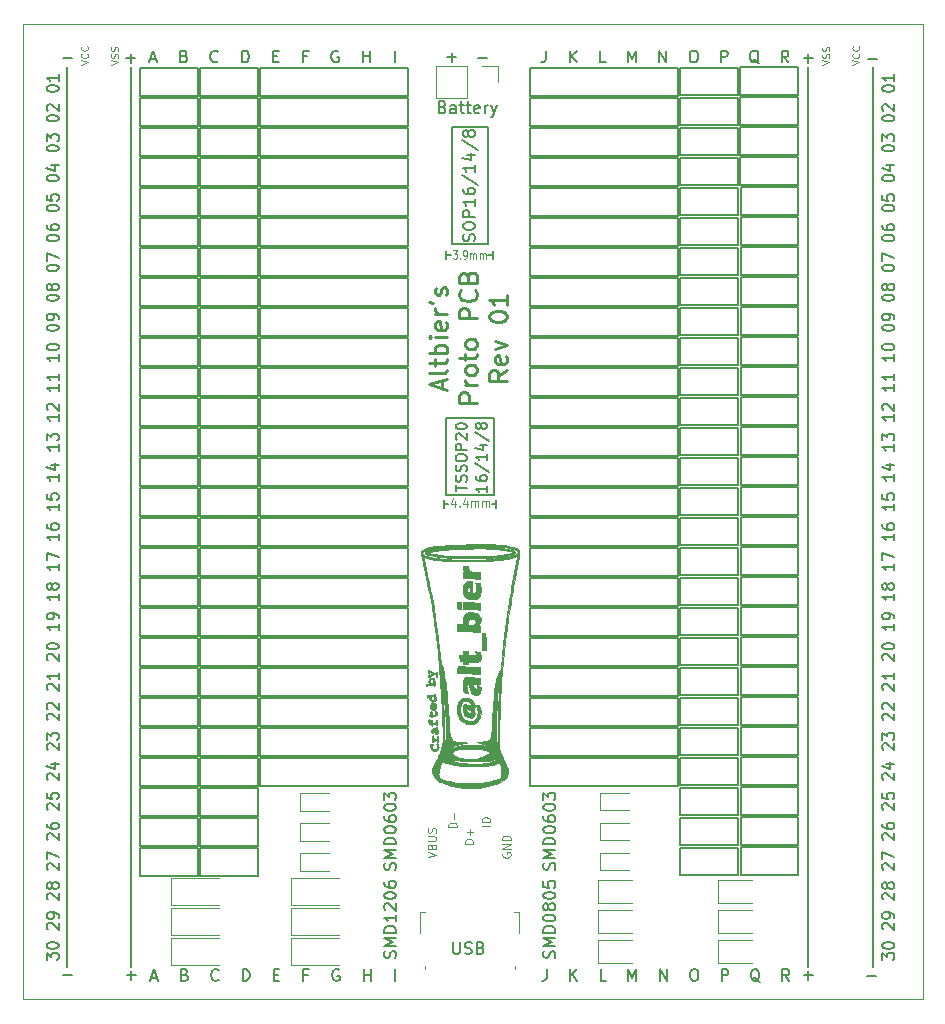
<source format=gbr>
G04 #@! TF.GenerationSoftware,KiCad,Pcbnew,(5.1.0)-1*
G04 #@! TF.CreationDate,2020-08-15T17:25:36-05:00*
G04 #@! TF.ProjectId,AltbierProto,416c7462-6965-4725-9072-6f746f2e6b69,rev?*
G04 #@! TF.SameCoordinates,Original*
G04 #@! TF.FileFunction,Legend,Top*
G04 #@! TF.FilePolarity,Positive*
%FSLAX46Y46*%
G04 Gerber Fmt 4.6, Leading zero omitted, Abs format (unit mm)*
G04 Created by KiCad (PCBNEW (5.1.0)-1) date 2020-08-15 17:25:36*
%MOMM*%
%LPD*%
G04 APERTURE LIST*
%ADD10C,0.050000*%
%ADD11C,0.150000*%
%ADD12C,0.120000*%
%ADD13C,0.280000*%
%ADD14C,0.100000*%
%ADD15C,0.010000*%
%ADD16C,0.140000*%
G04 APERTURE END LIST*
D10*
X179500000Y-50450000D02*
X179500000Y-133000000D01*
X179500000Y-50450000D02*
X103300000Y-50450000D01*
X103300000Y-50450000D02*
X103300000Y-133000000D01*
X179500000Y-133000000D02*
X103300000Y-133000000D01*
D11*
X134844761Y-122021904D02*
X134892380Y-121879047D01*
X134892380Y-121640952D01*
X134844761Y-121545714D01*
X134797142Y-121498095D01*
X134701904Y-121450476D01*
X134606666Y-121450476D01*
X134511428Y-121498095D01*
X134463809Y-121545714D01*
X134416190Y-121640952D01*
X134368571Y-121831428D01*
X134320952Y-121926666D01*
X134273333Y-121974285D01*
X134178095Y-122021904D01*
X134082857Y-122021904D01*
X133987619Y-121974285D01*
X133940000Y-121926666D01*
X133892380Y-121831428D01*
X133892380Y-121593333D01*
X133940000Y-121450476D01*
X134892380Y-121021904D02*
X133892380Y-121021904D01*
X134606666Y-120688571D01*
X133892380Y-120355238D01*
X134892380Y-120355238D01*
X134892380Y-119879047D02*
X133892380Y-119879047D01*
X133892380Y-119640952D01*
X133940000Y-119498095D01*
X134035238Y-119402857D01*
X134130476Y-119355238D01*
X134320952Y-119307619D01*
X134463809Y-119307619D01*
X134654285Y-119355238D01*
X134749523Y-119402857D01*
X134844761Y-119498095D01*
X134892380Y-119640952D01*
X134892380Y-119879047D01*
X133892380Y-118688571D02*
X133892380Y-118593333D01*
X133940000Y-118498095D01*
X133987619Y-118450476D01*
X134082857Y-118402857D01*
X134273333Y-118355238D01*
X134511428Y-118355238D01*
X134701904Y-118402857D01*
X134797142Y-118450476D01*
X134844761Y-118498095D01*
X134892380Y-118593333D01*
X134892380Y-118688571D01*
X134844761Y-118783809D01*
X134797142Y-118831428D01*
X134701904Y-118879047D01*
X134511428Y-118926666D01*
X134273333Y-118926666D01*
X134082857Y-118879047D01*
X133987619Y-118831428D01*
X133940000Y-118783809D01*
X133892380Y-118688571D01*
X133892380Y-117498095D02*
X133892380Y-117688571D01*
X133940000Y-117783809D01*
X133987619Y-117831428D01*
X134130476Y-117926666D01*
X134320952Y-117974285D01*
X134701904Y-117974285D01*
X134797142Y-117926666D01*
X134844761Y-117879047D01*
X134892380Y-117783809D01*
X134892380Y-117593333D01*
X134844761Y-117498095D01*
X134797142Y-117450476D01*
X134701904Y-117402857D01*
X134463809Y-117402857D01*
X134368571Y-117450476D01*
X134320952Y-117498095D01*
X134273333Y-117593333D01*
X134273333Y-117783809D01*
X134320952Y-117879047D01*
X134368571Y-117926666D01*
X134463809Y-117974285D01*
X133892380Y-116783809D02*
X133892380Y-116688571D01*
X133940000Y-116593333D01*
X133987619Y-116545714D01*
X134082857Y-116498095D01*
X134273333Y-116450476D01*
X134511428Y-116450476D01*
X134701904Y-116498095D01*
X134797142Y-116545714D01*
X134844761Y-116593333D01*
X134892380Y-116688571D01*
X134892380Y-116783809D01*
X134844761Y-116879047D01*
X134797142Y-116926666D01*
X134701904Y-116974285D01*
X134511428Y-117021904D01*
X134273333Y-117021904D01*
X134082857Y-116974285D01*
X133987619Y-116926666D01*
X133940000Y-116879047D01*
X133892380Y-116783809D01*
X133892380Y-116117142D02*
X133892380Y-115498095D01*
X134273333Y-115831428D01*
X134273333Y-115688571D01*
X134320952Y-115593333D01*
X134368571Y-115545714D01*
X134463809Y-115498095D01*
X134701904Y-115498095D01*
X134797142Y-115545714D01*
X134844761Y-115593333D01*
X134892380Y-115688571D01*
X134892380Y-115974285D01*
X134844761Y-116069523D01*
X134797142Y-116117142D01*
X147646547Y-130442380D02*
X147646547Y-131156666D01*
X147598452Y-131299523D01*
X147502261Y-131394761D01*
X147357976Y-131442380D01*
X147261785Y-131442380D01*
X149666547Y-131442380D02*
X149666547Y-130442380D01*
X150243690Y-131442380D02*
X149810833Y-130870952D01*
X150243690Y-130442380D02*
X149666547Y-131013809D01*
X152696547Y-131442380D02*
X152215595Y-131442380D01*
X152215595Y-130442380D01*
X154572261Y-131442380D02*
X154572261Y-130442380D01*
X154908928Y-131156666D01*
X155245595Y-130442380D01*
X155245595Y-131442380D01*
X157265595Y-131442380D02*
X157265595Y-130442380D01*
X157842738Y-131442380D01*
X157842738Y-130442380D01*
X160055119Y-130442380D02*
X160247500Y-130442380D01*
X160343690Y-130490000D01*
X160439880Y-130585238D01*
X160487976Y-130775714D01*
X160487976Y-131109047D01*
X160439880Y-131299523D01*
X160343690Y-131394761D01*
X160247500Y-131442380D01*
X160055119Y-131442380D01*
X159958928Y-131394761D01*
X159862738Y-131299523D01*
X159814642Y-131109047D01*
X159814642Y-130775714D01*
X159862738Y-130585238D01*
X159958928Y-130490000D01*
X160055119Y-130442380D01*
X162459880Y-131442380D02*
X162459880Y-130442380D01*
X162844642Y-130442380D01*
X162940833Y-130490000D01*
X162988928Y-130537619D01*
X163037023Y-130632857D01*
X163037023Y-130775714D01*
X162988928Y-130870952D01*
X162940833Y-130918571D01*
X162844642Y-130966190D01*
X162459880Y-130966190D01*
X165682261Y-131537619D02*
X165586071Y-131490000D01*
X165489880Y-131394761D01*
X165345595Y-131251904D01*
X165249404Y-131204285D01*
X165153214Y-131204285D01*
X165201309Y-131442380D02*
X165105119Y-131394761D01*
X165008928Y-131299523D01*
X164960833Y-131109047D01*
X164960833Y-130775714D01*
X165008928Y-130585238D01*
X165105119Y-130490000D01*
X165201309Y-130442380D01*
X165393690Y-130442380D01*
X165489880Y-130490000D01*
X165586071Y-130585238D01*
X165634166Y-130775714D01*
X165634166Y-131109047D01*
X165586071Y-131299523D01*
X165489880Y-131394761D01*
X165393690Y-131442380D01*
X165201309Y-131442380D01*
X168183214Y-131442380D02*
X167846547Y-130966190D01*
X167606071Y-131442380D02*
X167606071Y-130442380D01*
X167990833Y-130442380D01*
X168087023Y-130490000D01*
X168135119Y-130537619D01*
X168183214Y-130632857D01*
X168183214Y-130775714D01*
X168135119Y-130870952D01*
X168087023Y-130918571D01*
X167990833Y-130966190D01*
X167606071Y-130966190D01*
X114135595Y-131156666D02*
X114630833Y-131156666D01*
X114036547Y-131442380D02*
X114383214Y-130442380D01*
X114729880Y-131442380D01*
X117007976Y-130918571D02*
X117156547Y-130966190D01*
X117206071Y-131013809D01*
X117255595Y-131109047D01*
X117255595Y-131251904D01*
X117206071Y-131347142D01*
X117156547Y-131394761D01*
X117057500Y-131442380D01*
X116661309Y-131442380D01*
X116661309Y-130442380D01*
X117007976Y-130442380D01*
X117107023Y-130490000D01*
X117156547Y-130537619D01*
X117206071Y-130632857D01*
X117206071Y-130728095D01*
X117156547Y-130823333D01*
X117107023Y-130870952D01*
X117007976Y-130918571D01*
X116661309Y-130918571D01*
X119880357Y-131347142D02*
X119830833Y-131394761D01*
X119682261Y-131442380D01*
X119583214Y-131442380D01*
X119434642Y-131394761D01*
X119335595Y-131299523D01*
X119286071Y-131204285D01*
X119236547Y-131013809D01*
X119236547Y-130870952D01*
X119286071Y-130680476D01*
X119335595Y-130585238D01*
X119434642Y-130490000D01*
X119583214Y-130442380D01*
X119682261Y-130442380D01*
X119830833Y-130490000D01*
X119880357Y-130537619D01*
X121910833Y-131442380D02*
X121910833Y-130442380D01*
X122158452Y-130442380D01*
X122307023Y-130490000D01*
X122406071Y-130585238D01*
X122455595Y-130680476D01*
X122505119Y-130870952D01*
X122505119Y-131013809D01*
X122455595Y-131204285D01*
X122406071Y-131299523D01*
X122307023Y-131394761D01*
X122158452Y-131442380D01*
X121910833Y-131442380D01*
X124535595Y-130918571D02*
X124882261Y-130918571D01*
X125030833Y-131442380D02*
X124535595Y-131442380D01*
X124535595Y-130442380D01*
X125030833Y-130442380D01*
X127407976Y-130918571D02*
X127061309Y-130918571D01*
X127061309Y-131442380D02*
X127061309Y-130442380D01*
X127556547Y-130442380D01*
X130082261Y-130490000D02*
X129983214Y-130442380D01*
X129834642Y-130442380D01*
X129686071Y-130490000D01*
X129587023Y-130585238D01*
X129537500Y-130680476D01*
X129487976Y-130870952D01*
X129487976Y-131013809D01*
X129537500Y-131204285D01*
X129587023Y-131299523D01*
X129686071Y-131394761D01*
X129834642Y-131442380D01*
X129933690Y-131442380D01*
X130082261Y-131394761D01*
X130131785Y-131347142D01*
X130131785Y-131013809D01*
X129933690Y-131013809D01*
X132162261Y-131442380D02*
X132162261Y-130442380D01*
X132162261Y-130918571D02*
X132756547Y-130918571D01*
X132756547Y-131442380D02*
X132756547Y-130442380D01*
X134836547Y-131442380D02*
X134836547Y-130442380D01*
D12*
X170991428Y-53864857D02*
X171591428Y-53664857D01*
X170991428Y-53464857D01*
X171562857Y-53293428D02*
X171591428Y-53207714D01*
X171591428Y-53064857D01*
X171562857Y-53007714D01*
X171534285Y-52979142D01*
X171477142Y-52950571D01*
X171420000Y-52950571D01*
X171362857Y-52979142D01*
X171334285Y-53007714D01*
X171305714Y-53064857D01*
X171277142Y-53179142D01*
X171248571Y-53236285D01*
X171220000Y-53264857D01*
X171162857Y-53293428D01*
X171105714Y-53293428D01*
X171048571Y-53264857D01*
X171020000Y-53236285D01*
X170991428Y-53179142D01*
X170991428Y-53036285D01*
X171020000Y-52950571D01*
X171562857Y-52722000D02*
X171591428Y-52636285D01*
X171591428Y-52493428D01*
X171562857Y-52436285D01*
X171534285Y-52407714D01*
X171477142Y-52379142D01*
X171420000Y-52379142D01*
X171362857Y-52407714D01*
X171334285Y-52436285D01*
X171305714Y-52493428D01*
X171277142Y-52607714D01*
X171248571Y-52664857D01*
X171220000Y-52693428D01*
X171162857Y-52722000D01*
X171105714Y-52722000D01*
X171048571Y-52693428D01*
X171020000Y-52664857D01*
X170991428Y-52607714D01*
X170991428Y-52464857D01*
X171020000Y-52379142D01*
X173521428Y-53864857D02*
X174121428Y-53664857D01*
X173521428Y-53464857D01*
X174064285Y-52922000D02*
X174092857Y-52950571D01*
X174121428Y-53036285D01*
X174121428Y-53093428D01*
X174092857Y-53179142D01*
X174035714Y-53236285D01*
X173978571Y-53264857D01*
X173864285Y-53293428D01*
X173778571Y-53293428D01*
X173664285Y-53264857D01*
X173607142Y-53236285D01*
X173550000Y-53179142D01*
X173521428Y-53093428D01*
X173521428Y-53036285D01*
X173550000Y-52950571D01*
X173578571Y-52922000D01*
X174064285Y-52322000D02*
X174092857Y-52350571D01*
X174121428Y-52436285D01*
X174121428Y-52493428D01*
X174092857Y-52579142D01*
X174035714Y-52636285D01*
X173978571Y-52664857D01*
X173864285Y-52693428D01*
X173778571Y-52693428D01*
X173664285Y-52664857D01*
X173607142Y-52636285D01*
X173550000Y-52579142D01*
X173521428Y-52493428D01*
X173521428Y-52436285D01*
X173550000Y-52350571D01*
X173578571Y-52322000D01*
X108231428Y-53864857D02*
X108831428Y-53664857D01*
X108231428Y-53464857D01*
X108774285Y-52922000D02*
X108802857Y-52950571D01*
X108831428Y-53036285D01*
X108831428Y-53093428D01*
X108802857Y-53179142D01*
X108745714Y-53236285D01*
X108688571Y-53264857D01*
X108574285Y-53293428D01*
X108488571Y-53293428D01*
X108374285Y-53264857D01*
X108317142Y-53236285D01*
X108260000Y-53179142D01*
X108231428Y-53093428D01*
X108231428Y-53036285D01*
X108260000Y-52950571D01*
X108288571Y-52922000D01*
X108774285Y-52322000D02*
X108802857Y-52350571D01*
X108831428Y-52436285D01*
X108831428Y-52493428D01*
X108802857Y-52579142D01*
X108745714Y-52636285D01*
X108688571Y-52664857D01*
X108574285Y-52693428D01*
X108488571Y-52693428D01*
X108374285Y-52664857D01*
X108317142Y-52636285D01*
X108260000Y-52579142D01*
X108231428Y-52493428D01*
X108231428Y-52436285D01*
X108260000Y-52350571D01*
X108288571Y-52322000D01*
X110761428Y-53864857D02*
X111361428Y-53664857D01*
X110761428Y-53464857D01*
X111332857Y-53293428D02*
X111361428Y-53207714D01*
X111361428Y-53064857D01*
X111332857Y-53007714D01*
X111304285Y-52979142D01*
X111247142Y-52950571D01*
X111190000Y-52950571D01*
X111132857Y-52979142D01*
X111104285Y-53007714D01*
X111075714Y-53064857D01*
X111047142Y-53179142D01*
X111018571Y-53236285D01*
X110990000Y-53264857D01*
X110932857Y-53293428D01*
X110875714Y-53293428D01*
X110818571Y-53264857D01*
X110790000Y-53236285D01*
X110761428Y-53179142D01*
X110761428Y-53036285D01*
X110790000Y-52950571D01*
X111332857Y-52722000D02*
X111361428Y-52636285D01*
X111361428Y-52493428D01*
X111332857Y-52436285D01*
X111304285Y-52407714D01*
X111247142Y-52379142D01*
X111190000Y-52379142D01*
X111132857Y-52407714D01*
X111104285Y-52436285D01*
X111075714Y-52493428D01*
X111047142Y-52607714D01*
X111018571Y-52664857D01*
X110990000Y-52693428D01*
X110932857Y-52722000D01*
X110875714Y-52722000D01*
X110818571Y-52693428D01*
X110790000Y-52664857D01*
X110761428Y-52607714D01*
X110761428Y-52464857D01*
X110790000Y-52379142D01*
D11*
X147586547Y-52672380D02*
X147586547Y-53386666D01*
X147538452Y-53529523D01*
X147442261Y-53624761D01*
X147297976Y-53672380D01*
X147201785Y-53672380D01*
X149606547Y-53672380D02*
X149606547Y-52672380D01*
X150183690Y-53672380D02*
X149750833Y-53100952D01*
X150183690Y-52672380D02*
X149606547Y-53243809D01*
X152636547Y-53672380D02*
X152155595Y-53672380D01*
X152155595Y-52672380D01*
X154512261Y-53672380D02*
X154512261Y-52672380D01*
X154848928Y-53386666D01*
X155185595Y-52672380D01*
X155185595Y-53672380D01*
X157205595Y-53672380D02*
X157205595Y-52672380D01*
X157782738Y-53672380D01*
X157782738Y-52672380D01*
X159995119Y-52672380D02*
X160187500Y-52672380D01*
X160283690Y-52720000D01*
X160379880Y-52815238D01*
X160427976Y-53005714D01*
X160427976Y-53339047D01*
X160379880Y-53529523D01*
X160283690Y-53624761D01*
X160187500Y-53672380D01*
X159995119Y-53672380D01*
X159898928Y-53624761D01*
X159802738Y-53529523D01*
X159754642Y-53339047D01*
X159754642Y-53005714D01*
X159802738Y-52815238D01*
X159898928Y-52720000D01*
X159995119Y-52672380D01*
X162399880Y-53672380D02*
X162399880Y-52672380D01*
X162784642Y-52672380D01*
X162880833Y-52720000D01*
X162928928Y-52767619D01*
X162977023Y-52862857D01*
X162977023Y-53005714D01*
X162928928Y-53100952D01*
X162880833Y-53148571D01*
X162784642Y-53196190D01*
X162399880Y-53196190D01*
X165622261Y-53767619D02*
X165526071Y-53720000D01*
X165429880Y-53624761D01*
X165285595Y-53481904D01*
X165189404Y-53434285D01*
X165093214Y-53434285D01*
X165141309Y-53672380D02*
X165045119Y-53624761D01*
X164948928Y-53529523D01*
X164900833Y-53339047D01*
X164900833Y-53005714D01*
X164948928Y-52815238D01*
X165045119Y-52720000D01*
X165141309Y-52672380D01*
X165333690Y-52672380D01*
X165429880Y-52720000D01*
X165526071Y-52815238D01*
X165574166Y-53005714D01*
X165574166Y-53339047D01*
X165526071Y-53529523D01*
X165429880Y-53624761D01*
X165333690Y-53672380D01*
X165141309Y-53672380D01*
X168123214Y-53672380D02*
X167786547Y-53196190D01*
X167546071Y-53672380D02*
X167546071Y-52672380D01*
X167930833Y-52672380D01*
X168027023Y-52720000D01*
X168075119Y-52767619D01*
X168123214Y-52862857D01*
X168123214Y-53005714D01*
X168075119Y-53100952D01*
X168027023Y-53148571D01*
X167930833Y-53196190D01*
X167546071Y-53196190D01*
X114075595Y-53386666D02*
X114570833Y-53386666D01*
X113976547Y-53672380D02*
X114323214Y-52672380D01*
X114669880Y-53672380D01*
X116947976Y-53148571D02*
X117096547Y-53196190D01*
X117146071Y-53243809D01*
X117195595Y-53339047D01*
X117195595Y-53481904D01*
X117146071Y-53577142D01*
X117096547Y-53624761D01*
X116997500Y-53672380D01*
X116601309Y-53672380D01*
X116601309Y-52672380D01*
X116947976Y-52672380D01*
X117047023Y-52720000D01*
X117096547Y-52767619D01*
X117146071Y-52862857D01*
X117146071Y-52958095D01*
X117096547Y-53053333D01*
X117047023Y-53100952D01*
X116947976Y-53148571D01*
X116601309Y-53148571D01*
X119820357Y-53577142D02*
X119770833Y-53624761D01*
X119622261Y-53672380D01*
X119523214Y-53672380D01*
X119374642Y-53624761D01*
X119275595Y-53529523D01*
X119226071Y-53434285D01*
X119176547Y-53243809D01*
X119176547Y-53100952D01*
X119226071Y-52910476D01*
X119275595Y-52815238D01*
X119374642Y-52720000D01*
X119523214Y-52672380D01*
X119622261Y-52672380D01*
X119770833Y-52720000D01*
X119820357Y-52767619D01*
X121850833Y-53672380D02*
X121850833Y-52672380D01*
X122098452Y-52672380D01*
X122247023Y-52720000D01*
X122346071Y-52815238D01*
X122395595Y-52910476D01*
X122445119Y-53100952D01*
X122445119Y-53243809D01*
X122395595Y-53434285D01*
X122346071Y-53529523D01*
X122247023Y-53624761D01*
X122098452Y-53672380D01*
X121850833Y-53672380D01*
X124475595Y-53148571D02*
X124822261Y-53148571D01*
X124970833Y-53672380D02*
X124475595Y-53672380D01*
X124475595Y-52672380D01*
X124970833Y-52672380D01*
X127347976Y-53148571D02*
X127001309Y-53148571D01*
X127001309Y-53672380D02*
X127001309Y-52672380D01*
X127496547Y-52672380D01*
X130022261Y-52720000D02*
X129923214Y-52672380D01*
X129774642Y-52672380D01*
X129626071Y-52720000D01*
X129527023Y-52815238D01*
X129477500Y-52910476D01*
X129427976Y-53100952D01*
X129427976Y-53243809D01*
X129477500Y-53434285D01*
X129527023Y-53529523D01*
X129626071Y-53624761D01*
X129774642Y-53672380D01*
X129873690Y-53672380D01*
X130022261Y-53624761D01*
X130071785Y-53577142D01*
X130071785Y-53243809D01*
X129873690Y-53243809D01*
X132102261Y-53672380D02*
X132102261Y-52672380D01*
X132102261Y-53148571D02*
X132696547Y-53148571D01*
X132696547Y-53672380D02*
X132696547Y-52672380D01*
X134776547Y-53672380D02*
X134776547Y-52672380D01*
X148324761Y-122021904D02*
X148372380Y-121879047D01*
X148372380Y-121640952D01*
X148324761Y-121545714D01*
X148277142Y-121498095D01*
X148181904Y-121450476D01*
X148086666Y-121450476D01*
X147991428Y-121498095D01*
X147943809Y-121545714D01*
X147896190Y-121640952D01*
X147848571Y-121831428D01*
X147800952Y-121926666D01*
X147753333Y-121974285D01*
X147658095Y-122021904D01*
X147562857Y-122021904D01*
X147467619Y-121974285D01*
X147420000Y-121926666D01*
X147372380Y-121831428D01*
X147372380Y-121593333D01*
X147420000Y-121450476D01*
X148372380Y-121021904D02*
X147372380Y-121021904D01*
X148086666Y-120688571D01*
X147372380Y-120355238D01*
X148372380Y-120355238D01*
X148372380Y-119879047D02*
X147372380Y-119879047D01*
X147372380Y-119640952D01*
X147420000Y-119498095D01*
X147515238Y-119402857D01*
X147610476Y-119355238D01*
X147800952Y-119307619D01*
X147943809Y-119307619D01*
X148134285Y-119355238D01*
X148229523Y-119402857D01*
X148324761Y-119498095D01*
X148372380Y-119640952D01*
X148372380Y-119879047D01*
X147372380Y-118688571D02*
X147372380Y-118593333D01*
X147420000Y-118498095D01*
X147467619Y-118450476D01*
X147562857Y-118402857D01*
X147753333Y-118355238D01*
X147991428Y-118355238D01*
X148181904Y-118402857D01*
X148277142Y-118450476D01*
X148324761Y-118498095D01*
X148372380Y-118593333D01*
X148372380Y-118688571D01*
X148324761Y-118783809D01*
X148277142Y-118831428D01*
X148181904Y-118879047D01*
X147991428Y-118926666D01*
X147753333Y-118926666D01*
X147562857Y-118879047D01*
X147467619Y-118831428D01*
X147420000Y-118783809D01*
X147372380Y-118688571D01*
X147372380Y-117498095D02*
X147372380Y-117688571D01*
X147420000Y-117783809D01*
X147467619Y-117831428D01*
X147610476Y-117926666D01*
X147800952Y-117974285D01*
X148181904Y-117974285D01*
X148277142Y-117926666D01*
X148324761Y-117879047D01*
X148372380Y-117783809D01*
X148372380Y-117593333D01*
X148324761Y-117498095D01*
X148277142Y-117450476D01*
X148181904Y-117402857D01*
X147943809Y-117402857D01*
X147848571Y-117450476D01*
X147800952Y-117498095D01*
X147753333Y-117593333D01*
X147753333Y-117783809D01*
X147800952Y-117879047D01*
X147848571Y-117926666D01*
X147943809Y-117974285D01*
X147372380Y-116783809D02*
X147372380Y-116688571D01*
X147420000Y-116593333D01*
X147467619Y-116545714D01*
X147562857Y-116498095D01*
X147753333Y-116450476D01*
X147991428Y-116450476D01*
X148181904Y-116498095D01*
X148277142Y-116545714D01*
X148324761Y-116593333D01*
X148372380Y-116688571D01*
X148372380Y-116783809D01*
X148324761Y-116879047D01*
X148277142Y-116926666D01*
X148181904Y-116974285D01*
X147991428Y-117021904D01*
X147753333Y-117021904D01*
X147562857Y-116974285D01*
X147467619Y-116926666D01*
X147420000Y-116879047D01*
X147372380Y-116783809D01*
X147372380Y-116117142D02*
X147372380Y-115498095D01*
X147753333Y-115831428D01*
X147753333Y-115688571D01*
X147800952Y-115593333D01*
X147848571Y-115545714D01*
X147943809Y-115498095D01*
X148181904Y-115498095D01*
X148277142Y-115545714D01*
X148324761Y-115593333D01*
X148372380Y-115688571D01*
X148372380Y-115974285D01*
X148324761Y-116069523D01*
X148277142Y-116117142D01*
D13*
X138800000Y-81295714D02*
X138800000Y-80581428D01*
X139228571Y-81438571D02*
X137728571Y-80938571D01*
X139228571Y-80438571D01*
X139228571Y-79724285D02*
X139157142Y-79867142D01*
X139014285Y-79938571D01*
X137728571Y-79938571D01*
X138228571Y-79367142D02*
X138228571Y-78795714D01*
X137728571Y-79152857D02*
X139014285Y-79152857D01*
X139157142Y-79081428D01*
X139228571Y-78938571D01*
X139228571Y-78795714D01*
X139228571Y-78295714D02*
X137728571Y-78295714D01*
X138300000Y-78295714D02*
X138228571Y-78152857D01*
X138228571Y-77867142D01*
X138300000Y-77724285D01*
X138371428Y-77652857D01*
X138514285Y-77581428D01*
X138942857Y-77581428D01*
X139085714Y-77652857D01*
X139157142Y-77724285D01*
X139228571Y-77867142D01*
X139228571Y-78152857D01*
X139157142Y-78295714D01*
X139228571Y-76938571D02*
X138228571Y-76938571D01*
X137728571Y-76938571D02*
X137800000Y-77010000D01*
X137871428Y-76938571D01*
X137800000Y-76867142D01*
X137728571Y-76938571D01*
X137871428Y-76938571D01*
X139157142Y-75652857D02*
X139228571Y-75795714D01*
X139228571Y-76081428D01*
X139157142Y-76224285D01*
X139014285Y-76295714D01*
X138442857Y-76295714D01*
X138300000Y-76224285D01*
X138228571Y-76081428D01*
X138228571Y-75795714D01*
X138300000Y-75652857D01*
X138442857Y-75581428D01*
X138585714Y-75581428D01*
X138728571Y-76295714D01*
X139228571Y-74938571D02*
X138228571Y-74938571D01*
X138514285Y-74938571D02*
X138371428Y-74867142D01*
X138300000Y-74795714D01*
X138228571Y-74652857D01*
X138228571Y-74510000D01*
X137728571Y-73938571D02*
X138014285Y-74081428D01*
X139157142Y-73367142D02*
X139228571Y-73224285D01*
X139228571Y-72938571D01*
X139157142Y-72795714D01*
X139014285Y-72724285D01*
X138942857Y-72724285D01*
X138800000Y-72795714D01*
X138728571Y-72938571D01*
X138728571Y-73152857D01*
X138657142Y-73295714D01*
X138514285Y-73367142D01*
X138442857Y-73367142D01*
X138300000Y-73295714D01*
X138228571Y-73152857D01*
X138228571Y-72938571D01*
X138300000Y-72795714D01*
X141758571Y-82474285D02*
X140258571Y-82474285D01*
X140258571Y-81902857D01*
X140330000Y-81760000D01*
X140401428Y-81688571D01*
X140544285Y-81617142D01*
X140758571Y-81617142D01*
X140901428Y-81688571D01*
X140972857Y-81760000D01*
X141044285Y-81902857D01*
X141044285Y-82474285D01*
X141758571Y-80974285D02*
X140758571Y-80974285D01*
X141044285Y-80974285D02*
X140901428Y-80902857D01*
X140830000Y-80831428D01*
X140758571Y-80688571D01*
X140758571Y-80545714D01*
X141758571Y-79831428D02*
X141687142Y-79974285D01*
X141615714Y-80045714D01*
X141472857Y-80117142D01*
X141044285Y-80117142D01*
X140901428Y-80045714D01*
X140830000Y-79974285D01*
X140758571Y-79831428D01*
X140758571Y-79617142D01*
X140830000Y-79474285D01*
X140901428Y-79402857D01*
X141044285Y-79331428D01*
X141472857Y-79331428D01*
X141615714Y-79402857D01*
X141687142Y-79474285D01*
X141758571Y-79617142D01*
X141758571Y-79831428D01*
X140758571Y-78902857D02*
X140758571Y-78331428D01*
X140258571Y-78688571D02*
X141544285Y-78688571D01*
X141687142Y-78617142D01*
X141758571Y-78474285D01*
X141758571Y-78331428D01*
X141758571Y-77617142D02*
X141687142Y-77760000D01*
X141615714Y-77831428D01*
X141472857Y-77902857D01*
X141044285Y-77902857D01*
X140901428Y-77831428D01*
X140830000Y-77760000D01*
X140758571Y-77617142D01*
X140758571Y-77402857D01*
X140830000Y-77260000D01*
X140901428Y-77188571D01*
X141044285Y-77117142D01*
X141472857Y-77117142D01*
X141615714Y-77188571D01*
X141687142Y-77260000D01*
X141758571Y-77402857D01*
X141758571Y-77617142D01*
X141758571Y-75331428D02*
X140258571Y-75331428D01*
X140258571Y-74760000D01*
X140330000Y-74617142D01*
X140401428Y-74545714D01*
X140544285Y-74474285D01*
X140758571Y-74474285D01*
X140901428Y-74545714D01*
X140972857Y-74617142D01*
X141044285Y-74760000D01*
X141044285Y-75331428D01*
X141615714Y-72974285D02*
X141687142Y-73045714D01*
X141758571Y-73260000D01*
X141758571Y-73402857D01*
X141687142Y-73617142D01*
X141544285Y-73760000D01*
X141401428Y-73831428D01*
X141115714Y-73902857D01*
X140901428Y-73902857D01*
X140615714Y-73831428D01*
X140472857Y-73760000D01*
X140330000Y-73617142D01*
X140258571Y-73402857D01*
X140258571Y-73260000D01*
X140330000Y-73045714D01*
X140401428Y-72974285D01*
X140972857Y-71831428D02*
X141044285Y-71617142D01*
X141115714Y-71545714D01*
X141258571Y-71474285D01*
X141472857Y-71474285D01*
X141615714Y-71545714D01*
X141687142Y-71617142D01*
X141758571Y-71760000D01*
X141758571Y-72331428D01*
X140258571Y-72331428D01*
X140258571Y-71831428D01*
X140330000Y-71688571D01*
X140401428Y-71617142D01*
X140544285Y-71545714D01*
X140687142Y-71545714D01*
X140830000Y-71617142D01*
X140901428Y-71688571D01*
X140972857Y-71831428D01*
X140972857Y-72331428D01*
X144288571Y-79760000D02*
X143574285Y-80260000D01*
X144288571Y-80617142D02*
X142788571Y-80617142D01*
X142788571Y-80045714D01*
X142860000Y-79902857D01*
X142931428Y-79831428D01*
X143074285Y-79760000D01*
X143288571Y-79760000D01*
X143431428Y-79831428D01*
X143502857Y-79902857D01*
X143574285Y-80045714D01*
X143574285Y-80617142D01*
X144217142Y-78545714D02*
X144288571Y-78688571D01*
X144288571Y-78974285D01*
X144217142Y-79117142D01*
X144074285Y-79188571D01*
X143502857Y-79188571D01*
X143360000Y-79117142D01*
X143288571Y-78974285D01*
X143288571Y-78688571D01*
X143360000Y-78545714D01*
X143502857Y-78474285D01*
X143645714Y-78474285D01*
X143788571Y-79188571D01*
X143288571Y-77974285D02*
X144288571Y-77617142D01*
X143288571Y-77260000D01*
X142788571Y-75260000D02*
X142788571Y-75117142D01*
X142860000Y-74974285D01*
X142931428Y-74902857D01*
X143074285Y-74831428D01*
X143360000Y-74760000D01*
X143717142Y-74760000D01*
X144002857Y-74831428D01*
X144145714Y-74902857D01*
X144217142Y-74974285D01*
X144288571Y-75117142D01*
X144288571Y-75260000D01*
X144217142Y-75402857D01*
X144145714Y-75474285D01*
X144002857Y-75545714D01*
X143717142Y-75617142D01*
X143360000Y-75617142D01*
X143074285Y-75545714D01*
X142931428Y-75474285D01*
X142860000Y-75402857D01*
X142788571Y-75260000D01*
X144288571Y-73331428D02*
X144288571Y-74188571D01*
X144288571Y-73760000D02*
X142788571Y-73760000D01*
X143002857Y-73902857D01*
X143145714Y-74045714D01*
X143217142Y-74188571D01*
D11*
X105322380Y-129656785D02*
X105322380Y-129068690D01*
X105703333Y-129385357D01*
X105703333Y-129249642D01*
X105750952Y-129159166D01*
X105798571Y-129113928D01*
X105893809Y-129068690D01*
X106131904Y-129068690D01*
X106227142Y-129113928D01*
X106274761Y-129159166D01*
X106322380Y-129249642D01*
X106322380Y-129521071D01*
X106274761Y-129611547D01*
X106227142Y-129656785D01*
X105322380Y-128480595D02*
X105322380Y-128390119D01*
X105370000Y-128299642D01*
X105417619Y-128254404D01*
X105512857Y-128209166D01*
X105703333Y-128163928D01*
X105941428Y-128163928D01*
X106131904Y-128209166D01*
X106227142Y-128254404D01*
X106274761Y-128299642D01*
X106322380Y-128390119D01*
X106322380Y-128480595D01*
X106274761Y-128571071D01*
X106227142Y-128616309D01*
X106131904Y-128661547D01*
X105941428Y-128706785D01*
X105703333Y-128706785D01*
X105512857Y-128661547D01*
X105417619Y-128616309D01*
X105370000Y-128571071D01*
X105322380Y-128480595D01*
X105417619Y-127078214D02*
X105370000Y-127032976D01*
X105322380Y-126942500D01*
X105322380Y-126716309D01*
X105370000Y-126625833D01*
X105417619Y-126580595D01*
X105512857Y-126535357D01*
X105608095Y-126535357D01*
X105750952Y-126580595D01*
X106322380Y-127123452D01*
X106322380Y-126535357D01*
X106322380Y-126082976D02*
X106322380Y-125902023D01*
X106274761Y-125811547D01*
X106227142Y-125766309D01*
X106084285Y-125675833D01*
X105893809Y-125630595D01*
X105512857Y-125630595D01*
X105417619Y-125675833D01*
X105370000Y-125721071D01*
X105322380Y-125811547D01*
X105322380Y-125992500D01*
X105370000Y-126082976D01*
X105417619Y-126128214D01*
X105512857Y-126173452D01*
X105750952Y-126173452D01*
X105846190Y-126128214D01*
X105893809Y-126082976D01*
X105941428Y-125992500D01*
X105941428Y-125811547D01*
X105893809Y-125721071D01*
X105846190Y-125675833D01*
X105750952Y-125630595D01*
X105417619Y-124544880D02*
X105370000Y-124499642D01*
X105322380Y-124409166D01*
X105322380Y-124182976D01*
X105370000Y-124092500D01*
X105417619Y-124047261D01*
X105512857Y-124002023D01*
X105608095Y-124002023D01*
X105750952Y-124047261D01*
X106322380Y-124590119D01*
X106322380Y-124002023D01*
X105750952Y-123459166D02*
X105703333Y-123549642D01*
X105655714Y-123594880D01*
X105560476Y-123640119D01*
X105512857Y-123640119D01*
X105417619Y-123594880D01*
X105370000Y-123549642D01*
X105322380Y-123459166D01*
X105322380Y-123278214D01*
X105370000Y-123187738D01*
X105417619Y-123142500D01*
X105512857Y-123097261D01*
X105560476Y-123097261D01*
X105655714Y-123142500D01*
X105703333Y-123187738D01*
X105750952Y-123278214D01*
X105750952Y-123459166D01*
X105798571Y-123549642D01*
X105846190Y-123594880D01*
X105941428Y-123640119D01*
X106131904Y-123640119D01*
X106227142Y-123594880D01*
X106274761Y-123549642D01*
X106322380Y-123459166D01*
X106322380Y-123278214D01*
X106274761Y-123187738D01*
X106227142Y-123142500D01*
X106131904Y-123097261D01*
X105941428Y-123097261D01*
X105846190Y-123142500D01*
X105798571Y-123187738D01*
X105750952Y-123278214D01*
X105417619Y-122011547D02*
X105370000Y-121966309D01*
X105322380Y-121875833D01*
X105322380Y-121649642D01*
X105370000Y-121559166D01*
X105417619Y-121513928D01*
X105512857Y-121468690D01*
X105608095Y-121468690D01*
X105750952Y-121513928D01*
X106322380Y-122056785D01*
X106322380Y-121468690D01*
X105322380Y-121152023D02*
X105322380Y-120518690D01*
X106322380Y-120925833D01*
X105417619Y-119478214D02*
X105370000Y-119432976D01*
X105322380Y-119342500D01*
X105322380Y-119116309D01*
X105370000Y-119025833D01*
X105417619Y-118980595D01*
X105512857Y-118935357D01*
X105608095Y-118935357D01*
X105750952Y-118980595D01*
X106322380Y-119523452D01*
X106322380Y-118935357D01*
X105322380Y-118121071D02*
X105322380Y-118302023D01*
X105370000Y-118392500D01*
X105417619Y-118437738D01*
X105560476Y-118528214D01*
X105750952Y-118573452D01*
X106131904Y-118573452D01*
X106227142Y-118528214D01*
X106274761Y-118482976D01*
X106322380Y-118392500D01*
X106322380Y-118211547D01*
X106274761Y-118121071D01*
X106227142Y-118075833D01*
X106131904Y-118030595D01*
X105893809Y-118030595D01*
X105798571Y-118075833D01*
X105750952Y-118121071D01*
X105703333Y-118211547D01*
X105703333Y-118392500D01*
X105750952Y-118482976D01*
X105798571Y-118528214D01*
X105893809Y-118573452D01*
X105417619Y-116944880D02*
X105370000Y-116899642D01*
X105322380Y-116809166D01*
X105322380Y-116582976D01*
X105370000Y-116492500D01*
X105417619Y-116447261D01*
X105512857Y-116402023D01*
X105608095Y-116402023D01*
X105750952Y-116447261D01*
X106322380Y-116990119D01*
X106322380Y-116402023D01*
X105322380Y-115542500D02*
X105322380Y-115994880D01*
X105798571Y-116040119D01*
X105750952Y-115994880D01*
X105703333Y-115904404D01*
X105703333Y-115678214D01*
X105750952Y-115587738D01*
X105798571Y-115542500D01*
X105893809Y-115497261D01*
X106131904Y-115497261D01*
X106227142Y-115542500D01*
X106274761Y-115587738D01*
X106322380Y-115678214D01*
X106322380Y-115904404D01*
X106274761Y-115994880D01*
X106227142Y-116040119D01*
X105417619Y-114411547D02*
X105370000Y-114366309D01*
X105322380Y-114275833D01*
X105322380Y-114049642D01*
X105370000Y-113959166D01*
X105417619Y-113913928D01*
X105512857Y-113868690D01*
X105608095Y-113868690D01*
X105750952Y-113913928D01*
X106322380Y-114456785D01*
X106322380Y-113868690D01*
X105655714Y-113054404D02*
X106322380Y-113054404D01*
X105274761Y-113280595D02*
X105989047Y-113506785D01*
X105989047Y-112918690D01*
X105417619Y-111878214D02*
X105370000Y-111832976D01*
X105322380Y-111742500D01*
X105322380Y-111516309D01*
X105370000Y-111425833D01*
X105417619Y-111380595D01*
X105512857Y-111335357D01*
X105608095Y-111335357D01*
X105750952Y-111380595D01*
X106322380Y-111923452D01*
X106322380Y-111335357D01*
X105322380Y-111018690D02*
X105322380Y-110430595D01*
X105703333Y-110747261D01*
X105703333Y-110611547D01*
X105750952Y-110521071D01*
X105798571Y-110475833D01*
X105893809Y-110430595D01*
X106131904Y-110430595D01*
X106227142Y-110475833D01*
X106274761Y-110521071D01*
X106322380Y-110611547D01*
X106322380Y-110882976D01*
X106274761Y-110973452D01*
X106227142Y-111018690D01*
X105417619Y-109344880D02*
X105370000Y-109299642D01*
X105322380Y-109209166D01*
X105322380Y-108982976D01*
X105370000Y-108892500D01*
X105417619Y-108847261D01*
X105512857Y-108802023D01*
X105608095Y-108802023D01*
X105750952Y-108847261D01*
X106322380Y-109390119D01*
X106322380Y-108802023D01*
X105417619Y-108440119D02*
X105370000Y-108394880D01*
X105322380Y-108304404D01*
X105322380Y-108078214D01*
X105370000Y-107987738D01*
X105417619Y-107942500D01*
X105512857Y-107897261D01*
X105608095Y-107897261D01*
X105750952Y-107942500D01*
X106322380Y-108485357D01*
X106322380Y-107897261D01*
X105417619Y-106811547D02*
X105370000Y-106766309D01*
X105322380Y-106675833D01*
X105322380Y-106449642D01*
X105370000Y-106359166D01*
X105417619Y-106313928D01*
X105512857Y-106268690D01*
X105608095Y-106268690D01*
X105750952Y-106313928D01*
X106322380Y-106856785D01*
X106322380Y-106268690D01*
X106322380Y-105363928D02*
X106322380Y-105906785D01*
X106322380Y-105635357D02*
X105322380Y-105635357D01*
X105465238Y-105725833D01*
X105560476Y-105816309D01*
X105608095Y-105906785D01*
X105417619Y-104278214D02*
X105370000Y-104232976D01*
X105322380Y-104142500D01*
X105322380Y-103916309D01*
X105370000Y-103825833D01*
X105417619Y-103780595D01*
X105512857Y-103735357D01*
X105608095Y-103735357D01*
X105750952Y-103780595D01*
X106322380Y-104323452D01*
X106322380Y-103735357D01*
X105322380Y-103147261D02*
X105322380Y-103056785D01*
X105370000Y-102966309D01*
X105417619Y-102921071D01*
X105512857Y-102875833D01*
X105703333Y-102830595D01*
X105941428Y-102830595D01*
X106131904Y-102875833D01*
X106227142Y-102921071D01*
X106274761Y-102966309D01*
X106322380Y-103056785D01*
X106322380Y-103147261D01*
X106274761Y-103237738D01*
X106227142Y-103282976D01*
X106131904Y-103328214D01*
X105941428Y-103373452D01*
X105703333Y-103373452D01*
X105512857Y-103328214D01*
X105417619Y-103282976D01*
X105370000Y-103237738D01*
X105322380Y-103147261D01*
X106322380Y-101202023D02*
X106322380Y-101744880D01*
X106322380Y-101473452D02*
X105322380Y-101473452D01*
X105465238Y-101563928D01*
X105560476Y-101654404D01*
X105608095Y-101744880D01*
X106322380Y-100749642D02*
X106322380Y-100568690D01*
X106274761Y-100478214D01*
X106227142Y-100432976D01*
X106084285Y-100342500D01*
X105893809Y-100297261D01*
X105512857Y-100297261D01*
X105417619Y-100342500D01*
X105370000Y-100387738D01*
X105322380Y-100478214D01*
X105322380Y-100659166D01*
X105370000Y-100749642D01*
X105417619Y-100794880D01*
X105512857Y-100840119D01*
X105750952Y-100840119D01*
X105846190Y-100794880D01*
X105893809Y-100749642D01*
X105941428Y-100659166D01*
X105941428Y-100478214D01*
X105893809Y-100387738D01*
X105846190Y-100342500D01*
X105750952Y-100297261D01*
X106322380Y-98668690D02*
X106322380Y-99211547D01*
X106322380Y-98940119D02*
X105322380Y-98940119D01*
X105465238Y-99030595D01*
X105560476Y-99121071D01*
X105608095Y-99211547D01*
X105750952Y-98125833D02*
X105703333Y-98216309D01*
X105655714Y-98261547D01*
X105560476Y-98306785D01*
X105512857Y-98306785D01*
X105417619Y-98261547D01*
X105370000Y-98216309D01*
X105322380Y-98125833D01*
X105322380Y-97944880D01*
X105370000Y-97854404D01*
X105417619Y-97809166D01*
X105512857Y-97763928D01*
X105560476Y-97763928D01*
X105655714Y-97809166D01*
X105703333Y-97854404D01*
X105750952Y-97944880D01*
X105750952Y-98125833D01*
X105798571Y-98216309D01*
X105846190Y-98261547D01*
X105941428Y-98306785D01*
X106131904Y-98306785D01*
X106227142Y-98261547D01*
X106274761Y-98216309D01*
X106322380Y-98125833D01*
X106322380Y-97944880D01*
X106274761Y-97854404D01*
X106227142Y-97809166D01*
X106131904Y-97763928D01*
X105941428Y-97763928D01*
X105846190Y-97809166D01*
X105798571Y-97854404D01*
X105750952Y-97944880D01*
X106322380Y-96135357D02*
X106322380Y-96678214D01*
X106322380Y-96406785D02*
X105322380Y-96406785D01*
X105465238Y-96497261D01*
X105560476Y-96587738D01*
X105608095Y-96678214D01*
X105322380Y-95818690D02*
X105322380Y-95185357D01*
X106322380Y-95592500D01*
X106322380Y-93602023D02*
X106322380Y-94144880D01*
X106322380Y-93873452D02*
X105322380Y-93873452D01*
X105465238Y-93963928D01*
X105560476Y-94054404D01*
X105608095Y-94144880D01*
X105322380Y-92787738D02*
X105322380Y-92968690D01*
X105370000Y-93059166D01*
X105417619Y-93104404D01*
X105560476Y-93194880D01*
X105750952Y-93240119D01*
X106131904Y-93240119D01*
X106227142Y-93194880D01*
X106274761Y-93149642D01*
X106322380Y-93059166D01*
X106322380Y-92878214D01*
X106274761Y-92787738D01*
X106227142Y-92742500D01*
X106131904Y-92697261D01*
X105893809Y-92697261D01*
X105798571Y-92742500D01*
X105750952Y-92787738D01*
X105703333Y-92878214D01*
X105703333Y-93059166D01*
X105750952Y-93149642D01*
X105798571Y-93194880D01*
X105893809Y-93240119D01*
X106322380Y-91068690D02*
X106322380Y-91611547D01*
X106322380Y-91340119D02*
X105322380Y-91340119D01*
X105465238Y-91430595D01*
X105560476Y-91521071D01*
X105608095Y-91611547D01*
X105322380Y-90209166D02*
X105322380Y-90661547D01*
X105798571Y-90706785D01*
X105750952Y-90661547D01*
X105703333Y-90571071D01*
X105703333Y-90344880D01*
X105750952Y-90254404D01*
X105798571Y-90209166D01*
X105893809Y-90163928D01*
X106131904Y-90163928D01*
X106227142Y-90209166D01*
X106274761Y-90254404D01*
X106322380Y-90344880D01*
X106322380Y-90571071D01*
X106274761Y-90661547D01*
X106227142Y-90706785D01*
X106322380Y-88535357D02*
X106322380Y-89078214D01*
X106322380Y-88806785D02*
X105322380Y-88806785D01*
X105465238Y-88897261D01*
X105560476Y-88987738D01*
X105608095Y-89078214D01*
X105655714Y-87721071D02*
X106322380Y-87721071D01*
X105274761Y-87947261D02*
X105989047Y-88173452D01*
X105989047Y-87585357D01*
X106322380Y-86002023D02*
X106322380Y-86544880D01*
X106322380Y-86273452D02*
X105322380Y-86273452D01*
X105465238Y-86363928D01*
X105560476Y-86454404D01*
X105608095Y-86544880D01*
X105322380Y-85685357D02*
X105322380Y-85097261D01*
X105703333Y-85413928D01*
X105703333Y-85278214D01*
X105750952Y-85187738D01*
X105798571Y-85142500D01*
X105893809Y-85097261D01*
X106131904Y-85097261D01*
X106227142Y-85142500D01*
X106274761Y-85187738D01*
X106322380Y-85278214D01*
X106322380Y-85549642D01*
X106274761Y-85640119D01*
X106227142Y-85685357D01*
X106322380Y-83468690D02*
X106322380Y-84011547D01*
X106322380Y-83740119D02*
X105322380Y-83740119D01*
X105465238Y-83830595D01*
X105560476Y-83921071D01*
X105608095Y-84011547D01*
X105417619Y-83106785D02*
X105370000Y-83061547D01*
X105322380Y-82971071D01*
X105322380Y-82744880D01*
X105370000Y-82654404D01*
X105417619Y-82609166D01*
X105512857Y-82563928D01*
X105608095Y-82563928D01*
X105750952Y-82609166D01*
X106322380Y-83152023D01*
X106322380Y-82563928D01*
X106322380Y-80935357D02*
X106322380Y-81478214D01*
X106322380Y-81206785D02*
X105322380Y-81206785D01*
X105465238Y-81297261D01*
X105560476Y-81387738D01*
X105608095Y-81478214D01*
X106322380Y-80030595D02*
X106322380Y-80573452D01*
X106322380Y-80302023D02*
X105322380Y-80302023D01*
X105465238Y-80392500D01*
X105560476Y-80482976D01*
X105608095Y-80573452D01*
X106322380Y-78402023D02*
X106322380Y-78944880D01*
X106322380Y-78673452D02*
X105322380Y-78673452D01*
X105465238Y-78763928D01*
X105560476Y-78854404D01*
X105608095Y-78944880D01*
X105322380Y-77813928D02*
X105322380Y-77723452D01*
X105370000Y-77632976D01*
X105417619Y-77587738D01*
X105512857Y-77542500D01*
X105703333Y-77497261D01*
X105941428Y-77497261D01*
X106131904Y-77542500D01*
X106227142Y-77587738D01*
X106274761Y-77632976D01*
X106322380Y-77723452D01*
X106322380Y-77813928D01*
X106274761Y-77904404D01*
X106227142Y-77949642D01*
X106131904Y-77994880D01*
X105941428Y-78040119D01*
X105703333Y-78040119D01*
X105512857Y-77994880D01*
X105417619Y-77949642D01*
X105370000Y-77904404D01*
X105322380Y-77813928D01*
X105322380Y-76185357D02*
X105322380Y-76094880D01*
X105370000Y-76004404D01*
X105417619Y-75959166D01*
X105512857Y-75913928D01*
X105703333Y-75868690D01*
X105941428Y-75868690D01*
X106131904Y-75913928D01*
X106227142Y-75959166D01*
X106274761Y-76004404D01*
X106322380Y-76094880D01*
X106322380Y-76185357D01*
X106274761Y-76275833D01*
X106227142Y-76321071D01*
X106131904Y-76366309D01*
X105941428Y-76411547D01*
X105703333Y-76411547D01*
X105512857Y-76366309D01*
X105417619Y-76321071D01*
X105370000Y-76275833D01*
X105322380Y-76185357D01*
X106322380Y-75416309D02*
X106322380Y-75235357D01*
X106274761Y-75144880D01*
X106227142Y-75099642D01*
X106084285Y-75009166D01*
X105893809Y-74963928D01*
X105512857Y-74963928D01*
X105417619Y-75009166D01*
X105370000Y-75054404D01*
X105322380Y-75144880D01*
X105322380Y-75325833D01*
X105370000Y-75416309D01*
X105417619Y-75461547D01*
X105512857Y-75506785D01*
X105750952Y-75506785D01*
X105846190Y-75461547D01*
X105893809Y-75416309D01*
X105941428Y-75325833D01*
X105941428Y-75144880D01*
X105893809Y-75054404D01*
X105846190Y-75009166D01*
X105750952Y-74963928D01*
X105322380Y-73652023D02*
X105322380Y-73561547D01*
X105370000Y-73471071D01*
X105417619Y-73425833D01*
X105512857Y-73380595D01*
X105703333Y-73335357D01*
X105941428Y-73335357D01*
X106131904Y-73380595D01*
X106227142Y-73425833D01*
X106274761Y-73471071D01*
X106322380Y-73561547D01*
X106322380Y-73652023D01*
X106274761Y-73742500D01*
X106227142Y-73787738D01*
X106131904Y-73832976D01*
X105941428Y-73878214D01*
X105703333Y-73878214D01*
X105512857Y-73832976D01*
X105417619Y-73787738D01*
X105370000Y-73742500D01*
X105322380Y-73652023D01*
X105750952Y-72792500D02*
X105703333Y-72882976D01*
X105655714Y-72928214D01*
X105560476Y-72973452D01*
X105512857Y-72973452D01*
X105417619Y-72928214D01*
X105370000Y-72882976D01*
X105322380Y-72792500D01*
X105322380Y-72611547D01*
X105370000Y-72521071D01*
X105417619Y-72475833D01*
X105512857Y-72430595D01*
X105560476Y-72430595D01*
X105655714Y-72475833D01*
X105703333Y-72521071D01*
X105750952Y-72611547D01*
X105750952Y-72792500D01*
X105798571Y-72882976D01*
X105846190Y-72928214D01*
X105941428Y-72973452D01*
X106131904Y-72973452D01*
X106227142Y-72928214D01*
X106274761Y-72882976D01*
X106322380Y-72792500D01*
X106322380Y-72611547D01*
X106274761Y-72521071D01*
X106227142Y-72475833D01*
X106131904Y-72430595D01*
X105941428Y-72430595D01*
X105846190Y-72475833D01*
X105798571Y-72521071D01*
X105750952Y-72611547D01*
X105322380Y-71118690D02*
X105322380Y-71028214D01*
X105370000Y-70937738D01*
X105417619Y-70892500D01*
X105512857Y-70847261D01*
X105703333Y-70802023D01*
X105941428Y-70802023D01*
X106131904Y-70847261D01*
X106227142Y-70892500D01*
X106274761Y-70937738D01*
X106322380Y-71028214D01*
X106322380Y-71118690D01*
X106274761Y-71209166D01*
X106227142Y-71254404D01*
X106131904Y-71299642D01*
X105941428Y-71344880D01*
X105703333Y-71344880D01*
X105512857Y-71299642D01*
X105417619Y-71254404D01*
X105370000Y-71209166D01*
X105322380Y-71118690D01*
X105322380Y-70485357D02*
X105322380Y-69852023D01*
X106322380Y-70259166D01*
X105322380Y-68585357D02*
X105322380Y-68494880D01*
X105370000Y-68404404D01*
X105417619Y-68359166D01*
X105512857Y-68313928D01*
X105703333Y-68268690D01*
X105941428Y-68268690D01*
X106131904Y-68313928D01*
X106227142Y-68359166D01*
X106274761Y-68404404D01*
X106322380Y-68494880D01*
X106322380Y-68585357D01*
X106274761Y-68675833D01*
X106227142Y-68721071D01*
X106131904Y-68766309D01*
X105941428Y-68811547D01*
X105703333Y-68811547D01*
X105512857Y-68766309D01*
X105417619Y-68721071D01*
X105370000Y-68675833D01*
X105322380Y-68585357D01*
X105322380Y-67454404D02*
X105322380Y-67635357D01*
X105370000Y-67725833D01*
X105417619Y-67771071D01*
X105560476Y-67861547D01*
X105750952Y-67906785D01*
X106131904Y-67906785D01*
X106227142Y-67861547D01*
X106274761Y-67816309D01*
X106322380Y-67725833D01*
X106322380Y-67544880D01*
X106274761Y-67454404D01*
X106227142Y-67409166D01*
X106131904Y-67363928D01*
X105893809Y-67363928D01*
X105798571Y-67409166D01*
X105750952Y-67454404D01*
X105703333Y-67544880D01*
X105703333Y-67725833D01*
X105750952Y-67816309D01*
X105798571Y-67861547D01*
X105893809Y-67906785D01*
X105322380Y-66052023D02*
X105322380Y-65961547D01*
X105370000Y-65871071D01*
X105417619Y-65825833D01*
X105512857Y-65780595D01*
X105703333Y-65735357D01*
X105941428Y-65735357D01*
X106131904Y-65780595D01*
X106227142Y-65825833D01*
X106274761Y-65871071D01*
X106322380Y-65961547D01*
X106322380Y-66052023D01*
X106274761Y-66142500D01*
X106227142Y-66187738D01*
X106131904Y-66232976D01*
X105941428Y-66278214D01*
X105703333Y-66278214D01*
X105512857Y-66232976D01*
X105417619Y-66187738D01*
X105370000Y-66142500D01*
X105322380Y-66052023D01*
X105322380Y-64875833D02*
X105322380Y-65328214D01*
X105798571Y-65373452D01*
X105750952Y-65328214D01*
X105703333Y-65237738D01*
X105703333Y-65011547D01*
X105750952Y-64921071D01*
X105798571Y-64875833D01*
X105893809Y-64830595D01*
X106131904Y-64830595D01*
X106227142Y-64875833D01*
X106274761Y-64921071D01*
X106322380Y-65011547D01*
X106322380Y-65237738D01*
X106274761Y-65328214D01*
X106227142Y-65373452D01*
X105322380Y-63518690D02*
X105322380Y-63428214D01*
X105370000Y-63337738D01*
X105417619Y-63292500D01*
X105512857Y-63247261D01*
X105703333Y-63202023D01*
X105941428Y-63202023D01*
X106131904Y-63247261D01*
X106227142Y-63292500D01*
X106274761Y-63337738D01*
X106322380Y-63428214D01*
X106322380Y-63518690D01*
X106274761Y-63609166D01*
X106227142Y-63654404D01*
X106131904Y-63699642D01*
X105941428Y-63744880D01*
X105703333Y-63744880D01*
X105512857Y-63699642D01*
X105417619Y-63654404D01*
X105370000Y-63609166D01*
X105322380Y-63518690D01*
X105655714Y-62387738D02*
X106322380Y-62387738D01*
X105274761Y-62613928D02*
X105989047Y-62840119D01*
X105989047Y-62252023D01*
X105322380Y-60985357D02*
X105322380Y-60894880D01*
X105370000Y-60804404D01*
X105417619Y-60759166D01*
X105512857Y-60713928D01*
X105703333Y-60668690D01*
X105941428Y-60668690D01*
X106131904Y-60713928D01*
X106227142Y-60759166D01*
X106274761Y-60804404D01*
X106322380Y-60894880D01*
X106322380Y-60985357D01*
X106274761Y-61075833D01*
X106227142Y-61121071D01*
X106131904Y-61166309D01*
X105941428Y-61211547D01*
X105703333Y-61211547D01*
X105512857Y-61166309D01*
X105417619Y-61121071D01*
X105370000Y-61075833D01*
X105322380Y-60985357D01*
X105322380Y-60352023D02*
X105322380Y-59763928D01*
X105703333Y-60080595D01*
X105703333Y-59944880D01*
X105750952Y-59854404D01*
X105798571Y-59809166D01*
X105893809Y-59763928D01*
X106131904Y-59763928D01*
X106227142Y-59809166D01*
X106274761Y-59854404D01*
X106322380Y-59944880D01*
X106322380Y-60216309D01*
X106274761Y-60306785D01*
X106227142Y-60352023D01*
X105322380Y-58452023D02*
X105322380Y-58361547D01*
X105370000Y-58271071D01*
X105417619Y-58225833D01*
X105512857Y-58180595D01*
X105703333Y-58135357D01*
X105941428Y-58135357D01*
X106131904Y-58180595D01*
X106227142Y-58225833D01*
X106274761Y-58271071D01*
X106322380Y-58361547D01*
X106322380Y-58452023D01*
X106274761Y-58542500D01*
X106227142Y-58587738D01*
X106131904Y-58632976D01*
X105941428Y-58678214D01*
X105703333Y-58678214D01*
X105512857Y-58632976D01*
X105417619Y-58587738D01*
X105370000Y-58542500D01*
X105322380Y-58452023D01*
X105417619Y-57773452D02*
X105370000Y-57728214D01*
X105322380Y-57637738D01*
X105322380Y-57411547D01*
X105370000Y-57321071D01*
X105417619Y-57275833D01*
X105512857Y-57230595D01*
X105608095Y-57230595D01*
X105750952Y-57275833D01*
X106322380Y-57818690D01*
X106322380Y-57230595D01*
X105322380Y-55918690D02*
X105322380Y-55828214D01*
X105370000Y-55737738D01*
X105417619Y-55692500D01*
X105512857Y-55647261D01*
X105703333Y-55602023D01*
X105941428Y-55602023D01*
X106131904Y-55647261D01*
X106227142Y-55692500D01*
X106274761Y-55737738D01*
X106322380Y-55828214D01*
X106322380Y-55918690D01*
X106274761Y-56009166D01*
X106227142Y-56054404D01*
X106131904Y-56099642D01*
X105941428Y-56144880D01*
X105703333Y-56144880D01*
X105512857Y-56099642D01*
X105417619Y-56054404D01*
X105370000Y-56009166D01*
X105322380Y-55918690D01*
X106322380Y-54697261D02*
X106322380Y-55240119D01*
X106322380Y-54968690D02*
X105322380Y-54968690D01*
X105465238Y-55059166D01*
X105560476Y-55149642D01*
X105608095Y-55240119D01*
X176072380Y-129656785D02*
X176072380Y-129068690D01*
X176453333Y-129385357D01*
X176453333Y-129249642D01*
X176500952Y-129159166D01*
X176548571Y-129113928D01*
X176643809Y-129068690D01*
X176881904Y-129068690D01*
X176977142Y-129113928D01*
X177024761Y-129159166D01*
X177072380Y-129249642D01*
X177072380Y-129521071D01*
X177024761Y-129611547D01*
X176977142Y-129656785D01*
X176072380Y-128480595D02*
X176072380Y-128390119D01*
X176120000Y-128299642D01*
X176167619Y-128254404D01*
X176262857Y-128209166D01*
X176453333Y-128163928D01*
X176691428Y-128163928D01*
X176881904Y-128209166D01*
X176977142Y-128254404D01*
X177024761Y-128299642D01*
X177072380Y-128390119D01*
X177072380Y-128480595D01*
X177024761Y-128571071D01*
X176977142Y-128616309D01*
X176881904Y-128661547D01*
X176691428Y-128706785D01*
X176453333Y-128706785D01*
X176262857Y-128661547D01*
X176167619Y-128616309D01*
X176120000Y-128571071D01*
X176072380Y-128480595D01*
X176167619Y-127078214D02*
X176120000Y-127032976D01*
X176072380Y-126942500D01*
X176072380Y-126716309D01*
X176120000Y-126625833D01*
X176167619Y-126580595D01*
X176262857Y-126535357D01*
X176358095Y-126535357D01*
X176500952Y-126580595D01*
X177072380Y-127123452D01*
X177072380Y-126535357D01*
X177072380Y-126082976D02*
X177072380Y-125902023D01*
X177024761Y-125811547D01*
X176977142Y-125766309D01*
X176834285Y-125675833D01*
X176643809Y-125630595D01*
X176262857Y-125630595D01*
X176167619Y-125675833D01*
X176120000Y-125721071D01*
X176072380Y-125811547D01*
X176072380Y-125992500D01*
X176120000Y-126082976D01*
X176167619Y-126128214D01*
X176262857Y-126173452D01*
X176500952Y-126173452D01*
X176596190Y-126128214D01*
X176643809Y-126082976D01*
X176691428Y-125992500D01*
X176691428Y-125811547D01*
X176643809Y-125721071D01*
X176596190Y-125675833D01*
X176500952Y-125630595D01*
X176167619Y-124544880D02*
X176120000Y-124499642D01*
X176072380Y-124409166D01*
X176072380Y-124182976D01*
X176120000Y-124092500D01*
X176167619Y-124047261D01*
X176262857Y-124002023D01*
X176358095Y-124002023D01*
X176500952Y-124047261D01*
X177072380Y-124590119D01*
X177072380Y-124002023D01*
X176500952Y-123459166D02*
X176453333Y-123549642D01*
X176405714Y-123594880D01*
X176310476Y-123640119D01*
X176262857Y-123640119D01*
X176167619Y-123594880D01*
X176120000Y-123549642D01*
X176072380Y-123459166D01*
X176072380Y-123278214D01*
X176120000Y-123187738D01*
X176167619Y-123142500D01*
X176262857Y-123097261D01*
X176310476Y-123097261D01*
X176405714Y-123142500D01*
X176453333Y-123187738D01*
X176500952Y-123278214D01*
X176500952Y-123459166D01*
X176548571Y-123549642D01*
X176596190Y-123594880D01*
X176691428Y-123640119D01*
X176881904Y-123640119D01*
X176977142Y-123594880D01*
X177024761Y-123549642D01*
X177072380Y-123459166D01*
X177072380Y-123278214D01*
X177024761Y-123187738D01*
X176977142Y-123142500D01*
X176881904Y-123097261D01*
X176691428Y-123097261D01*
X176596190Y-123142500D01*
X176548571Y-123187738D01*
X176500952Y-123278214D01*
X176167619Y-122011547D02*
X176120000Y-121966309D01*
X176072380Y-121875833D01*
X176072380Y-121649642D01*
X176120000Y-121559166D01*
X176167619Y-121513928D01*
X176262857Y-121468690D01*
X176358095Y-121468690D01*
X176500952Y-121513928D01*
X177072380Y-122056785D01*
X177072380Y-121468690D01*
X176072380Y-121152023D02*
X176072380Y-120518690D01*
X177072380Y-120925833D01*
X176167619Y-119478214D02*
X176120000Y-119432976D01*
X176072380Y-119342500D01*
X176072380Y-119116309D01*
X176120000Y-119025833D01*
X176167619Y-118980595D01*
X176262857Y-118935357D01*
X176358095Y-118935357D01*
X176500952Y-118980595D01*
X177072380Y-119523452D01*
X177072380Y-118935357D01*
X176072380Y-118121071D02*
X176072380Y-118302023D01*
X176120000Y-118392500D01*
X176167619Y-118437738D01*
X176310476Y-118528214D01*
X176500952Y-118573452D01*
X176881904Y-118573452D01*
X176977142Y-118528214D01*
X177024761Y-118482976D01*
X177072380Y-118392500D01*
X177072380Y-118211547D01*
X177024761Y-118121071D01*
X176977142Y-118075833D01*
X176881904Y-118030595D01*
X176643809Y-118030595D01*
X176548571Y-118075833D01*
X176500952Y-118121071D01*
X176453333Y-118211547D01*
X176453333Y-118392500D01*
X176500952Y-118482976D01*
X176548571Y-118528214D01*
X176643809Y-118573452D01*
X176167619Y-116944880D02*
X176120000Y-116899642D01*
X176072380Y-116809166D01*
X176072380Y-116582976D01*
X176120000Y-116492500D01*
X176167619Y-116447261D01*
X176262857Y-116402023D01*
X176358095Y-116402023D01*
X176500952Y-116447261D01*
X177072380Y-116990119D01*
X177072380Y-116402023D01*
X176072380Y-115542500D02*
X176072380Y-115994880D01*
X176548571Y-116040119D01*
X176500952Y-115994880D01*
X176453333Y-115904404D01*
X176453333Y-115678214D01*
X176500952Y-115587738D01*
X176548571Y-115542500D01*
X176643809Y-115497261D01*
X176881904Y-115497261D01*
X176977142Y-115542500D01*
X177024761Y-115587738D01*
X177072380Y-115678214D01*
X177072380Y-115904404D01*
X177024761Y-115994880D01*
X176977142Y-116040119D01*
X176167619Y-114411547D02*
X176120000Y-114366309D01*
X176072380Y-114275833D01*
X176072380Y-114049642D01*
X176120000Y-113959166D01*
X176167619Y-113913928D01*
X176262857Y-113868690D01*
X176358095Y-113868690D01*
X176500952Y-113913928D01*
X177072380Y-114456785D01*
X177072380Y-113868690D01*
X176405714Y-113054404D02*
X177072380Y-113054404D01*
X176024761Y-113280595D02*
X176739047Y-113506785D01*
X176739047Y-112918690D01*
X176167619Y-111878214D02*
X176120000Y-111832976D01*
X176072380Y-111742500D01*
X176072380Y-111516309D01*
X176120000Y-111425833D01*
X176167619Y-111380595D01*
X176262857Y-111335357D01*
X176358095Y-111335357D01*
X176500952Y-111380595D01*
X177072380Y-111923452D01*
X177072380Y-111335357D01*
X176072380Y-111018690D02*
X176072380Y-110430595D01*
X176453333Y-110747261D01*
X176453333Y-110611547D01*
X176500952Y-110521071D01*
X176548571Y-110475833D01*
X176643809Y-110430595D01*
X176881904Y-110430595D01*
X176977142Y-110475833D01*
X177024761Y-110521071D01*
X177072380Y-110611547D01*
X177072380Y-110882976D01*
X177024761Y-110973452D01*
X176977142Y-111018690D01*
X176167619Y-109344880D02*
X176120000Y-109299642D01*
X176072380Y-109209166D01*
X176072380Y-108982976D01*
X176120000Y-108892500D01*
X176167619Y-108847261D01*
X176262857Y-108802023D01*
X176358095Y-108802023D01*
X176500952Y-108847261D01*
X177072380Y-109390119D01*
X177072380Y-108802023D01*
X176167619Y-108440119D02*
X176120000Y-108394880D01*
X176072380Y-108304404D01*
X176072380Y-108078214D01*
X176120000Y-107987738D01*
X176167619Y-107942500D01*
X176262857Y-107897261D01*
X176358095Y-107897261D01*
X176500952Y-107942500D01*
X177072380Y-108485357D01*
X177072380Y-107897261D01*
X176167619Y-106811547D02*
X176120000Y-106766309D01*
X176072380Y-106675833D01*
X176072380Y-106449642D01*
X176120000Y-106359166D01*
X176167619Y-106313928D01*
X176262857Y-106268690D01*
X176358095Y-106268690D01*
X176500952Y-106313928D01*
X177072380Y-106856785D01*
X177072380Y-106268690D01*
X177072380Y-105363928D02*
X177072380Y-105906785D01*
X177072380Y-105635357D02*
X176072380Y-105635357D01*
X176215238Y-105725833D01*
X176310476Y-105816309D01*
X176358095Y-105906785D01*
X176167619Y-104278214D02*
X176120000Y-104232976D01*
X176072380Y-104142500D01*
X176072380Y-103916309D01*
X176120000Y-103825833D01*
X176167619Y-103780595D01*
X176262857Y-103735357D01*
X176358095Y-103735357D01*
X176500952Y-103780595D01*
X177072380Y-104323452D01*
X177072380Y-103735357D01*
X176072380Y-103147261D02*
X176072380Y-103056785D01*
X176120000Y-102966309D01*
X176167619Y-102921071D01*
X176262857Y-102875833D01*
X176453333Y-102830595D01*
X176691428Y-102830595D01*
X176881904Y-102875833D01*
X176977142Y-102921071D01*
X177024761Y-102966309D01*
X177072380Y-103056785D01*
X177072380Y-103147261D01*
X177024761Y-103237738D01*
X176977142Y-103282976D01*
X176881904Y-103328214D01*
X176691428Y-103373452D01*
X176453333Y-103373452D01*
X176262857Y-103328214D01*
X176167619Y-103282976D01*
X176120000Y-103237738D01*
X176072380Y-103147261D01*
X177072380Y-101202023D02*
X177072380Y-101744880D01*
X177072380Y-101473452D02*
X176072380Y-101473452D01*
X176215238Y-101563928D01*
X176310476Y-101654404D01*
X176358095Y-101744880D01*
X177072380Y-100749642D02*
X177072380Y-100568690D01*
X177024761Y-100478214D01*
X176977142Y-100432976D01*
X176834285Y-100342500D01*
X176643809Y-100297261D01*
X176262857Y-100297261D01*
X176167619Y-100342500D01*
X176120000Y-100387738D01*
X176072380Y-100478214D01*
X176072380Y-100659166D01*
X176120000Y-100749642D01*
X176167619Y-100794880D01*
X176262857Y-100840119D01*
X176500952Y-100840119D01*
X176596190Y-100794880D01*
X176643809Y-100749642D01*
X176691428Y-100659166D01*
X176691428Y-100478214D01*
X176643809Y-100387738D01*
X176596190Y-100342500D01*
X176500952Y-100297261D01*
X177072380Y-98668690D02*
X177072380Y-99211547D01*
X177072380Y-98940119D02*
X176072380Y-98940119D01*
X176215238Y-99030595D01*
X176310476Y-99121071D01*
X176358095Y-99211547D01*
X176500952Y-98125833D02*
X176453333Y-98216309D01*
X176405714Y-98261547D01*
X176310476Y-98306785D01*
X176262857Y-98306785D01*
X176167619Y-98261547D01*
X176120000Y-98216309D01*
X176072380Y-98125833D01*
X176072380Y-97944880D01*
X176120000Y-97854404D01*
X176167619Y-97809166D01*
X176262857Y-97763928D01*
X176310476Y-97763928D01*
X176405714Y-97809166D01*
X176453333Y-97854404D01*
X176500952Y-97944880D01*
X176500952Y-98125833D01*
X176548571Y-98216309D01*
X176596190Y-98261547D01*
X176691428Y-98306785D01*
X176881904Y-98306785D01*
X176977142Y-98261547D01*
X177024761Y-98216309D01*
X177072380Y-98125833D01*
X177072380Y-97944880D01*
X177024761Y-97854404D01*
X176977142Y-97809166D01*
X176881904Y-97763928D01*
X176691428Y-97763928D01*
X176596190Y-97809166D01*
X176548571Y-97854404D01*
X176500952Y-97944880D01*
X177072380Y-96135357D02*
X177072380Y-96678214D01*
X177072380Y-96406785D02*
X176072380Y-96406785D01*
X176215238Y-96497261D01*
X176310476Y-96587738D01*
X176358095Y-96678214D01*
X176072380Y-95818690D02*
X176072380Y-95185357D01*
X177072380Y-95592500D01*
X177072380Y-93602023D02*
X177072380Y-94144880D01*
X177072380Y-93873452D02*
X176072380Y-93873452D01*
X176215238Y-93963928D01*
X176310476Y-94054404D01*
X176358095Y-94144880D01*
X176072380Y-92787738D02*
X176072380Y-92968690D01*
X176120000Y-93059166D01*
X176167619Y-93104404D01*
X176310476Y-93194880D01*
X176500952Y-93240119D01*
X176881904Y-93240119D01*
X176977142Y-93194880D01*
X177024761Y-93149642D01*
X177072380Y-93059166D01*
X177072380Y-92878214D01*
X177024761Y-92787738D01*
X176977142Y-92742500D01*
X176881904Y-92697261D01*
X176643809Y-92697261D01*
X176548571Y-92742500D01*
X176500952Y-92787738D01*
X176453333Y-92878214D01*
X176453333Y-93059166D01*
X176500952Y-93149642D01*
X176548571Y-93194880D01*
X176643809Y-93240119D01*
X177072380Y-91068690D02*
X177072380Y-91611547D01*
X177072380Y-91340119D02*
X176072380Y-91340119D01*
X176215238Y-91430595D01*
X176310476Y-91521071D01*
X176358095Y-91611547D01*
X176072380Y-90209166D02*
X176072380Y-90661547D01*
X176548571Y-90706785D01*
X176500952Y-90661547D01*
X176453333Y-90571071D01*
X176453333Y-90344880D01*
X176500952Y-90254404D01*
X176548571Y-90209166D01*
X176643809Y-90163928D01*
X176881904Y-90163928D01*
X176977142Y-90209166D01*
X177024761Y-90254404D01*
X177072380Y-90344880D01*
X177072380Y-90571071D01*
X177024761Y-90661547D01*
X176977142Y-90706785D01*
X177072380Y-88535357D02*
X177072380Y-89078214D01*
X177072380Y-88806785D02*
X176072380Y-88806785D01*
X176215238Y-88897261D01*
X176310476Y-88987738D01*
X176358095Y-89078214D01*
X176405714Y-87721071D02*
X177072380Y-87721071D01*
X176024761Y-87947261D02*
X176739047Y-88173452D01*
X176739047Y-87585357D01*
X177072380Y-86002023D02*
X177072380Y-86544880D01*
X177072380Y-86273452D02*
X176072380Y-86273452D01*
X176215238Y-86363928D01*
X176310476Y-86454404D01*
X176358095Y-86544880D01*
X176072380Y-85685357D02*
X176072380Y-85097261D01*
X176453333Y-85413928D01*
X176453333Y-85278214D01*
X176500952Y-85187738D01*
X176548571Y-85142500D01*
X176643809Y-85097261D01*
X176881904Y-85097261D01*
X176977142Y-85142500D01*
X177024761Y-85187738D01*
X177072380Y-85278214D01*
X177072380Y-85549642D01*
X177024761Y-85640119D01*
X176977142Y-85685357D01*
X177072380Y-83468690D02*
X177072380Y-84011547D01*
X177072380Y-83740119D02*
X176072380Y-83740119D01*
X176215238Y-83830595D01*
X176310476Y-83921071D01*
X176358095Y-84011547D01*
X176167619Y-83106785D02*
X176120000Y-83061547D01*
X176072380Y-82971071D01*
X176072380Y-82744880D01*
X176120000Y-82654404D01*
X176167619Y-82609166D01*
X176262857Y-82563928D01*
X176358095Y-82563928D01*
X176500952Y-82609166D01*
X177072380Y-83152023D01*
X177072380Y-82563928D01*
X177072380Y-80935357D02*
X177072380Y-81478214D01*
X177072380Y-81206785D02*
X176072380Y-81206785D01*
X176215238Y-81297261D01*
X176310476Y-81387738D01*
X176358095Y-81478214D01*
X177072380Y-80030595D02*
X177072380Y-80573452D01*
X177072380Y-80302023D02*
X176072380Y-80302023D01*
X176215238Y-80392500D01*
X176310476Y-80482976D01*
X176358095Y-80573452D01*
X177072380Y-78402023D02*
X177072380Y-78944880D01*
X177072380Y-78673452D02*
X176072380Y-78673452D01*
X176215238Y-78763928D01*
X176310476Y-78854404D01*
X176358095Y-78944880D01*
X176072380Y-77813928D02*
X176072380Y-77723452D01*
X176120000Y-77632976D01*
X176167619Y-77587738D01*
X176262857Y-77542500D01*
X176453333Y-77497261D01*
X176691428Y-77497261D01*
X176881904Y-77542500D01*
X176977142Y-77587738D01*
X177024761Y-77632976D01*
X177072380Y-77723452D01*
X177072380Y-77813928D01*
X177024761Y-77904404D01*
X176977142Y-77949642D01*
X176881904Y-77994880D01*
X176691428Y-78040119D01*
X176453333Y-78040119D01*
X176262857Y-77994880D01*
X176167619Y-77949642D01*
X176120000Y-77904404D01*
X176072380Y-77813928D01*
X176072380Y-76185357D02*
X176072380Y-76094880D01*
X176120000Y-76004404D01*
X176167619Y-75959166D01*
X176262857Y-75913928D01*
X176453333Y-75868690D01*
X176691428Y-75868690D01*
X176881904Y-75913928D01*
X176977142Y-75959166D01*
X177024761Y-76004404D01*
X177072380Y-76094880D01*
X177072380Y-76185357D01*
X177024761Y-76275833D01*
X176977142Y-76321071D01*
X176881904Y-76366309D01*
X176691428Y-76411547D01*
X176453333Y-76411547D01*
X176262857Y-76366309D01*
X176167619Y-76321071D01*
X176120000Y-76275833D01*
X176072380Y-76185357D01*
X177072380Y-75416309D02*
X177072380Y-75235357D01*
X177024761Y-75144880D01*
X176977142Y-75099642D01*
X176834285Y-75009166D01*
X176643809Y-74963928D01*
X176262857Y-74963928D01*
X176167619Y-75009166D01*
X176120000Y-75054404D01*
X176072380Y-75144880D01*
X176072380Y-75325833D01*
X176120000Y-75416309D01*
X176167619Y-75461547D01*
X176262857Y-75506785D01*
X176500952Y-75506785D01*
X176596190Y-75461547D01*
X176643809Y-75416309D01*
X176691428Y-75325833D01*
X176691428Y-75144880D01*
X176643809Y-75054404D01*
X176596190Y-75009166D01*
X176500952Y-74963928D01*
X176072380Y-73652023D02*
X176072380Y-73561547D01*
X176120000Y-73471071D01*
X176167619Y-73425833D01*
X176262857Y-73380595D01*
X176453333Y-73335357D01*
X176691428Y-73335357D01*
X176881904Y-73380595D01*
X176977142Y-73425833D01*
X177024761Y-73471071D01*
X177072380Y-73561547D01*
X177072380Y-73652023D01*
X177024761Y-73742500D01*
X176977142Y-73787738D01*
X176881904Y-73832976D01*
X176691428Y-73878214D01*
X176453333Y-73878214D01*
X176262857Y-73832976D01*
X176167619Y-73787738D01*
X176120000Y-73742500D01*
X176072380Y-73652023D01*
X176500952Y-72792500D02*
X176453333Y-72882976D01*
X176405714Y-72928214D01*
X176310476Y-72973452D01*
X176262857Y-72973452D01*
X176167619Y-72928214D01*
X176120000Y-72882976D01*
X176072380Y-72792500D01*
X176072380Y-72611547D01*
X176120000Y-72521071D01*
X176167619Y-72475833D01*
X176262857Y-72430595D01*
X176310476Y-72430595D01*
X176405714Y-72475833D01*
X176453333Y-72521071D01*
X176500952Y-72611547D01*
X176500952Y-72792500D01*
X176548571Y-72882976D01*
X176596190Y-72928214D01*
X176691428Y-72973452D01*
X176881904Y-72973452D01*
X176977142Y-72928214D01*
X177024761Y-72882976D01*
X177072380Y-72792500D01*
X177072380Y-72611547D01*
X177024761Y-72521071D01*
X176977142Y-72475833D01*
X176881904Y-72430595D01*
X176691428Y-72430595D01*
X176596190Y-72475833D01*
X176548571Y-72521071D01*
X176500952Y-72611547D01*
X176072380Y-71118690D02*
X176072380Y-71028214D01*
X176120000Y-70937738D01*
X176167619Y-70892500D01*
X176262857Y-70847261D01*
X176453333Y-70802023D01*
X176691428Y-70802023D01*
X176881904Y-70847261D01*
X176977142Y-70892500D01*
X177024761Y-70937738D01*
X177072380Y-71028214D01*
X177072380Y-71118690D01*
X177024761Y-71209166D01*
X176977142Y-71254404D01*
X176881904Y-71299642D01*
X176691428Y-71344880D01*
X176453333Y-71344880D01*
X176262857Y-71299642D01*
X176167619Y-71254404D01*
X176120000Y-71209166D01*
X176072380Y-71118690D01*
X176072380Y-70485357D02*
X176072380Y-69852023D01*
X177072380Y-70259166D01*
X176072380Y-68585357D02*
X176072380Y-68494880D01*
X176120000Y-68404404D01*
X176167619Y-68359166D01*
X176262857Y-68313928D01*
X176453333Y-68268690D01*
X176691428Y-68268690D01*
X176881904Y-68313928D01*
X176977142Y-68359166D01*
X177024761Y-68404404D01*
X177072380Y-68494880D01*
X177072380Y-68585357D01*
X177024761Y-68675833D01*
X176977142Y-68721071D01*
X176881904Y-68766309D01*
X176691428Y-68811547D01*
X176453333Y-68811547D01*
X176262857Y-68766309D01*
X176167619Y-68721071D01*
X176120000Y-68675833D01*
X176072380Y-68585357D01*
X176072380Y-67454404D02*
X176072380Y-67635357D01*
X176120000Y-67725833D01*
X176167619Y-67771071D01*
X176310476Y-67861547D01*
X176500952Y-67906785D01*
X176881904Y-67906785D01*
X176977142Y-67861547D01*
X177024761Y-67816309D01*
X177072380Y-67725833D01*
X177072380Y-67544880D01*
X177024761Y-67454404D01*
X176977142Y-67409166D01*
X176881904Y-67363928D01*
X176643809Y-67363928D01*
X176548571Y-67409166D01*
X176500952Y-67454404D01*
X176453333Y-67544880D01*
X176453333Y-67725833D01*
X176500952Y-67816309D01*
X176548571Y-67861547D01*
X176643809Y-67906785D01*
X176072380Y-66052023D02*
X176072380Y-65961547D01*
X176120000Y-65871071D01*
X176167619Y-65825833D01*
X176262857Y-65780595D01*
X176453333Y-65735357D01*
X176691428Y-65735357D01*
X176881904Y-65780595D01*
X176977142Y-65825833D01*
X177024761Y-65871071D01*
X177072380Y-65961547D01*
X177072380Y-66052023D01*
X177024761Y-66142500D01*
X176977142Y-66187738D01*
X176881904Y-66232976D01*
X176691428Y-66278214D01*
X176453333Y-66278214D01*
X176262857Y-66232976D01*
X176167619Y-66187738D01*
X176120000Y-66142500D01*
X176072380Y-66052023D01*
X176072380Y-64875833D02*
X176072380Y-65328214D01*
X176548571Y-65373452D01*
X176500952Y-65328214D01*
X176453333Y-65237738D01*
X176453333Y-65011547D01*
X176500952Y-64921071D01*
X176548571Y-64875833D01*
X176643809Y-64830595D01*
X176881904Y-64830595D01*
X176977142Y-64875833D01*
X177024761Y-64921071D01*
X177072380Y-65011547D01*
X177072380Y-65237738D01*
X177024761Y-65328214D01*
X176977142Y-65373452D01*
X176072380Y-63518690D02*
X176072380Y-63428214D01*
X176120000Y-63337738D01*
X176167619Y-63292500D01*
X176262857Y-63247261D01*
X176453333Y-63202023D01*
X176691428Y-63202023D01*
X176881904Y-63247261D01*
X176977142Y-63292500D01*
X177024761Y-63337738D01*
X177072380Y-63428214D01*
X177072380Y-63518690D01*
X177024761Y-63609166D01*
X176977142Y-63654404D01*
X176881904Y-63699642D01*
X176691428Y-63744880D01*
X176453333Y-63744880D01*
X176262857Y-63699642D01*
X176167619Y-63654404D01*
X176120000Y-63609166D01*
X176072380Y-63518690D01*
X176405714Y-62387738D02*
X177072380Y-62387738D01*
X176024761Y-62613928D02*
X176739047Y-62840119D01*
X176739047Y-62252023D01*
X176072380Y-60985357D02*
X176072380Y-60894880D01*
X176120000Y-60804404D01*
X176167619Y-60759166D01*
X176262857Y-60713928D01*
X176453333Y-60668690D01*
X176691428Y-60668690D01*
X176881904Y-60713928D01*
X176977142Y-60759166D01*
X177024761Y-60804404D01*
X177072380Y-60894880D01*
X177072380Y-60985357D01*
X177024761Y-61075833D01*
X176977142Y-61121071D01*
X176881904Y-61166309D01*
X176691428Y-61211547D01*
X176453333Y-61211547D01*
X176262857Y-61166309D01*
X176167619Y-61121071D01*
X176120000Y-61075833D01*
X176072380Y-60985357D01*
X176072380Y-60352023D02*
X176072380Y-59763928D01*
X176453333Y-60080595D01*
X176453333Y-59944880D01*
X176500952Y-59854404D01*
X176548571Y-59809166D01*
X176643809Y-59763928D01*
X176881904Y-59763928D01*
X176977142Y-59809166D01*
X177024761Y-59854404D01*
X177072380Y-59944880D01*
X177072380Y-60216309D01*
X177024761Y-60306785D01*
X176977142Y-60352023D01*
X176072380Y-58452023D02*
X176072380Y-58361547D01*
X176120000Y-58271071D01*
X176167619Y-58225833D01*
X176262857Y-58180595D01*
X176453333Y-58135357D01*
X176691428Y-58135357D01*
X176881904Y-58180595D01*
X176977142Y-58225833D01*
X177024761Y-58271071D01*
X177072380Y-58361547D01*
X177072380Y-58452023D01*
X177024761Y-58542500D01*
X176977142Y-58587738D01*
X176881904Y-58632976D01*
X176691428Y-58678214D01*
X176453333Y-58678214D01*
X176262857Y-58632976D01*
X176167619Y-58587738D01*
X176120000Y-58542500D01*
X176072380Y-58452023D01*
X176167619Y-57773452D02*
X176120000Y-57728214D01*
X176072380Y-57637738D01*
X176072380Y-57411547D01*
X176120000Y-57321071D01*
X176167619Y-57275833D01*
X176262857Y-57230595D01*
X176358095Y-57230595D01*
X176500952Y-57275833D01*
X177072380Y-57818690D01*
X177072380Y-57230595D01*
X176072380Y-55918690D02*
X176072380Y-55828214D01*
X176120000Y-55737738D01*
X176167619Y-55692500D01*
X176262857Y-55647261D01*
X176453333Y-55602023D01*
X176691428Y-55602023D01*
X176881904Y-55647261D01*
X176977142Y-55692500D01*
X177024761Y-55737738D01*
X177072380Y-55828214D01*
X177072380Y-55918690D01*
X177024761Y-56009166D01*
X176977142Y-56054404D01*
X176881904Y-56099642D01*
X176691428Y-56144880D01*
X176453333Y-56144880D01*
X176262857Y-56099642D01*
X176167619Y-56054404D01*
X176120000Y-56009166D01*
X176072380Y-55918690D01*
X177072380Y-54697261D02*
X177072380Y-55240119D01*
X177072380Y-54968690D02*
X176072380Y-54968690D01*
X176215238Y-55059166D01*
X176310476Y-55149642D01*
X176358095Y-55240119D01*
X148324761Y-129491904D02*
X148372380Y-129349047D01*
X148372380Y-129110952D01*
X148324761Y-129015714D01*
X148277142Y-128968095D01*
X148181904Y-128920476D01*
X148086666Y-128920476D01*
X147991428Y-128968095D01*
X147943809Y-129015714D01*
X147896190Y-129110952D01*
X147848571Y-129301428D01*
X147800952Y-129396666D01*
X147753333Y-129444285D01*
X147658095Y-129491904D01*
X147562857Y-129491904D01*
X147467619Y-129444285D01*
X147420000Y-129396666D01*
X147372380Y-129301428D01*
X147372380Y-129063333D01*
X147420000Y-128920476D01*
X148372380Y-128491904D02*
X147372380Y-128491904D01*
X148086666Y-128158571D01*
X147372380Y-127825238D01*
X148372380Y-127825238D01*
X148372380Y-127349047D02*
X147372380Y-127349047D01*
X147372380Y-127110952D01*
X147420000Y-126968095D01*
X147515238Y-126872857D01*
X147610476Y-126825238D01*
X147800952Y-126777619D01*
X147943809Y-126777619D01*
X148134285Y-126825238D01*
X148229523Y-126872857D01*
X148324761Y-126968095D01*
X148372380Y-127110952D01*
X148372380Y-127349047D01*
X147372380Y-126158571D02*
X147372380Y-126063333D01*
X147420000Y-125968095D01*
X147467619Y-125920476D01*
X147562857Y-125872857D01*
X147753333Y-125825238D01*
X147991428Y-125825238D01*
X148181904Y-125872857D01*
X148277142Y-125920476D01*
X148324761Y-125968095D01*
X148372380Y-126063333D01*
X148372380Y-126158571D01*
X148324761Y-126253809D01*
X148277142Y-126301428D01*
X148181904Y-126349047D01*
X147991428Y-126396666D01*
X147753333Y-126396666D01*
X147562857Y-126349047D01*
X147467619Y-126301428D01*
X147420000Y-126253809D01*
X147372380Y-126158571D01*
X147800952Y-125253809D02*
X147753333Y-125349047D01*
X147705714Y-125396666D01*
X147610476Y-125444285D01*
X147562857Y-125444285D01*
X147467619Y-125396666D01*
X147420000Y-125349047D01*
X147372380Y-125253809D01*
X147372380Y-125063333D01*
X147420000Y-124968095D01*
X147467619Y-124920476D01*
X147562857Y-124872857D01*
X147610476Y-124872857D01*
X147705714Y-124920476D01*
X147753333Y-124968095D01*
X147800952Y-125063333D01*
X147800952Y-125253809D01*
X147848571Y-125349047D01*
X147896190Y-125396666D01*
X147991428Y-125444285D01*
X148181904Y-125444285D01*
X148277142Y-125396666D01*
X148324761Y-125349047D01*
X148372380Y-125253809D01*
X148372380Y-125063333D01*
X148324761Y-124968095D01*
X148277142Y-124920476D01*
X148181904Y-124872857D01*
X147991428Y-124872857D01*
X147896190Y-124920476D01*
X147848571Y-124968095D01*
X147800952Y-125063333D01*
X147372380Y-124253809D02*
X147372380Y-124158571D01*
X147420000Y-124063333D01*
X147467619Y-124015714D01*
X147562857Y-123968095D01*
X147753333Y-123920476D01*
X147991428Y-123920476D01*
X148181904Y-123968095D01*
X148277142Y-124015714D01*
X148324761Y-124063333D01*
X148372380Y-124158571D01*
X148372380Y-124253809D01*
X148324761Y-124349047D01*
X148277142Y-124396666D01*
X148181904Y-124444285D01*
X147991428Y-124491904D01*
X147753333Y-124491904D01*
X147562857Y-124444285D01*
X147467619Y-124396666D01*
X147420000Y-124349047D01*
X147372380Y-124253809D01*
X147372380Y-123015714D02*
X147372380Y-123491904D01*
X147848571Y-123539523D01*
X147800952Y-123491904D01*
X147753333Y-123396666D01*
X147753333Y-123158571D01*
X147800952Y-123063333D01*
X147848571Y-123015714D01*
X147943809Y-122968095D01*
X148181904Y-122968095D01*
X148277142Y-123015714D01*
X148324761Y-123063333D01*
X148372380Y-123158571D01*
X148372380Y-123396666D01*
X148324761Y-123491904D01*
X148277142Y-123539523D01*
X134844761Y-129491904D02*
X134892380Y-129349047D01*
X134892380Y-129110952D01*
X134844761Y-129015714D01*
X134797142Y-128968095D01*
X134701904Y-128920476D01*
X134606666Y-128920476D01*
X134511428Y-128968095D01*
X134463809Y-129015714D01*
X134416190Y-129110952D01*
X134368571Y-129301428D01*
X134320952Y-129396666D01*
X134273333Y-129444285D01*
X134178095Y-129491904D01*
X134082857Y-129491904D01*
X133987619Y-129444285D01*
X133940000Y-129396666D01*
X133892380Y-129301428D01*
X133892380Y-129063333D01*
X133940000Y-128920476D01*
X134892380Y-128491904D02*
X133892380Y-128491904D01*
X134606666Y-128158571D01*
X133892380Y-127825238D01*
X134892380Y-127825238D01*
X134892380Y-127349047D02*
X133892380Y-127349047D01*
X133892380Y-127110952D01*
X133940000Y-126968095D01*
X134035238Y-126872857D01*
X134130476Y-126825238D01*
X134320952Y-126777619D01*
X134463809Y-126777619D01*
X134654285Y-126825238D01*
X134749523Y-126872857D01*
X134844761Y-126968095D01*
X134892380Y-127110952D01*
X134892380Y-127349047D01*
X134892380Y-125825238D02*
X134892380Y-126396666D01*
X134892380Y-126110952D02*
X133892380Y-126110952D01*
X134035238Y-126206190D01*
X134130476Y-126301428D01*
X134178095Y-126396666D01*
X133987619Y-125444285D02*
X133940000Y-125396666D01*
X133892380Y-125301428D01*
X133892380Y-125063333D01*
X133940000Y-124968095D01*
X133987619Y-124920476D01*
X134082857Y-124872857D01*
X134178095Y-124872857D01*
X134320952Y-124920476D01*
X134892380Y-125491904D01*
X134892380Y-124872857D01*
X133892380Y-124253809D02*
X133892380Y-124158571D01*
X133940000Y-124063333D01*
X133987619Y-124015714D01*
X134082857Y-123968095D01*
X134273333Y-123920476D01*
X134511428Y-123920476D01*
X134701904Y-123968095D01*
X134797142Y-124015714D01*
X134844761Y-124063333D01*
X134892380Y-124158571D01*
X134892380Y-124253809D01*
X134844761Y-124349047D01*
X134797142Y-124396666D01*
X134701904Y-124444285D01*
X134511428Y-124491904D01*
X134273333Y-124491904D01*
X134082857Y-124444285D01*
X133987619Y-124396666D01*
X133940000Y-124349047D01*
X133892380Y-124253809D01*
X133892380Y-123063333D02*
X133892380Y-123253809D01*
X133940000Y-123349047D01*
X133987619Y-123396666D01*
X134130476Y-123491904D01*
X134320952Y-123539523D01*
X134701904Y-123539523D01*
X134797142Y-123491904D01*
X134844761Y-123444285D01*
X134892380Y-123349047D01*
X134892380Y-123158571D01*
X134844761Y-123063333D01*
X134797142Y-123015714D01*
X134701904Y-122968095D01*
X134463809Y-122968095D01*
X134368571Y-123015714D01*
X134320952Y-123063333D01*
X134273333Y-123158571D01*
X134273333Y-123349047D01*
X134320952Y-123444285D01*
X134368571Y-123491904D01*
X134463809Y-123539523D01*
D14*
X143930000Y-120603333D02*
X143896666Y-120670000D01*
X143896666Y-120770000D01*
X143930000Y-120870000D01*
X143996666Y-120936666D01*
X144063333Y-120970000D01*
X144196666Y-121003333D01*
X144296666Y-121003333D01*
X144430000Y-120970000D01*
X144496666Y-120936666D01*
X144563333Y-120870000D01*
X144596666Y-120770000D01*
X144596666Y-120703333D01*
X144563333Y-120603333D01*
X144530000Y-120570000D01*
X144296666Y-120570000D01*
X144296666Y-120703333D01*
X144596666Y-120270000D02*
X143896666Y-120270000D01*
X144596666Y-119870000D01*
X143896666Y-119870000D01*
X144596666Y-119536666D02*
X143896666Y-119536666D01*
X143896666Y-119370000D01*
X143930000Y-119270000D01*
X143996666Y-119203333D01*
X144063333Y-119170000D01*
X144196666Y-119136666D01*
X144296666Y-119136666D01*
X144430000Y-119170000D01*
X144496666Y-119203333D01*
X144563333Y-119270000D01*
X144596666Y-119370000D01*
X144596666Y-119536666D01*
X142856666Y-118340000D02*
X142156666Y-118340000D01*
X142856666Y-118006666D02*
X142156666Y-118006666D01*
X142156666Y-117840000D01*
X142190000Y-117740000D01*
X142256666Y-117673333D01*
X142323333Y-117640000D01*
X142456666Y-117606666D01*
X142556666Y-117606666D01*
X142690000Y-117640000D01*
X142756666Y-117673333D01*
X142823333Y-117740000D01*
X142856666Y-117840000D01*
X142856666Y-118006666D01*
X141446666Y-119826666D02*
X140746666Y-119826666D01*
X140746666Y-119660000D01*
X140780000Y-119560000D01*
X140846666Y-119493333D01*
X140913333Y-119460000D01*
X141046666Y-119426666D01*
X141146666Y-119426666D01*
X141280000Y-119460000D01*
X141346666Y-119493333D01*
X141413333Y-119560000D01*
X141446666Y-119660000D01*
X141446666Y-119826666D01*
X141180000Y-119126666D02*
X141180000Y-118593333D01*
X141446666Y-118860000D02*
X140913333Y-118860000D01*
X140036666Y-118446666D02*
X139336666Y-118446666D01*
X139336666Y-118280000D01*
X139370000Y-118180000D01*
X139436666Y-118113333D01*
X139503333Y-118080000D01*
X139636666Y-118046666D01*
X139736666Y-118046666D01*
X139870000Y-118080000D01*
X139936666Y-118113333D01*
X140003333Y-118180000D01*
X140036666Y-118280000D01*
X140036666Y-118446666D01*
X139770000Y-117746666D02*
X139770000Y-117213333D01*
X137576666Y-120993333D02*
X138276666Y-120760000D01*
X137576666Y-120526666D01*
X137910000Y-120060000D02*
X137943333Y-119960000D01*
X137976666Y-119926666D01*
X138043333Y-119893333D01*
X138143333Y-119893333D01*
X138210000Y-119926666D01*
X138243333Y-119960000D01*
X138276666Y-120026666D01*
X138276666Y-120293333D01*
X137576666Y-120293333D01*
X137576666Y-120060000D01*
X137610000Y-119993333D01*
X137643333Y-119960000D01*
X137710000Y-119926666D01*
X137776666Y-119926666D01*
X137843333Y-119960000D01*
X137876666Y-119993333D01*
X137910000Y-120060000D01*
X137910000Y-120293333D01*
X137576666Y-119593333D02*
X138143333Y-119593333D01*
X138210000Y-119560000D01*
X138243333Y-119526666D01*
X138276666Y-119460000D01*
X138276666Y-119326666D01*
X138243333Y-119260000D01*
X138210000Y-119226666D01*
X138143333Y-119193333D01*
X137576666Y-119193333D01*
X138243333Y-118893333D02*
X138276666Y-118793333D01*
X138276666Y-118626666D01*
X138243333Y-118560000D01*
X138210000Y-118526666D01*
X138143333Y-118493333D01*
X138076666Y-118493333D01*
X138010000Y-118526666D01*
X137976666Y-118560000D01*
X137943333Y-118626666D01*
X137910000Y-118760000D01*
X137876666Y-118826666D01*
X137843333Y-118860000D01*
X137776666Y-118893333D01*
X137710000Y-118893333D01*
X137643333Y-118860000D01*
X137610000Y-118826666D01*
X137576666Y-118760000D01*
X137576666Y-118593333D01*
X137610000Y-118493333D01*
D11*
X138838571Y-57448571D02*
X138981428Y-57496190D01*
X139029047Y-57543809D01*
X139076666Y-57639047D01*
X139076666Y-57781904D01*
X139029047Y-57877142D01*
X138981428Y-57924761D01*
X138886190Y-57972380D01*
X138505238Y-57972380D01*
X138505238Y-56972380D01*
X138838571Y-56972380D01*
X138933809Y-57020000D01*
X138981428Y-57067619D01*
X139029047Y-57162857D01*
X139029047Y-57258095D01*
X138981428Y-57353333D01*
X138933809Y-57400952D01*
X138838571Y-57448571D01*
X138505238Y-57448571D01*
X139933809Y-57972380D02*
X139933809Y-57448571D01*
X139886190Y-57353333D01*
X139790952Y-57305714D01*
X139600476Y-57305714D01*
X139505238Y-57353333D01*
X139933809Y-57924761D02*
X139838571Y-57972380D01*
X139600476Y-57972380D01*
X139505238Y-57924761D01*
X139457619Y-57829523D01*
X139457619Y-57734285D01*
X139505238Y-57639047D01*
X139600476Y-57591428D01*
X139838571Y-57591428D01*
X139933809Y-57543809D01*
X140267142Y-57305714D02*
X140648095Y-57305714D01*
X140410000Y-56972380D02*
X140410000Y-57829523D01*
X140457619Y-57924761D01*
X140552857Y-57972380D01*
X140648095Y-57972380D01*
X140838571Y-57305714D02*
X141219523Y-57305714D01*
X140981428Y-56972380D02*
X140981428Y-57829523D01*
X141029047Y-57924761D01*
X141124285Y-57972380D01*
X141219523Y-57972380D01*
X141933809Y-57924761D02*
X141838571Y-57972380D01*
X141648095Y-57972380D01*
X141552857Y-57924761D01*
X141505238Y-57829523D01*
X141505238Y-57448571D01*
X141552857Y-57353333D01*
X141648095Y-57305714D01*
X141838571Y-57305714D01*
X141933809Y-57353333D01*
X141981428Y-57448571D01*
X141981428Y-57543809D01*
X141505238Y-57639047D01*
X142410000Y-57972380D02*
X142410000Y-57305714D01*
X142410000Y-57496190D02*
X142457619Y-57400952D01*
X142505238Y-57353333D01*
X142600476Y-57305714D01*
X142695714Y-57305714D01*
X142933809Y-57305714D02*
X143171904Y-57972380D01*
X143410000Y-57305714D02*
X143171904Y-57972380D01*
X143076666Y-58210476D01*
X143029047Y-58258095D01*
X142933809Y-58305714D01*
D12*
X126010000Y-125035000D02*
X130070000Y-125035000D01*
X126010000Y-122765000D02*
X126010000Y-125035000D01*
X130070000Y-122765000D02*
X126010000Y-122765000D01*
X126010000Y-127565000D02*
X130070000Y-127565000D01*
X126010000Y-125295000D02*
X126010000Y-127565000D01*
X130070000Y-125295000D02*
X126010000Y-125295000D01*
X126010000Y-130105000D02*
X130070000Y-130105000D01*
X126010000Y-127835000D02*
X126010000Y-130105000D01*
X130070000Y-127835000D02*
X126010000Y-127835000D01*
X115850000Y-130105000D02*
X119910000Y-130105000D01*
X115850000Y-127835000D02*
X115850000Y-130105000D01*
X119910000Y-127835000D02*
X115850000Y-127835000D01*
X115850000Y-127565000D02*
X119910000Y-127565000D01*
X115850000Y-125295000D02*
X115850000Y-127565000D01*
X119910000Y-125295000D02*
X115850000Y-125295000D01*
X115850000Y-125035000D02*
X119910000Y-125035000D01*
X115850000Y-122765000D02*
X115850000Y-125035000D01*
X119910000Y-122765000D02*
X115850000Y-122765000D01*
X154840000Y-122930000D02*
X151980000Y-122930000D01*
X151980000Y-122930000D02*
X151980000Y-124850000D01*
X151980000Y-124850000D02*
X154840000Y-124850000D01*
X154840000Y-125470000D02*
X151980000Y-125470000D01*
X151980000Y-125470000D02*
X151980000Y-127390000D01*
X151980000Y-127390000D02*
X154840000Y-127390000D01*
X154840000Y-128010000D02*
X151980000Y-128010000D01*
X151980000Y-128010000D02*
X151980000Y-129930000D01*
X151980000Y-129930000D02*
X154840000Y-129930000D01*
X152180000Y-116985000D02*
X154640000Y-116985000D01*
X152180000Y-115515000D02*
X152180000Y-116985000D01*
X154640000Y-115515000D02*
X152180000Y-115515000D01*
X129210000Y-115565000D02*
X126750000Y-115565000D01*
X126750000Y-115565000D02*
X126750000Y-117035000D01*
X126750000Y-117035000D02*
X129210000Y-117035000D01*
X129210000Y-120645000D02*
X126750000Y-120645000D01*
X126750000Y-120645000D02*
X126750000Y-122115000D01*
X126750000Y-122115000D02*
X129210000Y-122115000D01*
X126750000Y-119575000D02*
X129210000Y-119575000D01*
X126750000Y-118105000D02*
X126750000Y-119575000D01*
X129210000Y-118105000D02*
X126750000Y-118105000D01*
D11*
X142644000Y-69086000D02*
X142644000Y-68832000D01*
X139596000Y-69086000D02*
X142644000Y-69086000D01*
X139596000Y-68832000D02*
X139596000Y-69086000D01*
X139596000Y-59134000D02*
X139596000Y-68832000D01*
X142644000Y-59134000D02*
X139596000Y-59134000D01*
X142644000Y-68832000D02*
X142644000Y-59134000D01*
X139170000Y-69980000D02*
X139170000Y-69630000D01*
X139170000Y-69980000D02*
X139170000Y-70330000D01*
X143070000Y-69980000D02*
X143070000Y-69630000D01*
X143070000Y-70330000D02*
X143070000Y-69980000D01*
X143070000Y-69980000D02*
X142720000Y-69980000D01*
X139520000Y-69980000D02*
X139170000Y-69980000D01*
X139170000Y-90310000D02*
X143170000Y-90310000D01*
X139170000Y-83810000D02*
X139170000Y-90310000D01*
X143170000Y-83810000D02*
X139170000Y-83810000D01*
X143170000Y-90310000D02*
X143170000Y-83810000D01*
X139320000Y-91070000D02*
X138970000Y-91070000D01*
X143370000Y-91070000D02*
X143020000Y-91070000D01*
X143370000Y-91070000D02*
X143370000Y-90720000D01*
X143370000Y-91070000D02*
X143370000Y-91420000D01*
X138970000Y-91070000D02*
X138970000Y-90720000D01*
X138970000Y-91070000D02*
X138970000Y-91420000D01*
X135920000Y-66840000D02*
X135920000Y-69190000D01*
X123410000Y-66840000D02*
X135920000Y-66840000D01*
X135920000Y-69190000D02*
X123410000Y-69190000D01*
X123410000Y-66840000D02*
X123410000Y-69190000D01*
X146280000Y-66830000D02*
X146280000Y-69180000D01*
X158770000Y-66830000D02*
X158770000Y-69180000D01*
X146280000Y-66830000D02*
X158770000Y-66830000D01*
X146280000Y-69180000D02*
X146320000Y-69180000D01*
X158770000Y-69180000D02*
X146320000Y-69180000D01*
D12*
X154640000Y-118055000D02*
X152180000Y-118055000D01*
X152180000Y-118055000D02*
X152180000Y-119525000D01*
X152180000Y-119525000D02*
X154640000Y-119525000D01*
X152180000Y-122065000D02*
X154640000Y-122065000D01*
X152180000Y-120595000D02*
X152180000Y-122065000D01*
X154640000Y-120595000D02*
X152180000Y-120595000D01*
X162140000Y-124840000D02*
X165000000Y-124840000D01*
X162140000Y-122920000D02*
X162140000Y-124840000D01*
X165000000Y-122920000D02*
X162140000Y-122920000D01*
X162140000Y-127380000D02*
X165000000Y-127380000D01*
X162140000Y-125460000D02*
X162140000Y-127380000D01*
X165000000Y-125460000D02*
X162140000Y-125460000D01*
X162140000Y-129920000D02*
X165000000Y-129920000D01*
X162140000Y-128000000D02*
X162140000Y-129920000D01*
X165000000Y-128000000D02*
X162140000Y-128000000D01*
X145280000Y-125630000D02*
X144900000Y-125630000D01*
X144930000Y-130180000D02*
X144930000Y-130440000D01*
X145280000Y-125630000D02*
X145280000Y-127400000D01*
X136960000Y-125630000D02*
X137340000Y-125630000D01*
X136960000Y-127400000D02*
X136960000Y-125630000D01*
X137310000Y-130440000D02*
X137310000Y-130180000D01*
D15*
G36*
X142094565Y-94689869D02*
G01*
X142311126Y-94690548D01*
X142513538Y-94691674D01*
X142696772Y-94693255D01*
X142855802Y-94695300D01*
X142985598Y-94697819D01*
X143081135Y-94700819D01*
X143137364Y-94704307D01*
X143458444Y-94739806D01*
X143735325Y-94772941D01*
X143969914Y-94803972D01*
X144164119Y-94833162D01*
X144319847Y-94860770D01*
X144395639Y-94876692D01*
X144570611Y-94917684D01*
X144705179Y-94953175D01*
X144804417Y-94985694D01*
X144873401Y-95017765D01*
X144917204Y-95051914D01*
X144940903Y-95090668D01*
X144949571Y-95136553D01*
X144950000Y-95152636D01*
X144941129Y-95210274D01*
X144911508Y-95259351D01*
X144856632Y-95302134D01*
X144771990Y-95340890D01*
X144653076Y-95377884D01*
X144495381Y-95415383D01*
X144380152Y-95439092D01*
X144246768Y-95464481D01*
X144116901Y-95487497D01*
X144003138Y-95506023D01*
X143918071Y-95517939D01*
X143899364Y-95519973D01*
X143811170Y-95528751D01*
X143697421Y-95540527D01*
X143578460Y-95553187D01*
X143541455Y-95557205D01*
X143418525Y-95569700D01*
X143291581Y-95580541D01*
X143156475Y-95589845D01*
X143009056Y-95597733D01*
X142845175Y-95604320D01*
X142660684Y-95609728D01*
X142451434Y-95614072D01*
X142213274Y-95617473D01*
X141942055Y-95620048D01*
X141633630Y-95621915D01*
X141283847Y-95623194D01*
X141222870Y-95623354D01*
X140966892Y-95624120D01*
X140723780Y-95625091D01*
X140497607Y-95626235D01*
X140292443Y-95627520D01*
X140112361Y-95628913D01*
X139961433Y-95630383D01*
X139843732Y-95631896D01*
X139763328Y-95633422D01*
X139724294Y-95634928D01*
X139721961Y-95635197D01*
X139679855Y-95636859D01*
X139603505Y-95634960D01*
X139504677Y-95629931D01*
X139419727Y-95624127D01*
X139272828Y-95610949D01*
X139099029Y-95592026D01*
X138905502Y-95568430D01*
X138699421Y-95541231D01*
X138487958Y-95511501D01*
X138278286Y-95480311D01*
X138077578Y-95448733D01*
X137893008Y-95417838D01*
X137731747Y-95388698D01*
X137600968Y-95362384D01*
X137507845Y-95339967D01*
X137497642Y-95337029D01*
X137422656Y-95310394D01*
X137381439Y-95281811D01*
X137362041Y-95242817D01*
X137361469Y-95240601D01*
X137359213Y-95197008D01*
X137568763Y-95197008D01*
X137597849Y-95210714D01*
X137639529Y-95221410D01*
X137720365Y-95237471D01*
X137833778Y-95257873D01*
X137973186Y-95281592D01*
X138132009Y-95307604D01*
X138303666Y-95334883D01*
X138481577Y-95362407D01*
X138659161Y-95389151D01*
X138829836Y-95414090D01*
X138987024Y-95436201D01*
X139124142Y-95454459D01*
X139234609Y-95467840D01*
X139281182Y-95472707D01*
X139322941Y-95474411D01*
X139405772Y-95475760D01*
X139525374Y-95476772D01*
X139677445Y-95477464D01*
X139857686Y-95477855D01*
X140061794Y-95477962D01*
X140285469Y-95477803D01*
X140524411Y-95477396D01*
X140774318Y-95476758D01*
X141030889Y-95475908D01*
X141289825Y-95474863D01*
X141546823Y-95473641D01*
X141797583Y-95472259D01*
X142037804Y-95470737D01*
X142263185Y-95469090D01*
X142469426Y-95467338D01*
X142652225Y-95465498D01*
X142807282Y-95463588D01*
X142930296Y-95461625D01*
X143016965Y-95459628D01*
X143062990Y-95457613D01*
X143068091Y-95457034D01*
X143124574Y-95449259D01*
X143210070Y-95440214D01*
X143307512Y-95431676D01*
X143322091Y-95430550D01*
X143541783Y-95411470D01*
X143757170Y-95388179D01*
X143963893Y-95361536D01*
X144157590Y-95332400D01*
X144333901Y-95301631D01*
X144488466Y-95270085D01*
X144616923Y-95238624D01*
X144714913Y-95208105D01*
X144778074Y-95179387D01*
X144802046Y-95153328D01*
X144796643Y-95140134D01*
X144763766Y-95124502D01*
X144694211Y-95102283D01*
X144596661Y-95075560D01*
X144479800Y-95046414D01*
X144352310Y-95016928D01*
X144222874Y-94989183D01*
X144100175Y-94965264D01*
X143992896Y-94947251D01*
X143991469Y-94947039D01*
X143806056Y-94920444D01*
X143635671Y-94898133D01*
X143473818Y-94879740D01*
X143314000Y-94864903D01*
X143149719Y-94853258D01*
X142974480Y-94844440D01*
X142781786Y-94838086D01*
X142565138Y-94833832D01*
X142318042Y-94831313D01*
X142034000Y-94830167D01*
X141902000Y-94830007D01*
X141572126Y-94830544D01*
X141256756Y-94832489D01*
X140959949Y-94835753D01*
X140685762Y-94840245D01*
X140438255Y-94845877D01*
X140221487Y-94852559D01*
X140039515Y-94860200D01*
X139896398Y-94868713D01*
X139812273Y-94876127D01*
X139744188Y-94883030D01*
X139658138Y-94890610D01*
X139548275Y-94899314D01*
X139408753Y-94909590D01*
X139233722Y-94921887D01*
X139061818Y-94933642D01*
X138842378Y-94951571D01*
X138617884Y-94975471D01*
X138395990Y-95004117D01*
X138184353Y-95036281D01*
X137990629Y-95070734D01*
X137822471Y-95106251D01*
X137687536Y-95141602D01*
X137618169Y-95165114D01*
X137573652Y-95184475D01*
X137568763Y-95197008D01*
X137359213Y-95197008D01*
X137358438Y-95182049D01*
X137383583Y-95131017D01*
X137440716Y-95085016D01*
X137533651Y-95041558D01*
X137666201Y-94998156D01*
X137779787Y-94967689D01*
X137950127Y-94929999D01*
X138155668Y-94893211D01*
X138385432Y-94858802D01*
X138628443Y-94828248D01*
X138873722Y-94803025D01*
X139110292Y-94784610D01*
X139165727Y-94781302D01*
X139274052Y-94774794D01*
X139364610Y-94768457D01*
X139427974Y-94763015D01*
X139454719Y-94759189D01*
X139454760Y-94759166D01*
X139480837Y-94755847D01*
X139544710Y-94751169D01*
X139638031Y-94745648D01*
X139752451Y-94739800D01*
X139812670Y-94737018D01*
X139939002Y-94730751D01*
X140052828Y-94723945D01*
X140144298Y-94717275D01*
X140203559Y-94711416D01*
X140216364Y-94709382D01*
X140256757Y-94705724D01*
X140338304Y-94702417D01*
X140455976Y-94699469D01*
X140604746Y-94696889D01*
X140779587Y-94694686D01*
X140975470Y-94692868D01*
X141187368Y-94691445D01*
X141410255Y-94690425D01*
X141639101Y-94689816D01*
X141868880Y-94689628D01*
X142094565Y-94689869D01*
X142094565Y-94689869D01*
G37*
X142094565Y-94689869D02*
X142311126Y-94690548D01*
X142513538Y-94691674D01*
X142696772Y-94693255D01*
X142855802Y-94695300D01*
X142985598Y-94697819D01*
X143081135Y-94700819D01*
X143137364Y-94704307D01*
X143458444Y-94739806D01*
X143735325Y-94772941D01*
X143969914Y-94803972D01*
X144164119Y-94833162D01*
X144319847Y-94860770D01*
X144395639Y-94876692D01*
X144570611Y-94917684D01*
X144705179Y-94953175D01*
X144804417Y-94985694D01*
X144873401Y-95017765D01*
X144917204Y-95051914D01*
X144940903Y-95090668D01*
X144949571Y-95136553D01*
X144950000Y-95152636D01*
X144941129Y-95210274D01*
X144911508Y-95259351D01*
X144856632Y-95302134D01*
X144771990Y-95340890D01*
X144653076Y-95377884D01*
X144495381Y-95415383D01*
X144380152Y-95439092D01*
X144246768Y-95464481D01*
X144116901Y-95487497D01*
X144003138Y-95506023D01*
X143918071Y-95517939D01*
X143899364Y-95519973D01*
X143811170Y-95528751D01*
X143697421Y-95540527D01*
X143578460Y-95553187D01*
X143541455Y-95557205D01*
X143418525Y-95569700D01*
X143291581Y-95580541D01*
X143156475Y-95589845D01*
X143009056Y-95597733D01*
X142845175Y-95604320D01*
X142660684Y-95609728D01*
X142451434Y-95614072D01*
X142213274Y-95617473D01*
X141942055Y-95620048D01*
X141633630Y-95621915D01*
X141283847Y-95623194D01*
X141222870Y-95623354D01*
X140966892Y-95624120D01*
X140723780Y-95625091D01*
X140497607Y-95626235D01*
X140292443Y-95627520D01*
X140112361Y-95628913D01*
X139961433Y-95630383D01*
X139843732Y-95631896D01*
X139763328Y-95633422D01*
X139724294Y-95634928D01*
X139721961Y-95635197D01*
X139679855Y-95636859D01*
X139603505Y-95634960D01*
X139504677Y-95629931D01*
X139419727Y-95624127D01*
X139272828Y-95610949D01*
X139099029Y-95592026D01*
X138905502Y-95568430D01*
X138699421Y-95541231D01*
X138487958Y-95511501D01*
X138278286Y-95480311D01*
X138077578Y-95448733D01*
X137893008Y-95417838D01*
X137731747Y-95388698D01*
X137600968Y-95362384D01*
X137507845Y-95339967D01*
X137497642Y-95337029D01*
X137422656Y-95310394D01*
X137381439Y-95281811D01*
X137362041Y-95242817D01*
X137361469Y-95240601D01*
X137359213Y-95197008D01*
X137568763Y-95197008D01*
X137597849Y-95210714D01*
X137639529Y-95221410D01*
X137720365Y-95237471D01*
X137833778Y-95257873D01*
X137973186Y-95281592D01*
X138132009Y-95307604D01*
X138303666Y-95334883D01*
X138481577Y-95362407D01*
X138659161Y-95389151D01*
X138829836Y-95414090D01*
X138987024Y-95436201D01*
X139124142Y-95454459D01*
X139234609Y-95467840D01*
X139281182Y-95472707D01*
X139322941Y-95474411D01*
X139405772Y-95475760D01*
X139525374Y-95476772D01*
X139677445Y-95477464D01*
X139857686Y-95477855D01*
X140061794Y-95477962D01*
X140285469Y-95477803D01*
X140524411Y-95477396D01*
X140774318Y-95476758D01*
X141030889Y-95475908D01*
X141289825Y-95474863D01*
X141546823Y-95473641D01*
X141797583Y-95472259D01*
X142037804Y-95470737D01*
X142263185Y-95469090D01*
X142469426Y-95467338D01*
X142652225Y-95465498D01*
X142807282Y-95463588D01*
X142930296Y-95461625D01*
X143016965Y-95459628D01*
X143062990Y-95457613D01*
X143068091Y-95457034D01*
X143124574Y-95449259D01*
X143210070Y-95440214D01*
X143307512Y-95431676D01*
X143322091Y-95430550D01*
X143541783Y-95411470D01*
X143757170Y-95388179D01*
X143963893Y-95361536D01*
X144157590Y-95332400D01*
X144333901Y-95301631D01*
X144488466Y-95270085D01*
X144616923Y-95238624D01*
X144714913Y-95208105D01*
X144778074Y-95179387D01*
X144802046Y-95153328D01*
X144796643Y-95140134D01*
X144763766Y-95124502D01*
X144694211Y-95102283D01*
X144596661Y-95075560D01*
X144479800Y-95046414D01*
X144352310Y-95016928D01*
X144222874Y-94989183D01*
X144100175Y-94965264D01*
X143992896Y-94947251D01*
X143991469Y-94947039D01*
X143806056Y-94920444D01*
X143635671Y-94898133D01*
X143473818Y-94879740D01*
X143314000Y-94864903D01*
X143149719Y-94853258D01*
X142974480Y-94844440D01*
X142781786Y-94838086D01*
X142565138Y-94833832D01*
X142318042Y-94831313D01*
X142034000Y-94830167D01*
X141902000Y-94830007D01*
X141572126Y-94830544D01*
X141256756Y-94832489D01*
X140959949Y-94835753D01*
X140685762Y-94840245D01*
X140438255Y-94845877D01*
X140221487Y-94852559D01*
X140039515Y-94860200D01*
X139896398Y-94868713D01*
X139812273Y-94876127D01*
X139744188Y-94883030D01*
X139658138Y-94890610D01*
X139548275Y-94899314D01*
X139408753Y-94909590D01*
X139233722Y-94921887D01*
X139061818Y-94933642D01*
X138842378Y-94951571D01*
X138617884Y-94975471D01*
X138395990Y-95004117D01*
X138184353Y-95036281D01*
X137990629Y-95070734D01*
X137822471Y-95106251D01*
X137687536Y-95141602D01*
X137618169Y-95165114D01*
X137573652Y-95184475D01*
X137568763Y-95197008D01*
X137359213Y-95197008D01*
X137358438Y-95182049D01*
X137383583Y-95131017D01*
X137440716Y-95085016D01*
X137533651Y-95041558D01*
X137666201Y-94998156D01*
X137779787Y-94967689D01*
X137950127Y-94929999D01*
X138155668Y-94893211D01*
X138385432Y-94858802D01*
X138628443Y-94828248D01*
X138873722Y-94803025D01*
X139110292Y-94784610D01*
X139165727Y-94781302D01*
X139274052Y-94774794D01*
X139364610Y-94768457D01*
X139427974Y-94763015D01*
X139454719Y-94759189D01*
X139454760Y-94759166D01*
X139480837Y-94755847D01*
X139544710Y-94751169D01*
X139638031Y-94745648D01*
X139752451Y-94739800D01*
X139812670Y-94737018D01*
X139939002Y-94730751D01*
X140052828Y-94723945D01*
X140144298Y-94717275D01*
X140203559Y-94711416D01*
X140216364Y-94709382D01*
X140256757Y-94705724D01*
X140338304Y-94702417D01*
X140455976Y-94699469D01*
X140604746Y-94696889D01*
X140779587Y-94694686D01*
X140975470Y-94692868D01*
X141187368Y-94691445D01*
X141410255Y-94690425D01*
X141639101Y-94689816D01*
X141868880Y-94689628D01*
X142094565Y-94689869D01*
G36*
X140975465Y-96316789D02*
G01*
X140984136Y-96317096D01*
X141006844Y-96325163D01*
X141019193Y-96353772D01*
X141024040Y-96413027D01*
X141024546Y-96459989D01*
X141026765Y-96541316D01*
X141038092Y-96594931D01*
X141065529Y-96639255D01*
X141111136Y-96687780D01*
X141170547Y-96737658D01*
X141239893Y-96774648D01*
X141326585Y-96800398D01*
X141438036Y-96816558D01*
X141581655Y-96824777D01*
X141735728Y-96826751D01*
X142029000Y-96826775D01*
X142024700Y-97063433D01*
X142022734Y-97168881D01*
X142020916Y-97261507D01*
X142019499Y-97328620D01*
X142018928Y-97352045D01*
X142005087Y-97393203D01*
X141963576Y-97404000D01*
X141917751Y-97400413D01*
X141900076Y-97394548D01*
X141874184Y-97389946D01*
X141809747Y-97384384D01*
X141714383Y-97378203D01*
X141595711Y-97371744D01*
X141461348Y-97365349D01*
X141318913Y-97359359D01*
X141176025Y-97354115D01*
X141040301Y-97349959D01*
X140919360Y-97347231D01*
X140822480Y-97346273D01*
X140585779Y-97346273D01*
X140585799Y-97074955D01*
X140585818Y-96803636D01*
X140733004Y-96803636D01*
X140673778Y-96740136D01*
X140625375Y-96681501D01*
X140588023Y-96625084D01*
X140586222Y-96621682D01*
X140571943Y-96574739D01*
X140561385Y-96505940D01*
X140555747Y-96431744D01*
X140556232Y-96368611D01*
X140564040Y-96332999D01*
X140565073Y-96331776D01*
X140590297Y-96327498D01*
X140649312Y-96323354D01*
X140729727Y-96319777D01*
X140819151Y-96317201D01*
X140905194Y-96316060D01*
X140975465Y-96316789D01*
X140975465Y-96316789D01*
G37*
X140975465Y-96316789D02*
X140984136Y-96317096D01*
X141006844Y-96325163D01*
X141019193Y-96353772D01*
X141024040Y-96413027D01*
X141024546Y-96459989D01*
X141026765Y-96541316D01*
X141038092Y-96594931D01*
X141065529Y-96639255D01*
X141111136Y-96687780D01*
X141170547Y-96737658D01*
X141239893Y-96774648D01*
X141326585Y-96800398D01*
X141438036Y-96816558D01*
X141581655Y-96824777D01*
X141735728Y-96826751D01*
X142029000Y-96826775D01*
X142024700Y-97063433D01*
X142022734Y-97168881D01*
X142020916Y-97261507D01*
X142019499Y-97328620D01*
X142018928Y-97352045D01*
X142005087Y-97393203D01*
X141963576Y-97404000D01*
X141917751Y-97400413D01*
X141900076Y-97394548D01*
X141874184Y-97389946D01*
X141809747Y-97384384D01*
X141714383Y-97378203D01*
X141595711Y-97371744D01*
X141461348Y-97365349D01*
X141318913Y-97359359D01*
X141176025Y-97354115D01*
X141040301Y-97349959D01*
X140919360Y-97347231D01*
X140822480Y-97346273D01*
X140585779Y-97346273D01*
X140585799Y-97074955D01*
X140585818Y-96803636D01*
X140733004Y-96803636D01*
X140673778Y-96740136D01*
X140625375Y-96681501D01*
X140588023Y-96625084D01*
X140586222Y-96621682D01*
X140571943Y-96574739D01*
X140561385Y-96505940D01*
X140555747Y-96431744D01*
X140556232Y-96368611D01*
X140564040Y-96332999D01*
X140565073Y-96331776D01*
X140590297Y-96327498D01*
X140649312Y-96323354D01*
X140729727Y-96319777D01*
X140819151Y-96317201D01*
X140905194Y-96316060D01*
X140975465Y-96316789D01*
G36*
X141295864Y-97586055D02*
G01*
X141370909Y-97588727D01*
X141370909Y-98581636D01*
X141437068Y-98581636D01*
X141503760Y-98567150D01*
X141561139Y-98536083D01*
X141635973Y-98450726D01*
X141679452Y-98336155D01*
X141691786Y-98190858D01*
X141673185Y-98013326D01*
X141649644Y-97900555D01*
X141629956Y-97815047D01*
X141616230Y-97749093D01*
X141610677Y-97713570D01*
X141610997Y-97710397D01*
X141634636Y-97711405D01*
X141690735Y-97719186D01*
X141766464Y-97731478D01*
X141848993Y-97746018D01*
X141925493Y-97760544D01*
X141983134Y-97772791D01*
X142009086Y-97780498D01*
X142009243Y-97780637D01*
X142022459Y-97814886D01*
X142035528Y-97885011D01*
X142047220Y-97980716D01*
X142056306Y-98091709D01*
X142061558Y-98207694D01*
X142061874Y-98221513D01*
X142057339Y-98420887D01*
X142036201Y-98597700D01*
X141999741Y-98743663D01*
X141970234Y-98814582D01*
X141898516Y-98915116D01*
X141796611Y-99006855D01*
X141680341Y-99076979D01*
X141615954Y-99101702D01*
X141480889Y-99127297D01*
X141327264Y-99133708D01*
X141175853Y-99121263D01*
X141054560Y-99092820D01*
X140885745Y-99015153D01*
X140752628Y-98910273D01*
X140654026Y-98776457D01*
X140588754Y-98611984D01*
X140555630Y-98415131D01*
X140552287Y-98361870D01*
X140553000Y-98340823D01*
X140886045Y-98340823D01*
X140922294Y-98428907D01*
X140964509Y-98480036D01*
X141021057Y-98526923D01*
X141073564Y-98554993D01*
X141091509Y-98558545D01*
X141113455Y-98555869D01*
X141127541Y-98542273D01*
X141135502Y-98509410D01*
X141139071Y-98448932D01*
X141139983Y-98352489D01*
X141140000Y-98325166D01*
X141139173Y-98219135D01*
X141135867Y-98151827D01*
X141128843Y-98115802D01*
X141116861Y-98103618D01*
X141103475Y-98105802D01*
X141050682Y-98118522D01*
X141033153Y-98119818D01*
X140994843Y-98135101D01*
X140946950Y-98172315D01*
X140942678Y-98176496D01*
X140892686Y-98254554D01*
X140886045Y-98340823D01*
X140553000Y-98340823D01*
X140559435Y-98151024D01*
X140601034Y-97970733D01*
X140677047Y-97821111D01*
X140751204Y-97734216D01*
X140834901Y-97666711D01*
X140927029Y-97621035D01*
X141037339Y-97594538D01*
X141175581Y-97584565D01*
X141295864Y-97586055D01*
X141295864Y-97586055D01*
G37*
X141295864Y-97586055D02*
X141370909Y-97588727D01*
X141370909Y-98581636D01*
X141437068Y-98581636D01*
X141503760Y-98567150D01*
X141561139Y-98536083D01*
X141635973Y-98450726D01*
X141679452Y-98336155D01*
X141691786Y-98190858D01*
X141673185Y-98013326D01*
X141649644Y-97900555D01*
X141629956Y-97815047D01*
X141616230Y-97749093D01*
X141610677Y-97713570D01*
X141610997Y-97710397D01*
X141634636Y-97711405D01*
X141690735Y-97719186D01*
X141766464Y-97731478D01*
X141848993Y-97746018D01*
X141925493Y-97760544D01*
X141983134Y-97772791D01*
X142009086Y-97780498D01*
X142009243Y-97780637D01*
X142022459Y-97814886D01*
X142035528Y-97885011D01*
X142047220Y-97980716D01*
X142056306Y-98091709D01*
X142061558Y-98207694D01*
X142061874Y-98221513D01*
X142057339Y-98420887D01*
X142036201Y-98597700D01*
X141999741Y-98743663D01*
X141970234Y-98814582D01*
X141898516Y-98915116D01*
X141796611Y-99006855D01*
X141680341Y-99076979D01*
X141615954Y-99101702D01*
X141480889Y-99127297D01*
X141327264Y-99133708D01*
X141175853Y-99121263D01*
X141054560Y-99092820D01*
X140885745Y-99015153D01*
X140752628Y-98910273D01*
X140654026Y-98776457D01*
X140588754Y-98611984D01*
X140555630Y-98415131D01*
X140552287Y-98361870D01*
X140553000Y-98340823D01*
X140886045Y-98340823D01*
X140922294Y-98428907D01*
X140964509Y-98480036D01*
X141021057Y-98526923D01*
X141073564Y-98554993D01*
X141091509Y-98558545D01*
X141113455Y-98555869D01*
X141127541Y-98542273D01*
X141135502Y-98509410D01*
X141139071Y-98448932D01*
X141139983Y-98352489D01*
X141140000Y-98325166D01*
X141139173Y-98219135D01*
X141135867Y-98151827D01*
X141128843Y-98115802D01*
X141116861Y-98103618D01*
X141103475Y-98105802D01*
X141050682Y-98118522D01*
X141033153Y-98119818D01*
X140994843Y-98135101D01*
X140946950Y-98172315D01*
X140942678Y-98176496D01*
X140892686Y-98254554D01*
X140886045Y-98340823D01*
X140553000Y-98340823D01*
X140559435Y-98151024D01*
X140601034Y-97970733D01*
X140677047Y-97821111D01*
X140751204Y-97734216D01*
X140834901Y-97666711D01*
X140927029Y-97621035D01*
X141037339Y-97594538D01*
X141175581Y-97584565D01*
X141295864Y-97586055D01*
G36*
X140239403Y-99362849D02*
G01*
X140401091Y-99370517D01*
X140401091Y-99920909D01*
X140239455Y-99920909D01*
X140145125Y-99917767D01*
X140092408Y-99907848D01*
X140077072Y-99892045D01*
X140076425Y-99845666D01*
X140075912Y-99769645D01*
X140075556Y-99676683D01*
X140075380Y-99579480D01*
X140075408Y-99490735D01*
X140075662Y-99423150D01*
X140076149Y-99389818D01*
X140085427Y-99371563D01*
X140117124Y-99362349D01*
X140180183Y-99360700D01*
X140239403Y-99362849D01*
X140239403Y-99362849D01*
G37*
X140239403Y-99362849D02*
X140401091Y-99370517D01*
X140401091Y-99920909D01*
X140239455Y-99920909D01*
X140145125Y-99917767D01*
X140092408Y-99907848D01*
X140077072Y-99892045D01*
X140076425Y-99845666D01*
X140075912Y-99769645D01*
X140075556Y-99676683D01*
X140075380Y-99579480D01*
X140075408Y-99490735D01*
X140075662Y-99423150D01*
X140076149Y-99389818D01*
X140085427Y-99371563D01*
X140117124Y-99362349D01*
X140180183Y-99360700D01*
X140239403Y-99362849D01*
G36*
X140799409Y-99375194D02*
G01*
X140889422Y-99380444D01*
X141014522Y-99386365D01*
X141163625Y-99392504D01*
X141325651Y-99398409D01*
X141489516Y-99403626D01*
X141509455Y-99404204D01*
X141655478Y-99408515D01*
X141784810Y-99412581D01*
X141890727Y-99416170D01*
X141966509Y-99419051D01*
X142005432Y-99420991D01*
X142009166Y-99421437D01*
X142011075Y-99444258D01*
X142013963Y-99504469D01*
X142017458Y-99593301D01*
X142021191Y-99701983D01*
X142021730Y-99718864D01*
X142031036Y-100013273D01*
X141958821Y-100013273D01*
X141905147Y-100010187D01*
X141876089Y-100002745D01*
X141875894Y-100002560D01*
X141850257Y-99997919D01*
X141786786Y-99992276D01*
X141693804Y-99986212D01*
X141579631Y-99980307D01*
X141519909Y-99977707D01*
X141387365Y-99972045D01*
X141261194Y-99966235D01*
X141153361Y-99960857D01*
X141075830Y-99956490D01*
X141059182Y-99955388D01*
X140976299Y-99951040D01*
X140870276Y-99947522D01*
X140764773Y-99945604D01*
X140585818Y-99944000D01*
X140585818Y-99360400D01*
X140799409Y-99375194D01*
X140799409Y-99375194D01*
G37*
X140799409Y-99375194D02*
X140889422Y-99380444D01*
X141014522Y-99386365D01*
X141163625Y-99392504D01*
X141325651Y-99398409D01*
X141489516Y-99403626D01*
X141509455Y-99404204D01*
X141655478Y-99408515D01*
X141784810Y-99412581D01*
X141890727Y-99416170D01*
X141966509Y-99419051D01*
X142005432Y-99420991D01*
X142009166Y-99421437D01*
X142011075Y-99444258D01*
X142013963Y-99504469D01*
X142017458Y-99593301D01*
X142021191Y-99701983D01*
X142021730Y-99718864D01*
X142031036Y-100013273D01*
X141958821Y-100013273D01*
X141905147Y-100010187D01*
X141876089Y-100002745D01*
X141875894Y-100002560D01*
X141850257Y-99997919D01*
X141786786Y-99992276D01*
X141693804Y-99986212D01*
X141579631Y-99980307D01*
X141519909Y-99977707D01*
X141387365Y-99972045D01*
X141261194Y-99966235D01*
X141153361Y-99960857D01*
X141075830Y-99956490D01*
X141059182Y-99955388D01*
X140976299Y-99951040D01*
X140870276Y-99947522D01*
X140764773Y-99945604D01*
X140585818Y-99944000D01*
X140585818Y-99360400D01*
X140799409Y-99375194D01*
G36*
X141311072Y-100226710D02*
G01*
X141514061Y-100256083D01*
X141689394Y-100317095D01*
X141834362Y-100407309D01*
X141946254Y-100524291D01*
X142022361Y-100665606D01*
X142059971Y-100828817D01*
X142063636Y-100902940D01*
X142049575Y-101050035D01*
X142003914Y-101175089D01*
X141944240Y-101265955D01*
X141906204Y-101321165D01*
X141902582Y-101349743D01*
X141934574Y-101357141D01*
X141963759Y-101354669D01*
X141988743Y-101359092D01*
X142005803Y-101383861D01*
X142016199Y-101435352D01*
X142021187Y-101519941D01*
X142022029Y-101644003D01*
X142021995Y-101649665D01*
X142021751Y-101758157D01*
X142017639Y-101831454D01*
X142002186Y-101875505D01*
X141967919Y-101896257D01*
X141907367Y-101899659D01*
X141813056Y-101891659D01*
X141728818Y-101883035D01*
X141637336Y-101875305D01*
X141513983Y-101866659D01*
X141373035Y-101858012D01*
X141228766Y-101850278D01*
X141186182Y-101848237D01*
X141060171Y-101842059D01*
X140948960Y-101835996D01*
X140861435Y-101830578D01*
X140806481Y-101826338D01*
X140793636Y-101824757D01*
X140758924Y-101822165D01*
X140687407Y-101819761D01*
X140588467Y-101817767D01*
X140471480Y-101816406D01*
X140429955Y-101816130D01*
X140100909Y-101814364D01*
X140100909Y-101231574D01*
X140345675Y-101248258D01*
X140590441Y-101264941D01*
X140574126Y-101213538D01*
X140566983Y-101168561D01*
X140562282Y-101103171D01*
X140955588Y-101103171D01*
X140958445Y-101199629D01*
X140971373Y-101259359D01*
X141002027Y-101291753D01*
X141058065Y-101306204D01*
X141125103Y-101311097D01*
X141305993Y-101311062D01*
X141445409Y-101291532D01*
X141543780Y-101252425D01*
X141576722Y-101226501D01*
X141619138Y-101169335D01*
X141635389Y-101099352D01*
X141636455Y-101065809D01*
X141616517Y-100962067D01*
X141558467Y-100882015D01*
X141464950Y-100827629D01*
X141338613Y-100800882D01*
X141278140Y-100798364D01*
X141148280Y-100814719D01*
X141051137Y-100863350D01*
X140987404Y-100943603D01*
X140957772Y-101054824D01*
X140955588Y-101103171D01*
X140562282Y-101103171D01*
X140561380Y-101090635D01*
X140558111Y-100992986D01*
X140557599Y-100938784D01*
X140566463Y-100767065D01*
X140595780Y-100628855D01*
X140649088Y-100514689D01*
X140729925Y-100415102D01*
X140765978Y-100381409D01*
X140886674Y-100297279D01*
X141024018Y-100245849D01*
X141185891Y-100224883D01*
X141311072Y-100226710D01*
X141311072Y-100226710D01*
G37*
X141311072Y-100226710D02*
X141514061Y-100256083D01*
X141689394Y-100317095D01*
X141834362Y-100407309D01*
X141946254Y-100524291D01*
X142022361Y-100665606D01*
X142059971Y-100828817D01*
X142063636Y-100902940D01*
X142049575Y-101050035D01*
X142003914Y-101175089D01*
X141944240Y-101265955D01*
X141906204Y-101321165D01*
X141902582Y-101349743D01*
X141934574Y-101357141D01*
X141963759Y-101354669D01*
X141988743Y-101359092D01*
X142005803Y-101383861D01*
X142016199Y-101435352D01*
X142021187Y-101519941D01*
X142022029Y-101644003D01*
X142021995Y-101649665D01*
X142021751Y-101758157D01*
X142017639Y-101831454D01*
X142002186Y-101875505D01*
X141967919Y-101896257D01*
X141907367Y-101899659D01*
X141813056Y-101891659D01*
X141728818Y-101883035D01*
X141637336Y-101875305D01*
X141513983Y-101866659D01*
X141373035Y-101858012D01*
X141228766Y-101850278D01*
X141186182Y-101848237D01*
X141060171Y-101842059D01*
X140948960Y-101835996D01*
X140861435Y-101830578D01*
X140806481Y-101826338D01*
X140793636Y-101824757D01*
X140758924Y-101822165D01*
X140687407Y-101819761D01*
X140588467Y-101817767D01*
X140471480Y-101816406D01*
X140429955Y-101816130D01*
X140100909Y-101814364D01*
X140100909Y-101231574D01*
X140345675Y-101248258D01*
X140590441Y-101264941D01*
X140574126Y-101213538D01*
X140566983Y-101168561D01*
X140562282Y-101103171D01*
X140955588Y-101103171D01*
X140958445Y-101199629D01*
X140971373Y-101259359D01*
X141002027Y-101291753D01*
X141058065Y-101306204D01*
X141125103Y-101311097D01*
X141305993Y-101311062D01*
X141445409Y-101291532D01*
X141543780Y-101252425D01*
X141576722Y-101226501D01*
X141619138Y-101169335D01*
X141635389Y-101099352D01*
X141636455Y-101065809D01*
X141616517Y-100962067D01*
X141558467Y-100882015D01*
X141464950Y-100827629D01*
X141338613Y-100800882D01*
X141278140Y-100798364D01*
X141148280Y-100814719D01*
X141051137Y-100863350D01*
X140987404Y-100943603D01*
X140957772Y-101054824D01*
X140955588Y-101103171D01*
X140562282Y-101103171D01*
X140561380Y-101090635D01*
X140558111Y-100992986D01*
X140557599Y-100938784D01*
X140566463Y-100767065D01*
X140595780Y-100628855D01*
X140649088Y-100514689D01*
X140729925Y-100415102D01*
X140765978Y-100381409D01*
X140886674Y-100297279D01*
X141024018Y-100245849D01*
X141185891Y-100224883D01*
X141311072Y-100226710D01*
G36*
X142311864Y-102012702D02*
G01*
X142386907Y-102016214D01*
X142442379Y-102019109D01*
X142461955Y-102020404D01*
X142466226Y-102043020D01*
X142470115Y-102106246D01*
X142473487Y-102204512D01*
X142476206Y-102332247D01*
X142478140Y-102483881D01*
X142479153Y-102653842D01*
X142479273Y-102738000D01*
X142479273Y-103453818D01*
X142179091Y-103453818D01*
X142179091Y-102006778D01*
X142311864Y-102012702D01*
X142311864Y-102012702D01*
G37*
X142311864Y-102012702D02*
X142386907Y-102016214D01*
X142442379Y-102019109D01*
X142461955Y-102020404D01*
X142466226Y-102043020D01*
X142470115Y-102106246D01*
X142473487Y-102204512D01*
X142476206Y-102332247D01*
X142478140Y-102483881D01*
X142479153Y-102653842D01*
X142479273Y-102738000D01*
X142479273Y-103453818D01*
X142179091Y-103453818D01*
X142179091Y-102006778D01*
X142311864Y-102012702D01*
G36*
X140895600Y-103525713D02*
G01*
X140956216Y-103534047D01*
X140980048Y-103548799D01*
X140980766Y-103551955D01*
X140982594Y-103589445D01*
X140984848Y-103656739D01*
X140986539Y-103719364D01*
X140989909Y-103857909D01*
X141274999Y-103865246D01*
X141397266Y-103867604D01*
X141482249Y-103866658D01*
X141538784Y-103861485D01*
X141575708Y-103851164D01*
X141601855Y-103834770D01*
X141606649Y-103830609D01*
X141633443Y-103798850D01*
X141644519Y-103757640D01*
X141642866Y-103691667D01*
X141639888Y-103660410D01*
X141626568Y-103532183D01*
X141821005Y-103566090D01*
X141934153Y-103589671D01*
X142003386Y-103613540D01*
X142030317Y-103636589D01*
X142037532Y-103674051D01*
X142045204Y-103746122D01*
X142052259Y-103841255D01*
X142056266Y-103915636D01*
X142060414Y-104027816D01*
X142059678Y-104106300D01*
X142052531Y-104163451D01*
X142037450Y-104211633D01*
X142013534Y-104262000D01*
X141974656Y-104328550D01*
X141932061Y-104377288D01*
X141878425Y-104410462D01*
X141806420Y-104430324D01*
X141708721Y-104439125D01*
X141578003Y-104439114D01*
X141451727Y-104434582D01*
X141325339Y-104428962D01*
X141211454Y-104423764D01*
X141119913Y-104419448D01*
X141060557Y-104416472D01*
X141047636Y-104415735D01*
X141011967Y-104417657D01*
X140994631Y-104437329D01*
X140988495Y-104486671D01*
X140987607Y-104516000D01*
X140985306Y-104619909D01*
X140895244Y-104620032D01*
X140809572Y-104618245D01*
X140718146Y-104613709D01*
X140707046Y-104612931D01*
X140608909Y-104605708D01*
X140608909Y-104491581D01*
X140605881Y-104421598D01*
X140594292Y-104386851D01*
X140570383Y-104376647D01*
X140568500Y-104376582D01*
X140501151Y-104371671D01*
X140428200Y-104361406D01*
X140366134Y-104348666D01*
X140331445Y-104336333D01*
X140329791Y-104334892D01*
X140320510Y-104308597D01*
X140304522Y-104248737D01*
X140284504Y-104166969D01*
X140263128Y-104074947D01*
X140243070Y-103984327D01*
X140227002Y-103906764D01*
X140217600Y-103853912D01*
X140216233Y-103839953D01*
X140237528Y-103833424D01*
X140294259Y-103831414D01*
X140375882Y-103834109D01*
X140412636Y-103836508D01*
X140608909Y-103851020D01*
X140608909Y-103523091D01*
X140793636Y-103523091D01*
X140895600Y-103525713D01*
X140895600Y-103525713D01*
G37*
X140895600Y-103525713D02*
X140956216Y-103534047D01*
X140980048Y-103548799D01*
X140980766Y-103551955D01*
X140982594Y-103589445D01*
X140984848Y-103656739D01*
X140986539Y-103719364D01*
X140989909Y-103857909D01*
X141274999Y-103865246D01*
X141397266Y-103867604D01*
X141482249Y-103866658D01*
X141538784Y-103861485D01*
X141575708Y-103851164D01*
X141601855Y-103834770D01*
X141606649Y-103830609D01*
X141633443Y-103798850D01*
X141644519Y-103757640D01*
X141642866Y-103691667D01*
X141639888Y-103660410D01*
X141626568Y-103532183D01*
X141821005Y-103566090D01*
X141934153Y-103589671D01*
X142003386Y-103613540D01*
X142030317Y-103636589D01*
X142037532Y-103674051D01*
X142045204Y-103746122D01*
X142052259Y-103841255D01*
X142056266Y-103915636D01*
X142060414Y-104027816D01*
X142059678Y-104106300D01*
X142052531Y-104163451D01*
X142037450Y-104211633D01*
X142013534Y-104262000D01*
X141974656Y-104328550D01*
X141932061Y-104377288D01*
X141878425Y-104410462D01*
X141806420Y-104430324D01*
X141708721Y-104439125D01*
X141578003Y-104439114D01*
X141451727Y-104434582D01*
X141325339Y-104428962D01*
X141211454Y-104423764D01*
X141119913Y-104419448D01*
X141060557Y-104416472D01*
X141047636Y-104415735D01*
X141011967Y-104417657D01*
X140994631Y-104437329D01*
X140988495Y-104486671D01*
X140987607Y-104516000D01*
X140985306Y-104619909D01*
X140895244Y-104620032D01*
X140809572Y-104618245D01*
X140718146Y-104613709D01*
X140707046Y-104612931D01*
X140608909Y-104605708D01*
X140608909Y-104491581D01*
X140605881Y-104421598D01*
X140594292Y-104386851D01*
X140570383Y-104376647D01*
X140568500Y-104376582D01*
X140501151Y-104371671D01*
X140428200Y-104361406D01*
X140366134Y-104348666D01*
X140331445Y-104336333D01*
X140329791Y-104334892D01*
X140320510Y-104308597D01*
X140304522Y-104248737D01*
X140284504Y-104166969D01*
X140263128Y-104074947D01*
X140243070Y-103984327D01*
X140227002Y-103906764D01*
X140217600Y-103853912D01*
X140216233Y-103839953D01*
X140237528Y-103833424D01*
X140294259Y-103831414D01*
X140375882Y-103834109D01*
X140412636Y-103836508D01*
X140608909Y-103851020D01*
X140608909Y-103523091D01*
X140793636Y-103523091D01*
X140895600Y-103525713D01*
G36*
X140226253Y-104788556D02*
G01*
X140313153Y-104794210D01*
X140336780Y-104796157D01*
X140427172Y-104802881D01*
X140549966Y-104810562D01*
X140691415Y-104818413D01*
X140837771Y-104825642D01*
X140894719Y-104828188D01*
X141026651Y-104834197D01*
X141147126Y-104840261D01*
X141246427Y-104845846D01*
X141314835Y-104850421D01*
X141336273Y-104852371D01*
X141385702Y-104855809D01*
X141469739Y-104859245D01*
X141576811Y-104862292D01*
X141695346Y-104864558D01*
X141700577Y-104864633D01*
X141812730Y-104867805D01*
X141907455Y-104873489D01*
X141975571Y-104880918D01*
X142007899Y-104889322D01*
X142009006Y-104890465D01*
X142014289Y-104920972D01*
X142018595Y-104987614D01*
X142021459Y-105080349D01*
X142022423Y-105181662D01*
X142022444Y-105451182D01*
X141962622Y-105453506D01*
X141915521Y-105452974D01*
X141896104Y-105449134D01*
X141871900Y-105445705D01*
X141810043Y-105440888D01*
X141719021Y-105435243D01*
X141607322Y-105429331D01*
X141566658Y-105427384D01*
X141444490Y-105421258D01*
X141334865Y-105414972D01*
X141248087Y-105409174D01*
X141194462Y-105404510D01*
X141187218Y-105403563D01*
X141148134Y-105400310D01*
X141070424Y-105396107D01*
X140961627Y-105391278D01*
X140829284Y-105386146D01*
X140680933Y-105381038D01*
X140615718Y-105378978D01*
X140100909Y-105363162D01*
X140100909Y-105080051D01*
X140102971Y-104944996D01*
X140109030Y-104850340D01*
X140118897Y-104798288D01*
X140126015Y-104788571D01*
X140159586Y-104786521D01*
X140226253Y-104788556D01*
X140226253Y-104788556D01*
G37*
X140226253Y-104788556D02*
X140313153Y-104794210D01*
X140336780Y-104796157D01*
X140427172Y-104802881D01*
X140549966Y-104810562D01*
X140691415Y-104818413D01*
X140837771Y-104825642D01*
X140894719Y-104828188D01*
X141026651Y-104834197D01*
X141147126Y-104840261D01*
X141246427Y-104845846D01*
X141314835Y-104850421D01*
X141336273Y-104852371D01*
X141385702Y-104855809D01*
X141469739Y-104859245D01*
X141576811Y-104862292D01*
X141695346Y-104864558D01*
X141700577Y-104864633D01*
X141812730Y-104867805D01*
X141907455Y-104873489D01*
X141975571Y-104880918D01*
X142007899Y-104889322D01*
X142009006Y-104890465D01*
X142014289Y-104920972D01*
X142018595Y-104987614D01*
X142021459Y-105080349D01*
X142022423Y-105181662D01*
X142022444Y-105451182D01*
X141962622Y-105453506D01*
X141915521Y-105452974D01*
X141896104Y-105449134D01*
X141871900Y-105445705D01*
X141810043Y-105440888D01*
X141719021Y-105435243D01*
X141607322Y-105429331D01*
X141566658Y-105427384D01*
X141444490Y-105421258D01*
X141334865Y-105414972D01*
X141248087Y-105409174D01*
X141194462Y-105404510D01*
X141187218Y-105403563D01*
X141148134Y-105400310D01*
X141070424Y-105396107D01*
X140961627Y-105391278D01*
X140829284Y-105386146D01*
X140680933Y-105381038D01*
X140615718Y-105378978D01*
X140100909Y-105363162D01*
X140100909Y-105080051D01*
X140102971Y-104944996D01*
X140109030Y-104850340D01*
X140118897Y-104798288D01*
X140126015Y-104788571D01*
X140159586Y-104786521D01*
X140226253Y-104788556D01*
G36*
X141073483Y-105724529D02*
G01*
X141161322Y-105728959D01*
X141272495Y-105735691D01*
X141366219Y-105742369D01*
X141433249Y-105748263D01*
X141464341Y-105752642D01*
X141465128Y-105752974D01*
X141492209Y-105756508D01*
X141555808Y-105760264D01*
X141646269Y-105763783D01*
X141747992Y-105766480D01*
X141865613Y-105769883D01*
X141944287Y-105774943D01*
X141991246Y-105782765D01*
X142013720Y-105794457D01*
X142018963Y-105807947D01*
X142019537Y-105845064D01*
X142019889Y-105916852D01*
X142019983Y-106011803D01*
X142019873Y-106086182D01*
X142018875Y-106194729D01*
X142015620Y-106264974D01*
X142008748Y-106304785D01*
X141996899Y-106322035D01*
X141978713Y-106324591D01*
X141978682Y-106324588D01*
X141940286Y-106321651D01*
X141866733Y-106316736D01*
X141768969Y-106310556D01*
X141669186Y-106304491D01*
X141400282Y-106288441D01*
X141455633Y-106458630D01*
X141490018Y-106549376D01*
X141528815Y-106629211D01*
X141564114Y-106682043D01*
X141566887Y-106684962D01*
X141610501Y-106721589D01*
X141647616Y-106726741D01*
X141681577Y-106714320D01*
X141716820Y-106692083D01*
X141736777Y-106658106D01*
X141744504Y-106601481D01*
X141743055Y-106511298D01*
X141742384Y-106497186D01*
X141738152Y-106411736D01*
X141883576Y-106460407D01*
X141960507Y-106488936D01*
X142019259Y-106515868D01*
X142045965Y-106534312D01*
X142056393Y-106574293D01*
X142061791Y-106646271D01*
X142062365Y-106736359D01*
X142058320Y-106830671D01*
X142049863Y-106915320D01*
X142039529Y-106968692D01*
X141991741Y-107073437D01*
X141915854Y-107167421D01*
X141832185Y-107229462D01*
X141707489Y-107271466D01*
X141581759Y-107267887D01*
X141469164Y-107227793D01*
X141387011Y-107177767D01*
X141319527Y-107113706D01*
X141263140Y-107029077D01*
X141214277Y-106917344D01*
X141169366Y-106771974D01*
X141129095Y-106605727D01*
X141107294Y-106514795D01*
X141085119Y-106433652D01*
X141067908Y-106381359D01*
X141026571Y-106321638D01*
X140971931Y-106302167D01*
X140912733Y-106325572D01*
X140904682Y-106332328D01*
X140880501Y-106359374D01*
X140867767Y-106393774D01*
X140864479Y-106447842D01*
X140868633Y-106533893D01*
X140869610Y-106548000D01*
X140883782Y-106660469D01*
X140909142Y-106788156D01*
X140939836Y-106902188D01*
X140997852Y-107083193D01*
X140947699Y-107070888D01*
X140896112Y-107060835D01*
X140820178Y-107048846D01*
X140774525Y-107042533D01*
X140715693Y-107033244D01*
X140673480Y-107018322D01*
X140643777Y-106990373D01*
X140622475Y-106942001D01*
X140605464Y-106865812D01*
X140588635Y-106754410D01*
X140580324Y-106693044D01*
X140556578Y-106444473D01*
X140556424Y-106230872D01*
X140579626Y-106053324D01*
X140625947Y-105912911D01*
X140695152Y-105810717D01*
X140786601Y-105747991D01*
X140832837Y-105732907D01*
X140889558Y-105724299D01*
X140966522Y-105721671D01*
X141073483Y-105724529D01*
X141073483Y-105724529D01*
G37*
X141073483Y-105724529D02*
X141161322Y-105728959D01*
X141272495Y-105735691D01*
X141366219Y-105742369D01*
X141433249Y-105748263D01*
X141464341Y-105752642D01*
X141465128Y-105752974D01*
X141492209Y-105756508D01*
X141555808Y-105760264D01*
X141646269Y-105763783D01*
X141747992Y-105766480D01*
X141865613Y-105769883D01*
X141944287Y-105774943D01*
X141991246Y-105782765D01*
X142013720Y-105794457D01*
X142018963Y-105807947D01*
X142019537Y-105845064D01*
X142019889Y-105916852D01*
X142019983Y-106011803D01*
X142019873Y-106086182D01*
X142018875Y-106194729D01*
X142015620Y-106264974D01*
X142008748Y-106304785D01*
X141996899Y-106322035D01*
X141978713Y-106324591D01*
X141978682Y-106324588D01*
X141940286Y-106321651D01*
X141866733Y-106316736D01*
X141768969Y-106310556D01*
X141669186Y-106304491D01*
X141400282Y-106288441D01*
X141455633Y-106458630D01*
X141490018Y-106549376D01*
X141528815Y-106629211D01*
X141564114Y-106682043D01*
X141566887Y-106684962D01*
X141610501Y-106721589D01*
X141647616Y-106726741D01*
X141681577Y-106714320D01*
X141716820Y-106692083D01*
X141736777Y-106658106D01*
X141744504Y-106601481D01*
X141743055Y-106511298D01*
X141742384Y-106497186D01*
X141738152Y-106411736D01*
X141883576Y-106460407D01*
X141960507Y-106488936D01*
X142019259Y-106515868D01*
X142045965Y-106534312D01*
X142056393Y-106574293D01*
X142061791Y-106646271D01*
X142062365Y-106736359D01*
X142058320Y-106830671D01*
X142049863Y-106915320D01*
X142039529Y-106968692D01*
X141991741Y-107073437D01*
X141915854Y-107167421D01*
X141832185Y-107229462D01*
X141707489Y-107271466D01*
X141581759Y-107267887D01*
X141469164Y-107227793D01*
X141387011Y-107177767D01*
X141319527Y-107113706D01*
X141263140Y-107029077D01*
X141214277Y-106917344D01*
X141169366Y-106771974D01*
X141129095Y-106605727D01*
X141107294Y-106514795D01*
X141085119Y-106433652D01*
X141067908Y-106381359D01*
X141026571Y-106321638D01*
X140971931Y-106302167D01*
X140912733Y-106325572D01*
X140904682Y-106332328D01*
X140880501Y-106359374D01*
X140867767Y-106393774D01*
X140864479Y-106447842D01*
X140868633Y-106533893D01*
X140869610Y-106548000D01*
X140883782Y-106660469D01*
X140909142Y-106788156D01*
X140939836Y-106902188D01*
X140997852Y-107083193D01*
X140947699Y-107070888D01*
X140896112Y-107060835D01*
X140820178Y-107048846D01*
X140774525Y-107042533D01*
X140715693Y-107033244D01*
X140673480Y-107018322D01*
X140643777Y-106990373D01*
X140622475Y-106942001D01*
X140605464Y-106865812D01*
X140588635Y-106754410D01*
X140580324Y-106693044D01*
X140556578Y-106444473D01*
X140556424Y-106230872D01*
X140579626Y-106053324D01*
X140625947Y-105912911D01*
X140695152Y-105810717D01*
X140786601Y-105747991D01*
X140832837Y-105732907D01*
X140889558Y-105724299D01*
X140966522Y-105721671D01*
X141073483Y-105724529D01*
G36*
X140904272Y-107462666D02*
G01*
X140976277Y-107471237D01*
X141040212Y-107491540D01*
X141115090Y-107528057D01*
X141136163Y-107539385D01*
X141292713Y-107649171D01*
X141415251Y-107788445D01*
X141500643Y-107952677D01*
X141544857Y-108130313D01*
X141548611Y-108234323D01*
X141535050Y-108333948D01*
X141507320Y-108415794D01*
X141468567Y-108466465D01*
X141465402Y-108468574D01*
X141440625Y-108488015D01*
X141439134Y-108511106D01*
X141462487Y-108552261D01*
X141476758Y-108573510D01*
X141527713Y-108682390D01*
X141548985Y-108804960D01*
X141537511Y-108921471D01*
X141533033Y-108936432D01*
X141479422Y-109032906D01*
X141396483Y-109101042D01*
X141291632Y-109140483D01*
X141172285Y-109150867D01*
X141045858Y-109131836D01*
X140919766Y-109083027D01*
X140801425Y-109004083D01*
X140767634Y-108973590D01*
X140694196Y-108890949D01*
X140641902Y-108801490D01*
X140608470Y-108696698D01*
X140591621Y-108568058D01*
X140590685Y-108508899D01*
X140862909Y-108508899D01*
X140874100Y-108583522D01*
X140899040Y-108652162D01*
X140951249Y-108715249D01*
X141025614Y-108760414D01*
X141108458Y-108783700D01*
X141186107Y-108781147D01*
X141242260Y-108751532D01*
X141275915Y-108689565D01*
X141271431Y-108619104D01*
X141232302Y-108551642D01*
X141166017Y-108500695D01*
X141103956Y-108477619D01*
X141021285Y-108457703D01*
X140981975Y-108451299D01*
X140862909Y-108435505D01*
X140862909Y-108508899D01*
X140590685Y-108508899D01*
X140589073Y-108407054D01*
X140592148Y-108318217D01*
X140598683Y-108209421D01*
X140607060Y-108117489D01*
X140616188Y-108052272D01*
X140624761Y-108023821D01*
X140654901Y-108019599D01*
X140720121Y-108024833D01*
X140810534Y-108038462D01*
X140875047Y-108050692D01*
X141024755Y-108079059D01*
X141134398Y-108093999D01*
X141208333Y-108094710D01*
X141250916Y-108080396D01*
X141266504Y-108050255D01*
X141259452Y-108003490D01*
X141251883Y-107981564D01*
X141189819Y-107878879D01*
X141095815Y-107798893D01*
X140979735Y-107744685D01*
X140851447Y-107719335D01*
X140720817Y-107725925D01*
X140597711Y-107767534D01*
X140586189Y-107773742D01*
X140490175Y-107852695D01*
X140413660Y-107966603D01*
X140357713Y-108108074D01*
X140323407Y-108269717D01*
X140311813Y-108444140D01*
X140324003Y-108623952D01*
X140361047Y-108801760D01*
X140415459Y-108951602D01*
X140495403Y-109084835D01*
X140606937Y-109209799D01*
X140737008Y-109314135D01*
X140872562Y-109385486D01*
X140874522Y-109386224D01*
X141008021Y-109420317D01*
X141159082Y-109434001D01*
X141306411Y-109426408D01*
X141397269Y-109407565D01*
X141507606Y-109354216D01*
X141613570Y-109266600D01*
X141702784Y-109155936D01*
X141733595Y-109102729D01*
X141762528Y-109039363D01*
X141781862Y-108975706D01*
X141794196Y-108898408D01*
X141802130Y-108794119D01*
X141804879Y-108736631D01*
X141806737Y-108561975D01*
X141794270Y-108418042D01*
X141765486Y-108291049D01*
X141724681Y-108181446D01*
X141703250Y-108125566D01*
X141695195Y-108090627D01*
X141696342Y-108086269D01*
X141722827Y-108078280D01*
X141779169Y-108067605D01*
X141812166Y-108062485D01*
X141918605Y-108047052D01*
X141965493Y-108157662D01*
X142026249Y-108348404D01*
X142058395Y-108557966D01*
X142062228Y-108774287D01*
X142038050Y-108985308D01*
X141986158Y-109178969D01*
X141937363Y-109290488D01*
X141879460Y-109390479D01*
X141819647Y-109465733D01*
X141741787Y-109535449D01*
X141712207Y-109558375D01*
X141581247Y-109632450D01*
X141421989Y-109682498D01*
X141246615Y-109706720D01*
X141067308Y-109703321D01*
X140915430Y-109675917D01*
X140700168Y-109595439D01*
X140512093Y-109478877D01*
X140354036Y-109329384D01*
X140228825Y-109150114D01*
X140139292Y-108944218D01*
X140095204Y-108762144D01*
X140079684Y-108618134D01*
X140075664Y-108456002D01*
X140082318Y-108289456D01*
X140098824Y-108132204D01*
X140124357Y-107997955D01*
X140145200Y-107930058D01*
X140222177Y-107782947D01*
X140330939Y-107651152D01*
X140459847Y-107547918D01*
X140502152Y-107523749D01*
X140575671Y-107490364D01*
X140646643Y-107471355D01*
X140733486Y-107462928D01*
X140805182Y-107461342D01*
X140904272Y-107462666D01*
X140904272Y-107462666D01*
G37*
X140904272Y-107462666D02*
X140976277Y-107471237D01*
X141040212Y-107491540D01*
X141115090Y-107528057D01*
X141136163Y-107539385D01*
X141292713Y-107649171D01*
X141415251Y-107788445D01*
X141500643Y-107952677D01*
X141544857Y-108130313D01*
X141548611Y-108234323D01*
X141535050Y-108333948D01*
X141507320Y-108415794D01*
X141468567Y-108466465D01*
X141465402Y-108468574D01*
X141440625Y-108488015D01*
X141439134Y-108511106D01*
X141462487Y-108552261D01*
X141476758Y-108573510D01*
X141527713Y-108682390D01*
X141548985Y-108804960D01*
X141537511Y-108921471D01*
X141533033Y-108936432D01*
X141479422Y-109032906D01*
X141396483Y-109101042D01*
X141291632Y-109140483D01*
X141172285Y-109150867D01*
X141045858Y-109131836D01*
X140919766Y-109083027D01*
X140801425Y-109004083D01*
X140767634Y-108973590D01*
X140694196Y-108890949D01*
X140641902Y-108801490D01*
X140608470Y-108696698D01*
X140591621Y-108568058D01*
X140590685Y-108508899D01*
X140862909Y-108508899D01*
X140874100Y-108583522D01*
X140899040Y-108652162D01*
X140951249Y-108715249D01*
X141025614Y-108760414D01*
X141108458Y-108783700D01*
X141186107Y-108781147D01*
X141242260Y-108751532D01*
X141275915Y-108689565D01*
X141271431Y-108619104D01*
X141232302Y-108551642D01*
X141166017Y-108500695D01*
X141103956Y-108477619D01*
X141021285Y-108457703D01*
X140981975Y-108451299D01*
X140862909Y-108435505D01*
X140862909Y-108508899D01*
X140590685Y-108508899D01*
X140589073Y-108407054D01*
X140592148Y-108318217D01*
X140598683Y-108209421D01*
X140607060Y-108117489D01*
X140616188Y-108052272D01*
X140624761Y-108023821D01*
X140654901Y-108019599D01*
X140720121Y-108024833D01*
X140810534Y-108038462D01*
X140875047Y-108050692D01*
X141024755Y-108079059D01*
X141134398Y-108093999D01*
X141208333Y-108094710D01*
X141250916Y-108080396D01*
X141266504Y-108050255D01*
X141259452Y-108003490D01*
X141251883Y-107981564D01*
X141189819Y-107878879D01*
X141095815Y-107798893D01*
X140979735Y-107744685D01*
X140851447Y-107719335D01*
X140720817Y-107725925D01*
X140597711Y-107767534D01*
X140586189Y-107773742D01*
X140490175Y-107852695D01*
X140413660Y-107966603D01*
X140357713Y-108108074D01*
X140323407Y-108269717D01*
X140311813Y-108444140D01*
X140324003Y-108623952D01*
X140361047Y-108801760D01*
X140415459Y-108951602D01*
X140495403Y-109084835D01*
X140606937Y-109209799D01*
X140737008Y-109314135D01*
X140872562Y-109385486D01*
X140874522Y-109386224D01*
X141008021Y-109420317D01*
X141159082Y-109434001D01*
X141306411Y-109426408D01*
X141397269Y-109407565D01*
X141507606Y-109354216D01*
X141613570Y-109266600D01*
X141702784Y-109155936D01*
X141733595Y-109102729D01*
X141762528Y-109039363D01*
X141781862Y-108975706D01*
X141794196Y-108898408D01*
X141802130Y-108794119D01*
X141804879Y-108736631D01*
X141806737Y-108561975D01*
X141794270Y-108418042D01*
X141765486Y-108291049D01*
X141724681Y-108181446D01*
X141703250Y-108125566D01*
X141695195Y-108090627D01*
X141696342Y-108086269D01*
X141722827Y-108078280D01*
X141779169Y-108067605D01*
X141812166Y-108062485D01*
X141918605Y-108047052D01*
X141965493Y-108157662D01*
X142026249Y-108348404D01*
X142058395Y-108557966D01*
X142062228Y-108774287D01*
X142038050Y-108985308D01*
X141986158Y-109178969D01*
X141937363Y-109290488D01*
X141879460Y-109390479D01*
X141819647Y-109465733D01*
X141741787Y-109535449D01*
X141712207Y-109558375D01*
X141581247Y-109632450D01*
X141421989Y-109682498D01*
X141246615Y-109706720D01*
X141067308Y-109703321D01*
X140915430Y-109675917D01*
X140700168Y-109595439D01*
X140512093Y-109478877D01*
X140354036Y-109329384D01*
X140228825Y-109150114D01*
X140139292Y-108944218D01*
X140095204Y-108762144D01*
X140079684Y-108618134D01*
X140075664Y-108456002D01*
X140082318Y-108289456D01*
X140098824Y-108132204D01*
X140124357Y-107997955D01*
X140145200Y-107930058D01*
X140222177Y-107782947D01*
X140330939Y-107651152D01*
X140459847Y-107547918D01*
X140502152Y-107523749D01*
X140575671Y-107490364D01*
X140646643Y-107471355D01*
X140733486Y-107462928D01*
X140805182Y-107461342D01*
X140904272Y-107462666D01*
G36*
X137669619Y-105101249D02*
G01*
X137692534Y-105124733D01*
X137718944Y-105144184D01*
X137777740Y-105176343D01*
X137858553Y-105216462D01*
X137951011Y-105259795D01*
X138044744Y-105301597D01*
X138129381Y-105337121D01*
X138194553Y-105361620D01*
X138229250Y-105370364D01*
X138250878Y-105351682D01*
X138253636Y-105335727D01*
X138272695Y-105307067D01*
X138296932Y-105301091D01*
X138330933Y-105318089D01*
X138353690Y-105371252D01*
X138366071Y-105463836D01*
X138369091Y-105571129D01*
X138367569Y-105643144D01*
X138359908Y-105679582D01*
X138341464Y-105691020D01*
X138317136Y-105689470D01*
X138280347Y-105674275D01*
X138262679Y-105633734D01*
X138258151Y-105597780D01*
X138245107Y-105535078D01*
X138211410Y-105499075D01*
X138183712Y-105485548D01*
X138148889Y-105474238D01*
X138114620Y-105474465D01*
X138070545Y-105489562D01*
X138006305Y-105522859D01*
X137928949Y-105567466D01*
X137845862Y-105618627D01*
X137778884Y-105664465D01*
X137737647Y-105698163D01*
X137729599Y-105708562D01*
X137699142Y-105735523D01*
X137677032Y-105739818D01*
X137648989Y-105727398D01*
X137630832Y-105684052D01*
X137621889Y-105633519D01*
X137615731Y-105565761D01*
X137617000Y-105517311D01*
X137620113Y-105506519D01*
X137654117Y-105486587D01*
X137694786Y-105496551D01*
X137714047Y-105520067D01*
X137728517Y-105536441D01*
X137758614Y-105532008D01*
X137814338Y-105504534D01*
X137834549Y-105493176D01*
X137912128Y-105447742D01*
X137951341Y-105417443D01*
X137954128Y-105394870D01*
X137922428Y-105372611D01*
X137872154Y-105349438D01*
X137779935Y-105313240D01*
X137723489Y-105302548D01*
X137700334Y-105316997D01*
X137699455Y-105324182D01*
X137680251Y-105343351D01*
X137656224Y-105347273D01*
X137624330Y-105334204D01*
X137604697Y-105288670D01*
X137598517Y-105256744D01*
X137592488Y-105189035D01*
X137595983Y-105136749D01*
X137598037Y-105129744D01*
X137628888Y-105097263D01*
X137669619Y-105101249D01*
X137669619Y-105101249D01*
G37*
X137669619Y-105101249D02*
X137692534Y-105124733D01*
X137718944Y-105144184D01*
X137777740Y-105176343D01*
X137858553Y-105216462D01*
X137951011Y-105259795D01*
X138044744Y-105301597D01*
X138129381Y-105337121D01*
X138194553Y-105361620D01*
X138229250Y-105370364D01*
X138250878Y-105351682D01*
X138253636Y-105335727D01*
X138272695Y-105307067D01*
X138296932Y-105301091D01*
X138330933Y-105318089D01*
X138353690Y-105371252D01*
X138366071Y-105463836D01*
X138369091Y-105571129D01*
X138367569Y-105643144D01*
X138359908Y-105679582D01*
X138341464Y-105691020D01*
X138317136Y-105689470D01*
X138280347Y-105674275D01*
X138262679Y-105633734D01*
X138258151Y-105597780D01*
X138245107Y-105535078D01*
X138211410Y-105499075D01*
X138183712Y-105485548D01*
X138148889Y-105474238D01*
X138114620Y-105474465D01*
X138070545Y-105489562D01*
X138006305Y-105522859D01*
X137928949Y-105567466D01*
X137845862Y-105618627D01*
X137778884Y-105664465D01*
X137737647Y-105698163D01*
X137729599Y-105708562D01*
X137699142Y-105735523D01*
X137677032Y-105739818D01*
X137648989Y-105727398D01*
X137630832Y-105684052D01*
X137621889Y-105633519D01*
X137615731Y-105565761D01*
X137617000Y-105517311D01*
X137620113Y-105506519D01*
X137654117Y-105486587D01*
X137694786Y-105496551D01*
X137714047Y-105520067D01*
X137728517Y-105536441D01*
X137758614Y-105532008D01*
X137814338Y-105504534D01*
X137834549Y-105493176D01*
X137912128Y-105447742D01*
X137951341Y-105417443D01*
X137954128Y-105394870D01*
X137922428Y-105372611D01*
X137872154Y-105349438D01*
X137779935Y-105313240D01*
X137723489Y-105302548D01*
X137700334Y-105316997D01*
X137699455Y-105324182D01*
X137680251Y-105343351D01*
X137656224Y-105347273D01*
X137624330Y-105334204D01*
X137604697Y-105288670D01*
X137598517Y-105256744D01*
X137592488Y-105189035D01*
X137595983Y-105136749D01*
X137598037Y-105129744D01*
X137628888Y-105097263D01*
X137669619Y-105101249D01*
G36*
X137985757Y-105796760D02*
G01*
X138071422Y-105836321D01*
X138130131Y-105898483D01*
X138147891Y-105947275D01*
X138162098Y-106026200D01*
X138172087Y-106122506D01*
X138177193Y-106223445D01*
X138176752Y-106316267D01*
X138170097Y-106388225D01*
X138157621Y-106425400D01*
X138120706Y-106442477D01*
X138083613Y-106428398D01*
X138068909Y-106395439D01*
X138056192Y-106376833D01*
X138013104Y-106366660D01*
X137932239Y-106363297D01*
X137922041Y-106363273D01*
X137767577Y-106367230D01*
X137657062Y-106379312D01*
X137588930Y-106399833D01*
X137561614Y-106429106D01*
X137560909Y-106435684D01*
X137542730Y-106468608D01*
X137502601Y-106480231D01*
X137462136Y-106464579D01*
X137460849Y-106463333D01*
X137450878Y-106432151D01*
X137445672Y-106374466D01*
X137445455Y-106359424D01*
X137445455Y-106270909D01*
X137563602Y-106270909D01*
X137632462Y-106269424D01*
X137665283Y-106261574D01*
X137672191Y-106242271D01*
X137666955Y-106218955D01*
X137643703Y-106124618D01*
X137639512Y-106074636D01*
X137745636Y-106074636D01*
X137765586Y-106140935D01*
X137815324Y-106201375D01*
X137879688Y-106240698D01*
X137917769Y-106247818D01*
X137978365Y-106231723D01*
X138022727Y-106201636D01*
X138058618Y-106136357D01*
X138063993Y-106055882D01*
X138040865Y-105977797D01*
X137991246Y-105919691D01*
X137990407Y-105919126D01*
X137928417Y-105902339D01*
X137860215Y-105919438D01*
X137798663Y-105962252D01*
X137756624Y-106022608D01*
X137745636Y-106074636D01*
X137639512Y-106074636D01*
X137637944Y-106055947D01*
X137649309Y-105996019D01*
X137661376Y-105963858D01*
X137718833Y-105876197D01*
X137799014Y-105818156D01*
X137891472Y-105791191D01*
X137985757Y-105796760D01*
X137985757Y-105796760D01*
G37*
X137985757Y-105796760D02*
X138071422Y-105836321D01*
X138130131Y-105898483D01*
X138147891Y-105947275D01*
X138162098Y-106026200D01*
X138172087Y-106122506D01*
X138177193Y-106223445D01*
X138176752Y-106316267D01*
X138170097Y-106388225D01*
X138157621Y-106425400D01*
X138120706Y-106442477D01*
X138083613Y-106428398D01*
X138068909Y-106395439D01*
X138056192Y-106376833D01*
X138013104Y-106366660D01*
X137932239Y-106363297D01*
X137922041Y-106363273D01*
X137767577Y-106367230D01*
X137657062Y-106379312D01*
X137588930Y-106399833D01*
X137561614Y-106429106D01*
X137560909Y-106435684D01*
X137542730Y-106468608D01*
X137502601Y-106480231D01*
X137462136Y-106464579D01*
X137460849Y-106463333D01*
X137450878Y-106432151D01*
X137445672Y-106374466D01*
X137445455Y-106359424D01*
X137445455Y-106270909D01*
X137563602Y-106270909D01*
X137632462Y-106269424D01*
X137665283Y-106261574D01*
X137672191Y-106242271D01*
X137666955Y-106218955D01*
X137643703Y-106124618D01*
X137639512Y-106074636D01*
X137745636Y-106074636D01*
X137765586Y-106140935D01*
X137815324Y-106201375D01*
X137879688Y-106240698D01*
X137917769Y-106247818D01*
X137978365Y-106231723D01*
X138022727Y-106201636D01*
X138058618Y-106136357D01*
X138063993Y-106055882D01*
X138040865Y-105977797D01*
X137991246Y-105919691D01*
X137990407Y-105919126D01*
X137928417Y-105902339D01*
X137860215Y-105919438D01*
X137798663Y-105962252D01*
X137756624Y-106022608D01*
X137745636Y-106074636D01*
X137639512Y-106074636D01*
X137637944Y-106055947D01*
X137649309Y-105996019D01*
X137661376Y-105963858D01*
X137718833Y-105876197D01*
X137799014Y-105818156D01*
X137891472Y-105791191D01*
X137985757Y-105796760D01*
G36*
X138198813Y-107140278D02*
G01*
X138216033Y-107169333D01*
X138224629Y-107228890D01*
X138226270Y-107252273D01*
X138232883Y-107345640D01*
X138241446Y-107451998D01*
X138245734Y-107500663D01*
X138250910Y-107577683D01*
X138244748Y-107627143D01*
X138221386Y-107667340D01*
X138177274Y-107714253D01*
X138086274Y-107777524D01*
X137987167Y-107795818D01*
X137883920Y-107768735D01*
X137846297Y-107747669D01*
X137769043Y-107673286D01*
X137730795Y-107574371D01*
X137730667Y-107500688D01*
X137838000Y-107500688D01*
X137855707Y-107579109D01*
X137901428Y-107637846D01*
X137964064Y-107671422D01*
X138032516Y-107674360D01*
X138095682Y-107641181D01*
X138104513Y-107632204D01*
X138139868Y-107565316D01*
X138143943Y-107489202D01*
X138121214Y-107416693D01*
X138076155Y-107360621D01*
X138013242Y-107333817D01*
X138000192Y-107333091D01*
X137934017Y-107353449D01*
X137876392Y-107404412D01*
X137841994Y-107470812D01*
X137838000Y-107500688D01*
X137730667Y-107500688D01*
X137730594Y-107459479D01*
X137737541Y-107396101D01*
X137731718Y-107365981D01*
X137707717Y-107356787D01*
X137685306Y-107356182D01*
X137631867Y-107371864D01*
X137613782Y-107402364D01*
X137586739Y-107439937D01*
X137560742Y-107448545D01*
X137529919Y-107434009D01*
X137512364Y-107384766D01*
X137508927Y-107361955D01*
X137504209Y-107301276D01*
X137506388Y-107261796D01*
X137507764Y-107258045D01*
X137534396Y-107248326D01*
X137592298Y-107242043D01*
X137639606Y-107240727D01*
X137726567Y-107238633D01*
X137835382Y-107233154D01*
X137938425Y-107225794D01*
X138028723Y-107216757D01*
X138082105Y-107206489D01*
X138107797Y-107191890D01*
X138115026Y-107169861D01*
X138115091Y-107166460D01*
X138127367Y-107133105D01*
X138167046Y-107129439D01*
X138198813Y-107140278D01*
X138198813Y-107140278D01*
G37*
X138198813Y-107140278D02*
X138216033Y-107169333D01*
X138224629Y-107228890D01*
X138226270Y-107252273D01*
X138232883Y-107345640D01*
X138241446Y-107451998D01*
X138245734Y-107500663D01*
X138250910Y-107577683D01*
X138244748Y-107627143D01*
X138221386Y-107667340D01*
X138177274Y-107714253D01*
X138086274Y-107777524D01*
X137987167Y-107795818D01*
X137883920Y-107768735D01*
X137846297Y-107747669D01*
X137769043Y-107673286D01*
X137730795Y-107574371D01*
X137730667Y-107500688D01*
X137838000Y-107500688D01*
X137855707Y-107579109D01*
X137901428Y-107637846D01*
X137964064Y-107671422D01*
X138032516Y-107674360D01*
X138095682Y-107641181D01*
X138104513Y-107632204D01*
X138139868Y-107565316D01*
X138143943Y-107489202D01*
X138121214Y-107416693D01*
X138076155Y-107360621D01*
X138013242Y-107333817D01*
X138000192Y-107333091D01*
X137934017Y-107353449D01*
X137876392Y-107404412D01*
X137841994Y-107470812D01*
X137838000Y-107500688D01*
X137730667Y-107500688D01*
X137730594Y-107459479D01*
X137737541Y-107396101D01*
X137731718Y-107365981D01*
X137707717Y-107356787D01*
X137685306Y-107356182D01*
X137631867Y-107371864D01*
X137613782Y-107402364D01*
X137586739Y-107439937D01*
X137560742Y-107448545D01*
X137529919Y-107434009D01*
X137512364Y-107384766D01*
X137508927Y-107361955D01*
X137504209Y-107301276D01*
X137506388Y-107261796D01*
X137507764Y-107258045D01*
X137534396Y-107248326D01*
X137592298Y-107242043D01*
X137639606Y-107240727D01*
X137726567Y-107238633D01*
X137835382Y-107233154D01*
X137938425Y-107225794D01*
X138028723Y-107216757D01*
X138082105Y-107206489D01*
X138107797Y-107191890D01*
X138115026Y-107169861D01*
X138115091Y-107166460D01*
X138127367Y-107133105D01*
X138167046Y-107129439D01*
X138198813Y-107140278D01*
G36*
X138046028Y-107902592D02*
G01*
X138064113Y-107954326D01*
X138075745Y-108043892D01*
X138081579Y-108118182D01*
X138090238Y-108215056D01*
X138100520Y-108291925D01*
X138110916Y-108339034D01*
X138117253Y-108349091D01*
X138141745Y-108331088D01*
X138163075Y-108299542D01*
X138177505Y-108241659D01*
X138175861Y-108149313D01*
X138157972Y-108018841D01*
X138147232Y-107960330D01*
X138140246Y-107908843D01*
X138151642Y-107889901D01*
X138186575Y-107891058D01*
X138231983Y-107919735D01*
X138267571Y-107986771D01*
X138290559Y-108084886D01*
X138298044Y-108182828D01*
X138281781Y-108298045D01*
X138233403Y-108390176D01*
X138160230Y-108454259D01*
X138069584Y-108485330D01*
X137968786Y-108478424D01*
X137901790Y-108451490D01*
X137829493Y-108388315D01*
X137785102Y-108300286D01*
X137768511Y-108199194D01*
X137772010Y-108166934D01*
X137874044Y-108166934D01*
X137875920Y-108216876D01*
X137894239Y-108268273D01*
X137926026Y-108329720D01*
X137950605Y-108345962D01*
X137967366Y-108317500D01*
X137975703Y-108244836D01*
X137976546Y-108200363D01*
X137971864Y-108104855D01*
X137958565Y-108050718D01*
X137937766Y-108039257D01*
X137910584Y-108071777D01*
X137894934Y-108104974D01*
X137874044Y-108166934D01*
X137772010Y-108166934D01*
X137779614Y-108096829D01*
X137818307Y-108004983D01*
X137884485Y-107935445D01*
X137906517Y-107922300D01*
X137971884Y-107891786D01*
X138016836Y-107883481D01*
X138046028Y-107902592D01*
X138046028Y-107902592D01*
G37*
X138046028Y-107902592D02*
X138064113Y-107954326D01*
X138075745Y-108043892D01*
X138081579Y-108118182D01*
X138090238Y-108215056D01*
X138100520Y-108291925D01*
X138110916Y-108339034D01*
X138117253Y-108349091D01*
X138141745Y-108331088D01*
X138163075Y-108299542D01*
X138177505Y-108241659D01*
X138175861Y-108149313D01*
X138157972Y-108018841D01*
X138147232Y-107960330D01*
X138140246Y-107908843D01*
X138151642Y-107889901D01*
X138186575Y-107891058D01*
X138231983Y-107919735D01*
X138267571Y-107986771D01*
X138290559Y-108084886D01*
X138298044Y-108182828D01*
X138281781Y-108298045D01*
X138233403Y-108390176D01*
X138160230Y-108454259D01*
X138069584Y-108485330D01*
X137968786Y-108478424D01*
X137901790Y-108451490D01*
X137829493Y-108388315D01*
X137785102Y-108300286D01*
X137768511Y-108199194D01*
X137772010Y-108166934D01*
X137874044Y-108166934D01*
X137875920Y-108216876D01*
X137894239Y-108268273D01*
X137926026Y-108329720D01*
X137950605Y-108345962D01*
X137967366Y-108317500D01*
X137975703Y-108244836D01*
X137976546Y-108200363D01*
X137971864Y-108104855D01*
X137958565Y-108050718D01*
X137937766Y-108039257D01*
X137910584Y-108071777D01*
X137894934Y-108104974D01*
X137874044Y-108166934D01*
X137772010Y-108166934D01*
X137779614Y-108096829D01*
X137818307Y-108004983D01*
X137884485Y-107935445D01*
X137906517Y-107922300D01*
X137971884Y-107891786D01*
X138016836Y-107883481D01*
X138046028Y-107902592D01*
G36*
X138260367Y-108559793D02*
G01*
X138296761Y-108614154D01*
X138325657Y-108689899D01*
X138342208Y-108778943D01*
X138344243Y-108814124D01*
X138333984Y-108901263D01*
X138295495Y-108960706D01*
X138223637Y-108996806D01*
X138113269Y-109013917D01*
X138107895Y-109014273D01*
X138025321Y-109021237D01*
X137978294Y-109031531D01*
X137956180Y-109049101D01*
X137948946Y-109073291D01*
X137928465Y-109113001D01*
X137892127Y-109131861D01*
X137856523Y-109127225D01*
X137838242Y-109096443D01*
X137838000Y-109091000D01*
X137828161Y-109058639D01*
X137790879Y-109042384D01*
X137751409Y-109037439D01*
X137692485Y-109027263D01*
X137667906Y-109005207D01*
X137664818Y-108984091D01*
X137676897Y-108949478D01*
X137720416Y-108933075D01*
X137739864Y-108930673D01*
X137814909Y-108923438D01*
X137814909Y-108774810D01*
X137816505Y-108693776D01*
X137823274Y-108648756D01*
X137838193Y-108629633D01*
X137858620Y-108626182D01*
X137897120Y-108638396D01*
X137919830Y-108679537D01*
X137929515Y-108756353D01*
X137930364Y-108801252D01*
X137930364Y-108903273D01*
X138043930Y-108903273D01*
X138118423Y-108900525D01*
X138177280Y-108893563D01*
X138194021Y-108889257D01*
X138222374Y-108855611D01*
X138229090Y-108791901D01*
X138214105Y-108708893D01*
X138195379Y-108655988D01*
X138174621Y-108588455D01*
X138182337Y-108549912D01*
X138184469Y-108547567D01*
X138221321Y-108534902D01*
X138260367Y-108559793D01*
X138260367Y-108559793D01*
G37*
X138260367Y-108559793D02*
X138296761Y-108614154D01*
X138325657Y-108689899D01*
X138342208Y-108778943D01*
X138344243Y-108814124D01*
X138333984Y-108901263D01*
X138295495Y-108960706D01*
X138223637Y-108996806D01*
X138113269Y-109013917D01*
X138107895Y-109014273D01*
X138025321Y-109021237D01*
X137978294Y-109031531D01*
X137956180Y-109049101D01*
X137948946Y-109073291D01*
X137928465Y-109113001D01*
X137892127Y-109131861D01*
X137856523Y-109127225D01*
X137838242Y-109096443D01*
X137838000Y-109091000D01*
X137828161Y-109058639D01*
X137790879Y-109042384D01*
X137751409Y-109037439D01*
X137692485Y-109027263D01*
X137667906Y-109005207D01*
X137664818Y-108984091D01*
X137676897Y-108949478D01*
X137720416Y-108933075D01*
X137739864Y-108930673D01*
X137814909Y-108923438D01*
X137814909Y-108774810D01*
X137816505Y-108693776D01*
X137823274Y-108648756D01*
X137838193Y-108629633D01*
X137858620Y-108626182D01*
X137897120Y-108638396D01*
X137919830Y-108679537D01*
X137929515Y-108756353D01*
X137930364Y-108801252D01*
X137930364Y-108903273D01*
X138043930Y-108903273D01*
X138118423Y-108900525D01*
X138177280Y-108893563D01*
X138194021Y-108889257D01*
X138222374Y-108855611D01*
X138229090Y-108791901D01*
X138214105Y-108708893D01*
X138195379Y-108655988D01*
X138174621Y-108588455D01*
X138182337Y-108549912D01*
X138184469Y-108547567D01*
X138221321Y-108534902D01*
X138260367Y-108559793D01*
G36*
X137724372Y-109291794D02*
G01*
X137741709Y-109343595D01*
X137745636Y-109402608D01*
X137754559Y-109499652D01*
X137779496Y-109566055D01*
X137817699Y-109595215D01*
X137826115Y-109596000D01*
X137847033Y-109580548D01*
X137859990Y-109530083D01*
X137865711Y-109463227D01*
X137873225Y-109383364D01*
X137886800Y-109341725D01*
X137907273Y-109330455D01*
X137933471Y-109350163D01*
X137954553Y-109411394D01*
X137962650Y-109452732D01*
X137983390Y-109575009D01*
X138112741Y-109568187D01*
X138242091Y-109561364D01*
X138249070Y-109440136D01*
X138256067Y-109367669D01*
X138269115Y-109330844D01*
X138292505Y-109319155D01*
X138298554Y-109318909D01*
X138328766Y-109325347D01*
X138349123Y-109349414D01*
X138361428Y-109398238D01*
X138367483Y-109478949D01*
X138369091Y-109597889D01*
X138368306Y-109696091D01*
X138364631Y-109756948D01*
X138356087Y-109789289D01*
X138340693Y-109801940D01*
X138322909Y-109803818D01*
X138286388Y-109789926D01*
X138276727Y-109747454D01*
X138272429Y-109704782D01*
X138253196Y-109681633D01*
X138209518Y-109674247D01*
X138131886Y-109678868D01*
X138108982Y-109681156D01*
X138034578Y-109690787D01*
X137994549Y-109704172D01*
X137977158Y-109727618D01*
X137972007Y-109754769D01*
X137952686Y-109808112D01*
X137920346Y-109822838D01*
X137888117Y-109798398D01*
X137872919Y-109758922D01*
X137853871Y-109708100D01*
X137817895Y-109689714D01*
X137793562Y-109688364D01*
X137729779Y-109671780D01*
X137687585Y-109641824D01*
X137656880Y-109583609D01*
X137638503Y-109501596D01*
X137634015Y-109414242D01*
X137644978Y-109340000D01*
X137659484Y-109309609D01*
X137695956Y-109279379D01*
X137724372Y-109291794D01*
X137724372Y-109291794D01*
G37*
X137724372Y-109291794D02*
X137741709Y-109343595D01*
X137745636Y-109402608D01*
X137754559Y-109499652D01*
X137779496Y-109566055D01*
X137817699Y-109595215D01*
X137826115Y-109596000D01*
X137847033Y-109580548D01*
X137859990Y-109530083D01*
X137865711Y-109463227D01*
X137873225Y-109383364D01*
X137886800Y-109341725D01*
X137907273Y-109330455D01*
X137933471Y-109350163D01*
X137954553Y-109411394D01*
X137962650Y-109452732D01*
X137983390Y-109575009D01*
X138112741Y-109568187D01*
X138242091Y-109561364D01*
X138249070Y-109440136D01*
X138256067Y-109367669D01*
X138269115Y-109330844D01*
X138292505Y-109319155D01*
X138298554Y-109318909D01*
X138328766Y-109325347D01*
X138349123Y-109349414D01*
X138361428Y-109398238D01*
X138367483Y-109478949D01*
X138369091Y-109597889D01*
X138368306Y-109696091D01*
X138364631Y-109756948D01*
X138356087Y-109789289D01*
X138340693Y-109801940D01*
X138322909Y-109803818D01*
X138286388Y-109789926D01*
X138276727Y-109747454D01*
X138272429Y-109704782D01*
X138253196Y-109681633D01*
X138209518Y-109674247D01*
X138131886Y-109678868D01*
X138108982Y-109681156D01*
X138034578Y-109690787D01*
X137994549Y-109704172D01*
X137977158Y-109727618D01*
X137972007Y-109754769D01*
X137952686Y-109808112D01*
X137920346Y-109822838D01*
X137888117Y-109798398D01*
X137872919Y-109758922D01*
X137853871Y-109708100D01*
X137817895Y-109689714D01*
X137793562Y-109688364D01*
X137729779Y-109671780D01*
X137687585Y-109641824D01*
X137656880Y-109583609D01*
X137638503Y-109501596D01*
X137634015Y-109414242D01*
X137644978Y-109340000D01*
X137659484Y-109309609D01*
X137695956Y-109279379D01*
X137724372Y-109291794D01*
G36*
X138367065Y-109948677D02*
G01*
X138383447Y-109974340D01*
X138394465Y-110029436D01*
X138400808Y-110086682D01*
X138410852Y-110182058D01*
X138421851Y-110274520D01*
X138428487Y-110323609D01*
X138425106Y-110413193D01*
X138392045Y-110483185D01*
X138338128Y-110528060D01*
X138272183Y-110542294D01*
X138203032Y-110520364D01*
X138164746Y-110488697D01*
X138111871Y-110406126D01*
X138077774Y-110299708D01*
X138068909Y-110214559D01*
X138065132Y-110187726D01*
X138185599Y-110187726D01*
X138189773Y-110251442D01*
X138190068Y-110254078D01*
X138206946Y-110332980D01*
X138233794Y-110390554D01*
X138264645Y-110421673D01*
X138293533Y-110421214D01*
X138314488Y-110384050D01*
X138318433Y-110364325D01*
X138314590Y-110305592D01*
X138293184Y-110240201D01*
X138261662Y-110183900D01*
X138227470Y-110152434D01*
X138217175Y-110150182D01*
X138193760Y-110157703D01*
X138185599Y-110187726D01*
X138065132Y-110187726D01*
X138062707Y-110170507D01*
X138039882Y-110163265D01*
X138031476Y-110165996D01*
X138008958Y-110184496D01*
X138002547Y-110224246D01*
X138008290Y-110286498D01*
X138018295Y-110361561D01*
X138026451Y-110423629D01*
X138028405Y-110438807D01*
X138017936Y-110478742D01*
X137983794Y-110492174D01*
X137947840Y-110488399D01*
X137924043Y-110457043D01*
X137908877Y-110411367D01*
X137885104Y-110278055D01*
X137896545Y-110174488D01*
X137943699Y-110099961D01*
X138027062Y-110053765D01*
X138147132Y-110035192D01*
X138173571Y-110034727D01*
X138239135Y-110030109D01*
X138272236Y-110012578D01*
X138283418Y-109988545D01*
X138313171Y-109949986D01*
X138341148Y-109942364D01*
X138367065Y-109948677D01*
X138367065Y-109948677D01*
G37*
X138367065Y-109948677D02*
X138383447Y-109974340D01*
X138394465Y-110029436D01*
X138400808Y-110086682D01*
X138410852Y-110182058D01*
X138421851Y-110274520D01*
X138428487Y-110323609D01*
X138425106Y-110413193D01*
X138392045Y-110483185D01*
X138338128Y-110528060D01*
X138272183Y-110542294D01*
X138203032Y-110520364D01*
X138164746Y-110488697D01*
X138111871Y-110406126D01*
X138077774Y-110299708D01*
X138068909Y-110214559D01*
X138065132Y-110187726D01*
X138185599Y-110187726D01*
X138189773Y-110251442D01*
X138190068Y-110254078D01*
X138206946Y-110332980D01*
X138233794Y-110390554D01*
X138264645Y-110421673D01*
X138293533Y-110421214D01*
X138314488Y-110384050D01*
X138318433Y-110364325D01*
X138314590Y-110305592D01*
X138293184Y-110240201D01*
X138261662Y-110183900D01*
X138227470Y-110152434D01*
X138217175Y-110150182D01*
X138193760Y-110157703D01*
X138185599Y-110187726D01*
X138065132Y-110187726D01*
X138062707Y-110170507D01*
X138039882Y-110163265D01*
X138031476Y-110165996D01*
X138008958Y-110184496D01*
X138002547Y-110224246D01*
X138008290Y-110286498D01*
X138018295Y-110361561D01*
X138026451Y-110423629D01*
X138028405Y-110438807D01*
X138017936Y-110478742D01*
X137983794Y-110492174D01*
X137947840Y-110488399D01*
X137924043Y-110457043D01*
X137908877Y-110411367D01*
X137885104Y-110278055D01*
X137896545Y-110174488D01*
X137943699Y-110099961D01*
X138027062Y-110053765D01*
X138147132Y-110035192D01*
X138173571Y-110034727D01*
X138239135Y-110030109D01*
X138272236Y-110012578D01*
X138283418Y-109988545D01*
X138313171Y-109949986D01*
X138341148Y-109942364D01*
X138367065Y-109948677D01*
G36*
X138058133Y-110664453D02*
G01*
X138065464Y-110691700D01*
X138058553Y-110740783D01*
X138054011Y-110803882D01*
X138072971Y-110857988D01*
X138104306Y-110903685D01*
X138149633Y-110955139D01*
X138192054Y-110976223D01*
X138250005Y-110976948D01*
X138334455Y-110969909D01*
X138341434Y-110848682D01*
X138348494Y-110776073D01*
X138361656Y-110739198D01*
X138385123Y-110727648D01*
X138390367Y-110727455D01*
X138420740Y-110743623D01*
X138442129Y-110794392D01*
X138455265Y-110883154D01*
X138460879Y-111013304D01*
X138461200Y-111056500D01*
X138460030Y-111139541D01*
X138454178Y-111186490D01*
X138440642Y-111207408D01*
X138416422Y-111212355D01*
X138414696Y-111212364D01*
X138376176Y-111196925D01*
X138354504Y-111145056D01*
X138353638Y-111140871D01*
X138339003Y-111092097D01*
X138311918Y-111077731D01*
X138270511Y-111083143D01*
X138194524Y-111093635D01*
X138135296Y-111096909D01*
X138087131Y-111103782D01*
X138070127Y-111132512D01*
X138068909Y-111154636D01*
X138057277Y-111200762D01*
X138026576Y-111212364D01*
X137982670Y-111204825D01*
X137968849Y-111196970D01*
X137956683Y-111162474D01*
X137953211Y-111104856D01*
X137957439Y-111042388D01*
X137968370Y-110993340D01*
X137980885Y-110976160D01*
X137992863Y-110956661D01*
X137970726Y-110913362D01*
X137969340Y-110911370D01*
X137935536Y-110837441D01*
X137930552Y-110763828D01*
X137951578Y-110702279D01*
X137995802Y-110664538D01*
X138029915Y-110658182D01*
X138058133Y-110664453D01*
X138058133Y-110664453D01*
G37*
X138058133Y-110664453D02*
X138065464Y-110691700D01*
X138058553Y-110740783D01*
X138054011Y-110803882D01*
X138072971Y-110857988D01*
X138104306Y-110903685D01*
X138149633Y-110955139D01*
X138192054Y-110976223D01*
X138250005Y-110976948D01*
X138334455Y-110969909D01*
X138341434Y-110848682D01*
X138348494Y-110776073D01*
X138361656Y-110739198D01*
X138385123Y-110727648D01*
X138390367Y-110727455D01*
X138420740Y-110743623D01*
X138442129Y-110794392D01*
X138455265Y-110883154D01*
X138460879Y-111013304D01*
X138461200Y-111056500D01*
X138460030Y-111139541D01*
X138454178Y-111186490D01*
X138440642Y-111207408D01*
X138416422Y-111212355D01*
X138414696Y-111212364D01*
X138376176Y-111196925D01*
X138354504Y-111145056D01*
X138353638Y-111140871D01*
X138339003Y-111092097D01*
X138311918Y-111077731D01*
X138270511Y-111083143D01*
X138194524Y-111093635D01*
X138135296Y-111096909D01*
X138087131Y-111103782D01*
X138070127Y-111132512D01*
X138068909Y-111154636D01*
X138057277Y-111200762D01*
X138026576Y-111212364D01*
X137982670Y-111204825D01*
X137968849Y-111196970D01*
X137956683Y-111162474D01*
X137953211Y-111104856D01*
X137957439Y-111042388D01*
X137968370Y-110993340D01*
X137980885Y-110976160D01*
X137992863Y-110956661D01*
X137970726Y-110913362D01*
X137969340Y-110911370D01*
X137935536Y-110837441D01*
X137930552Y-110763828D01*
X137951578Y-110702279D01*
X137995802Y-110664538D01*
X138029915Y-110658182D01*
X138058133Y-110664453D01*
G36*
X138362436Y-111332044D02*
G01*
X138414838Y-111363244D01*
X138461000Y-111427726D01*
X138494172Y-111512595D01*
X138507604Y-111604956D01*
X138507636Y-111609470D01*
X138490607Y-111740782D01*
X138439755Y-111840696D01*
X138355436Y-111908873D01*
X138238005Y-111944974D01*
X138149727Y-111951100D01*
X138031479Y-111941360D01*
X137945163Y-111910706D01*
X137938793Y-111906959D01*
X137869990Y-111841494D01*
X137821526Y-111750234D01*
X137800148Y-111650534D01*
X137808456Y-111571634D01*
X137819518Y-111511038D01*
X137814793Y-111466567D01*
X137813323Y-111463796D01*
X137807282Y-111422545D01*
X137841170Y-111391817D01*
X137909203Y-111375563D01*
X137944736Y-111374000D01*
X138008514Y-111377157D01*
X138038235Y-111390301D01*
X138045807Y-111418939D01*
X138045818Y-111420753D01*
X138024967Y-111466651D01*
X137990230Y-111488641D01*
X137941054Y-111529042D01*
X137916997Y-111593918D01*
X137917337Y-111669466D01*
X137941356Y-111741884D01*
X137988333Y-111797371D01*
X138006932Y-111808720D01*
X138106110Y-111838977D01*
X138208336Y-111838150D01*
X138297817Y-111807663D01*
X138335504Y-111779140D01*
X138379953Y-111704913D01*
X138394095Y-111612504D01*
X138377493Y-111518952D01*
X138343790Y-111457253D01*
X138313437Y-111401111D01*
X138312077Y-111355596D01*
X138338044Y-111331903D01*
X138362436Y-111332044D01*
X138362436Y-111332044D01*
G37*
X138362436Y-111332044D02*
X138414838Y-111363244D01*
X138461000Y-111427726D01*
X138494172Y-111512595D01*
X138507604Y-111604956D01*
X138507636Y-111609470D01*
X138490607Y-111740782D01*
X138439755Y-111840696D01*
X138355436Y-111908873D01*
X138238005Y-111944974D01*
X138149727Y-111951100D01*
X138031479Y-111941360D01*
X137945163Y-111910706D01*
X137938793Y-111906959D01*
X137869990Y-111841494D01*
X137821526Y-111750234D01*
X137800148Y-111650534D01*
X137808456Y-111571634D01*
X137819518Y-111511038D01*
X137814793Y-111466567D01*
X137813323Y-111463796D01*
X137807282Y-111422545D01*
X137841170Y-111391817D01*
X137909203Y-111375563D01*
X137944736Y-111374000D01*
X138008514Y-111377157D01*
X138038235Y-111390301D01*
X138045807Y-111418939D01*
X138045818Y-111420753D01*
X138024967Y-111466651D01*
X137990230Y-111488641D01*
X137941054Y-111529042D01*
X137916997Y-111593918D01*
X137917337Y-111669466D01*
X137941356Y-111741884D01*
X137988333Y-111797371D01*
X138006932Y-111808720D01*
X138106110Y-111838977D01*
X138208336Y-111838150D01*
X138297817Y-111807663D01*
X138335504Y-111779140D01*
X138379953Y-111704913D01*
X138394095Y-111612504D01*
X138377493Y-111518952D01*
X138343790Y-111457253D01*
X138313437Y-111401111D01*
X138312077Y-111355596D01*
X138338044Y-111331903D01*
X138362436Y-111332044D01*
G36*
X142547317Y-94484161D02*
G01*
X142780893Y-94485565D01*
X142991399Y-94487828D01*
X143173891Y-94490986D01*
X143323421Y-94495074D01*
X143435043Y-94500128D01*
X143449091Y-94501031D01*
X143758862Y-94527850D01*
X144066276Y-94565412D01*
X144359804Y-94611937D01*
X144627916Y-94665643D01*
X144813299Y-94711738D01*
X144992350Y-94768238D01*
X145129439Y-94829181D01*
X145228786Y-94898430D01*
X145294607Y-94979846D01*
X145331121Y-95077292D01*
X145342544Y-95194629D01*
X145342546Y-95196380D01*
X145338095Y-95258250D01*
X145325691Y-95356071D01*
X145306755Y-95480575D01*
X145282708Y-95622493D01*
X145254973Y-95772555D01*
X145251182Y-95792118D01*
X145220497Y-95951016D01*
X145190135Y-96110798D01*
X145162252Y-96259928D01*
X145139004Y-96386868D01*
X145122550Y-96480084D01*
X145122502Y-96480364D01*
X145106628Y-96569556D01*
X145083570Y-96693583D01*
X145055318Y-96842021D01*
X145023861Y-97004443D01*
X144991190Y-97170423D01*
X144981466Y-97219273D01*
X144938131Y-97443522D01*
X144889498Y-97707905D01*
X144836462Y-98006791D01*
X144779918Y-98334551D01*
X144720763Y-98685551D01*
X144659891Y-99054164D01*
X144598198Y-99434757D01*
X144536579Y-99821699D01*
X144475929Y-100209361D01*
X144417144Y-100592112D01*
X144361120Y-100964320D01*
X144308751Y-101320356D01*
X144260934Y-101654588D01*
X144218562Y-101961386D01*
X144182533Y-102235120D01*
X144177327Y-102276182D01*
X144160989Y-102411479D01*
X144140951Y-102586677D01*
X144117840Y-102795696D01*
X144092283Y-103032458D01*
X144064907Y-103290884D01*
X144036339Y-103564896D01*
X144007206Y-103848416D01*
X143978135Y-104135364D01*
X143949753Y-104419663D01*
X143922686Y-104695233D01*
X143897562Y-104955995D01*
X143875008Y-105195873D01*
X143865344Y-105301091D01*
X143850981Y-105458870D01*
X143837393Y-105608108D01*
X143825356Y-105740264D01*
X143815650Y-105846795D01*
X143809052Y-105919162D01*
X143807506Y-105936091D01*
X143801308Y-106012647D01*
X143793908Y-106116909D01*
X143786588Y-106230468D01*
X143784172Y-106270909D01*
X143776968Y-106393993D01*
X143769260Y-106524882D01*
X143762456Y-106639668D01*
X143761037Y-106663455D01*
X143756341Y-106751486D01*
X143750724Y-106871399D01*
X143744817Y-107008918D01*
X143739254Y-107149768D01*
X143738022Y-107183000D01*
X143732372Y-107336020D01*
X143726145Y-107502219D01*
X143720068Y-107662344D01*
X143714867Y-107797144D01*
X143714503Y-107806455D01*
X143710224Y-107921748D01*
X143705095Y-108069505D01*
X143699573Y-108236025D01*
X143694111Y-108407608D01*
X143689913Y-108545364D01*
X143685104Y-108692354D01*
X143679837Y-108828460D01*
X143674511Y-108945065D01*
X143669521Y-109033553D01*
X143665264Y-109085309D01*
X143664913Y-109088000D01*
X143662609Y-109125657D01*
X143660016Y-109205058D01*
X143657211Y-109321766D01*
X143654269Y-109471346D01*
X143651267Y-109649360D01*
X143648282Y-109851372D01*
X143645389Y-110072947D01*
X143642665Y-110309646D01*
X143640870Y-110485000D01*
X143638199Y-110765235D01*
X143636123Y-111003242D01*
X143634735Y-111202969D01*
X143634125Y-111368367D01*
X143634385Y-111503386D01*
X143635607Y-111611976D01*
X143637881Y-111698086D01*
X143641299Y-111765667D01*
X143645953Y-111818669D01*
X143651934Y-111861041D01*
X143659333Y-111896733D01*
X143668243Y-111929696D01*
X143674807Y-111951273D01*
X143719470Y-112082093D01*
X143779806Y-112240526D01*
X143851686Y-112417232D01*
X143930979Y-112602871D01*
X144013557Y-112788102D01*
X144095291Y-112963586D01*
X144172050Y-113119983D01*
X144239706Y-113247952D01*
X144274488Y-113307653D01*
X144351527Y-113451265D01*
X144394892Y-113583296D01*
X144404643Y-113713335D01*
X144380838Y-113850966D01*
X144323533Y-114005779D01*
X144279269Y-114098727D01*
X144198484Y-114235217D01*
X144101247Y-114350135D01*
X143977029Y-114454359D01*
X143859604Y-114532185D01*
X143598897Y-114671255D01*
X143300234Y-114793195D01*
X142969143Y-114896437D01*
X142611152Y-114979412D01*
X142231786Y-115040550D01*
X141971273Y-115068272D01*
X141812791Y-115078221D01*
X141619417Y-115084749D01*
X141402306Y-115087949D01*
X141172614Y-115087917D01*
X140941496Y-115084745D01*
X140720107Y-115078528D01*
X140519603Y-115069359D01*
X140351140Y-115057332D01*
X140320273Y-115054391D01*
X140177299Y-115037837D01*
X140022537Y-115016407D01*
X139876609Y-114993127D01*
X139779668Y-114975117D01*
X139593626Y-114930316D01*
X139381613Y-114867906D01*
X139157938Y-114792873D01*
X138936907Y-114710201D01*
X138927855Y-114706416D01*
X139370069Y-114706416D01*
X139384953Y-114717209D01*
X139435823Y-114735647D01*
X139513616Y-114759213D01*
X139609268Y-114785387D01*
X139713717Y-114811651D01*
X139817899Y-114835486D01*
X139881546Y-114848554D01*
X140076838Y-114882338D01*
X140276309Y-114908168D01*
X140487940Y-114926547D01*
X140719712Y-114937978D01*
X140979604Y-114942965D01*
X141275599Y-114942011D01*
X141347818Y-114941031D01*
X141521083Y-114938054D01*
X141682187Y-114934633D01*
X141824498Y-114930961D01*
X141941386Y-114927229D01*
X142026220Y-114923629D01*
X142072369Y-114920354D01*
X142075182Y-114919962D01*
X142131397Y-114911432D01*
X142216477Y-114899034D01*
X142313539Y-114885225D01*
X142329182Y-114883030D01*
X142514740Y-114851593D01*
X142714233Y-114808274D01*
X142918752Y-114755806D01*
X143119389Y-114696920D01*
X143307236Y-114634350D01*
X143473386Y-114570827D01*
X143608929Y-114509085D01*
X143680666Y-114468491D01*
X143719095Y-114441282D01*
X143724975Y-114431013D01*
X143714636Y-114433585D01*
X143367071Y-114552036D01*
X143045867Y-114648312D01*
X142740348Y-114724234D01*
X142439842Y-114781622D01*
X142133673Y-114822296D01*
X141811167Y-114848078D01*
X141461651Y-114860788D01*
X141197727Y-114862886D01*
X140878548Y-114859002D01*
X140573676Y-114848610D01*
X140289223Y-114832159D01*
X140031301Y-114810098D01*
X139806020Y-114782879D01*
X139619494Y-114750950D01*
X139589813Y-114744583D01*
X139497388Y-114725071D01*
X139423533Y-114711505D01*
X139378632Y-114705690D01*
X139370069Y-114706416D01*
X138927855Y-114706416D01*
X138732829Y-114624876D01*
X138611546Y-114568133D01*
X138494272Y-114508122D01*
X138407830Y-114457617D01*
X138340457Y-114408270D01*
X138280392Y-114351736D01*
X138232980Y-114299500D01*
X138102630Y-114121357D01*
X138012804Y-113934728D01*
X138011789Y-113930668D01*
X138484733Y-113930668D01*
X138501595Y-114095116D01*
X138511059Y-114137390D01*
X138525683Y-114188477D01*
X138544924Y-114224918D01*
X138578090Y-114255178D01*
X138634491Y-114287718D01*
X138723433Y-114331002D01*
X138724650Y-114331581D01*
X138921621Y-114413077D01*
X139154661Y-114489078D01*
X139413762Y-114557174D01*
X139688915Y-114614957D01*
X139970111Y-114660019D01*
X140195529Y-114685549D01*
X140337812Y-114695865D01*
X140511135Y-114704336D01*
X140706833Y-114710897D01*
X140916237Y-114715483D01*
X141130682Y-114718028D01*
X141341499Y-114718468D01*
X141540023Y-114716737D01*
X141717586Y-114712772D01*
X141865520Y-114706507D01*
X141966410Y-114698822D01*
X142184423Y-114671217D01*
X142426093Y-114632355D01*
X142671347Y-114585813D01*
X142900108Y-114535170D01*
X142941581Y-114524998D01*
X143022513Y-114503164D01*
X143125147Y-114473124D01*
X143240799Y-114437694D01*
X143360789Y-114399691D01*
X143476432Y-114361933D01*
X143579048Y-114327236D01*
X143659955Y-114298418D01*
X143710469Y-114278296D01*
X143722554Y-114271592D01*
X143733137Y-114241029D01*
X143745492Y-114174505D01*
X143758490Y-114082147D01*
X143771001Y-113974085D01*
X143781893Y-113860448D01*
X143790036Y-113751363D01*
X143794301Y-113656961D01*
X143794667Y-113625364D01*
X143790071Y-113514773D01*
X143777919Y-113395745D01*
X143759984Y-113276668D01*
X143738034Y-113165930D01*
X143713840Y-113071917D01*
X143689171Y-113003018D01*
X143665799Y-112967620D01*
X143655320Y-112965056D01*
X143620907Y-112975348D01*
X143552705Y-112996167D01*
X143461033Y-113024353D01*
X143369898Y-113052504D01*
X143102934Y-113125713D01*
X142814543Y-113188335D01*
X142525698Y-113236320D01*
X142271455Y-113264547D01*
X142182341Y-113269547D01*
X142061112Y-113273480D01*
X141915045Y-113276367D01*
X141751418Y-113278229D01*
X141577510Y-113279086D01*
X141400599Y-113278959D01*
X141227962Y-113277867D01*
X141066878Y-113275832D01*
X140924625Y-113272874D01*
X140808480Y-113269012D01*
X140725722Y-113264269D01*
X140689727Y-113260104D01*
X140624104Y-113249751D01*
X140539736Y-113238997D01*
X140505000Y-113235216D01*
X140432661Y-113227814D01*
X140330163Y-113217295D01*
X140213288Y-113205279D01*
X140135546Y-113197276D01*
X139862766Y-113160198D01*
X139555246Y-113102009D01*
X139218666Y-113023936D01*
X138858705Y-112927204D01*
X138783795Y-112905547D01*
X138757553Y-112915417D01*
X138726102Y-112960797D01*
X138688236Y-113044252D01*
X138642748Y-113168348D01*
X138602615Y-113290545D01*
X138534722Y-113533199D01*
X138495601Y-113744967D01*
X138484733Y-113930668D01*
X138011789Y-113930668D01*
X137965187Y-113744388D01*
X137961466Y-113555112D01*
X137963549Y-113536618D01*
X137983087Y-113458053D01*
X138026158Y-113342645D01*
X138091705Y-113192646D01*
X138178676Y-113010305D01*
X138286015Y-112797874D01*
X138412668Y-112557602D01*
X138434593Y-112517069D01*
X138969455Y-112517069D01*
X138989360Y-112541697D01*
X139043098Y-112578799D01*
X139121703Y-112623502D01*
X139216206Y-112670934D01*
X139317642Y-112716220D01*
X139385091Y-112742962D01*
X139539274Y-112795847D01*
X139703558Y-112842382D01*
X139884167Y-112883736D01*
X140087323Y-112921079D01*
X140319249Y-112955580D01*
X140586169Y-112988410D01*
X140828273Y-113014173D01*
X140936118Y-113025196D01*
X141030396Y-113035132D01*
X141099471Y-113042738D01*
X141128455Y-113046264D01*
X141182838Y-113050146D01*
X141273831Y-113052575D01*
X141391890Y-113053654D01*
X141527469Y-113053483D01*
X141671022Y-113052166D01*
X141813005Y-113049805D01*
X141943873Y-113046501D01*
X142054079Y-113042356D01*
X142134080Y-113037474D01*
X142156000Y-113035274D01*
X142264181Y-113022309D01*
X142380243Y-113008877D01*
X142444636Y-113001675D01*
X142541610Y-112988766D01*
X142656965Y-112970158D01*
X142754238Y-112952112D01*
X142857280Y-112927076D01*
X142972172Y-112892167D01*
X143090660Y-112850762D01*
X143204493Y-112806233D01*
X143305417Y-112761955D01*
X143385182Y-112721303D01*
X143435533Y-112687652D01*
X143449091Y-112667984D01*
X143431474Y-112636238D01*
X143388956Y-112631438D01*
X143360671Y-112641890D01*
X143306222Y-112663506D01*
X143218292Y-112690237D01*
X143108855Y-112719033D01*
X142989883Y-112746848D01*
X142873351Y-112770636D01*
X142814091Y-112780986D01*
X142673675Y-112799468D01*
X142506607Y-112814735D01*
X142321226Y-112826643D01*
X142125866Y-112835045D01*
X141928865Y-112839795D01*
X141738559Y-112840748D01*
X141563284Y-112837758D01*
X141411377Y-112830679D01*
X141291174Y-112819366D01*
X141229615Y-112808676D01*
X141174020Y-112801069D01*
X141081156Y-112794413D01*
X140959934Y-112789083D01*
X140819262Y-112785456D01*
X140668050Y-112783906D01*
X140640797Y-112783876D01*
X140489835Y-112783364D01*
X140348957Y-112781835D01*
X140226766Y-112779465D01*
X140131868Y-112776428D01*
X140072867Y-112772902D01*
X140066273Y-112772171D01*
X139869293Y-112746619D01*
X139712294Y-112725645D01*
X139589405Y-112708320D01*
X139494756Y-112693716D01*
X139422476Y-112680902D01*
X139366693Y-112668952D01*
X139321537Y-112656935D01*
X139304273Y-112651627D01*
X139234137Y-112627403D01*
X139181691Y-112605939D01*
X139165727Y-112597174D01*
X139131790Y-112577755D01*
X139079762Y-112553836D01*
X139025116Y-112531730D01*
X138983322Y-112517753D01*
X138969455Y-112517069D01*
X138434593Y-112517069D01*
X138484594Y-112424636D01*
X138619783Y-112137488D01*
X139649242Y-112137488D01*
X139655558Y-112188639D01*
X139667426Y-112228433D01*
X139690517Y-112263627D01*
X139731021Y-112298504D01*
X139795127Y-112337350D01*
X139889026Y-112384449D01*
X140018905Y-112444085D01*
X140035072Y-112451334D01*
X140160958Y-112506249D01*
X140259037Y-112544469D01*
X140342790Y-112569987D01*
X140425701Y-112586795D01*
X140521250Y-112598885D01*
X140539636Y-112600750D01*
X140645999Y-112612533D01*
X140744173Y-112625584D01*
X140818643Y-112637758D01*
X140839818Y-112642264D01*
X140913371Y-112652677D01*
X141002811Y-112655489D01*
X141036091Y-112654098D01*
X141103537Y-112650005D01*
X141204023Y-112644583D01*
X141324455Y-112638513D01*
X141451734Y-112632472D01*
X141463273Y-112631944D01*
X141775000Y-112617732D01*
X142129937Y-112476651D01*
X142315514Y-112399111D01*
X142474546Y-112324983D01*
X142603064Y-112256462D01*
X142697100Y-112195745D01*
X142752686Y-112145028D01*
X142764284Y-112125575D01*
X142764261Y-112067026D01*
X142718715Y-112011158D01*
X142628245Y-111958314D01*
X142493451Y-111908837D01*
X142314932Y-111863069D01*
X142298515Y-111859521D01*
X142137292Y-111827993D01*
X141979668Y-111803824D01*
X141817117Y-111786440D01*
X141641114Y-111775270D01*
X141443131Y-111769742D01*
X141214643Y-111769281D01*
X140999120Y-111772273D01*
X140790555Y-111776882D01*
X140620174Y-111782673D01*
X140479977Y-111790780D01*
X140361968Y-111802335D01*
X140258148Y-111818470D01*
X140160518Y-111840319D01*
X140061080Y-111869014D01*
X139951836Y-111905688D01*
X139882739Y-111930370D01*
X139770088Y-111976598D01*
X139697404Y-112022227D01*
X139659013Y-112073707D01*
X139649242Y-112137488D01*
X138619783Y-112137488D01*
X138626715Y-112122765D01*
X138735186Y-111798460D01*
X138810614Y-111454818D01*
X138821741Y-111385530D01*
X138830634Y-111318176D01*
X138837445Y-111247107D01*
X138842324Y-111166675D01*
X138845419Y-111071231D01*
X138846881Y-110955127D01*
X138846859Y-110812715D01*
X138845505Y-110638345D01*
X138842966Y-110426370D01*
X138841240Y-110300273D01*
X138838198Y-110098051D01*
X138834957Y-109908125D01*
X138831641Y-109735966D01*
X138828370Y-109587044D01*
X138825266Y-109466829D01*
X138822452Y-109380791D01*
X138820049Y-109334399D01*
X138819641Y-109330455D01*
X138815484Y-109282689D01*
X138810233Y-109199277D01*
X138804475Y-109090722D01*
X138798794Y-108967530D01*
X138797074Y-108926364D01*
X138791273Y-108791316D01*
X138785029Y-108658430D01*
X138779022Y-108541453D01*
X138773933Y-108454132D01*
X138773086Y-108441455D01*
X138767742Y-108355584D01*
X138761362Y-108240227D01*
X138754836Y-108112038D01*
X138750236Y-108014273D01*
X138742036Y-107838486D01*
X138733625Y-107672662D01*
X138724562Y-107510416D01*
X138714406Y-107345361D01*
X138702715Y-107171114D01*
X138689049Y-106981289D01*
X138672967Y-106769499D01*
X138654027Y-106529362D01*
X138631789Y-106254490D01*
X138625591Y-106178977D01*
X138767800Y-106178977D01*
X138772660Y-106224727D01*
X138779798Y-106290242D01*
X138788233Y-106380987D01*
X138795336Y-106467182D01*
X138821999Y-106821215D01*
X138844241Y-107130958D01*
X138862173Y-107398083D01*
X138875905Y-107624258D01*
X138885550Y-107811154D01*
X138887365Y-107852636D01*
X138895091Y-108030218D01*
X138903088Y-108198147D01*
X138912099Y-108370674D01*
X138922864Y-108562048D01*
X138934818Y-108764727D01*
X138938206Y-108824637D01*
X138941698Y-108894046D01*
X138945480Y-108977733D01*
X138949740Y-109080474D01*
X138954666Y-109207048D01*
X138960446Y-109362231D01*
X138967267Y-109550801D01*
X138975317Y-109777537D01*
X138981517Y-109953909D01*
X138985585Y-110093143D01*
X138989289Y-110263130D01*
X138992368Y-110448438D01*
X138994557Y-110633640D01*
X138995500Y-110773636D01*
X138997342Y-111247000D01*
X139041697Y-111134882D01*
X139067637Y-111053730D01*
X139092754Y-110949427D01*
X139111338Y-110846245D01*
X139118002Y-110770423D01*
X139122594Y-110655931D01*
X139125217Y-110510231D01*
X139125974Y-110340784D01*
X139124970Y-110155050D01*
X139122307Y-109960490D01*
X139118089Y-109764567D01*
X139112420Y-109574740D01*
X139105403Y-109398471D01*
X139097142Y-109243221D01*
X139087741Y-109116450D01*
X139087252Y-109111091D01*
X139075780Y-108981424D01*
X139064219Y-108841921D01*
X139054457Y-108715663D01*
X139051363Y-108672364D01*
X139031096Y-108380393D01*
X139013432Y-108130926D01*
X138998090Y-107920374D01*
X138984791Y-107745148D01*
X138973254Y-107601659D01*
X138963198Y-107486320D01*
X138954345Y-107395541D01*
X138946413Y-107325734D01*
X138945885Y-107321545D01*
X138910871Y-107047416D01*
X138880806Y-106816556D01*
X138855317Y-106626359D01*
X138834031Y-106474221D01*
X138816574Y-106357537D01*
X138802574Y-106273700D01*
X138791657Y-106220107D01*
X138784742Y-106196898D01*
X138771005Y-106168652D01*
X138767800Y-106178977D01*
X138625591Y-106178977D01*
X138612286Y-106016909D01*
X138606251Y-105936084D01*
X138598984Y-105827528D01*
X138591695Y-105709628D01*
X138588762Y-105659000D01*
X138581877Y-105542853D01*
X138574523Y-105427871D01*
X138567895Y-105332442D01*
X138565493Y-105301091D01*
X138552998Y-105132002D01*
X138539661Y-104926264D01*
X138526079Y-104693387D01*
X138518377Y-104550636D01*
X138507894Y-104390710D01*
X138491316Y-104190421D01*
X138469245Y-103955100D01*
X138442282Y-103690081D01*
X138411029Y-103400692D01*
X138376090Y-103092267D01*
X138338067Y-102770135D01*
X138297561Y-102439629D01*
X138255175Y-102106079D01*
X138211511Y-101774817D01*
X138172739Y-101491091D01*
X138143149Y-101276519D01*
X138111540Y-101044061D01*
X138079624Y-100806539D01*
X138049116Y-100576779D01*
X138021729Y-100367603D01*
X137999956Y-100198000D01*
X137981770Y-100056590D01*
X137964165Y-99925912D01*
X137946262Y-99801415D01*
X137927180Y-99678550D01*
X137906040Y-99552765D01*
X137881962Y-99419510D01*
X137854066Y-99274235D01*
X137821473Y-99112390D01*
X137783302Y-98929424D01*
X137738674Y-98720787D01*
X137686709Y-98481929D01*
X137626528Y-98208299D01*
X137557250Y-97895347D01*
X137537886Y-97808091D01*
X137499392Y-97632268D01*
X137457722Y-97437675D01*
X137414077Y-97230295D01*
X137369661Y-97016111D01*
X137325674Y-96801105D01*
X137283318Y-96591262D01*
X137243796Y-96392564D01*
X137208309Y-96210994D01*
X137178059Y-96052536D01*
X137154248Y-95923172D01*
X137138078Y-95828886D01*
X137132031Y-95787636D01*
X137116083Y-95707098D01*
X137087233Y-95602536D01*
X137082241Y-95587459D01*
X137248977Y-95587459D01*
X137256849Y-95656261D01*
X137273005Y-95761741D01*
X137296617Y-95899688D01*
X137326862Y-96065888D01*
X137362913Y-96256132D01*
X137403944Y-96466207D01*
X137449130Y-96691901D01*
X137497647Y-96929004D01*
X137548667Y-97173304D01*
X137601366Y-97420588D01*
X137654919Y-97666646D01*
X137708499Y-97907266D01*
X137722630Y-97969727D01*
X137767275Y-98168491D01*
X137815054Y-98384873D01*
X137862983Y-98605111D01*
X137908078Y-98815445D01*
X137947358Y-99002115D01*
X137965387Y-99089636D01*
X137997275Y-99248158D01*
X138024697Y-99390288D01*
X138048933Y-99524268D01*
X138071265Y-99658341D01*
X138092975Y-99800752D01*
X138115343Y-99959742D01*
X138139651Y-100143555D01*
X138167180Y-100360434D01*
X138184330Y-100498182D01*
X138212103Y-100719183D01*
X138239349Y-100928848D01*
X138267786Y-101139827D01*
X138299136Y-101364770D01*
X138335119Y-101616326D01*
X138355472Y-101756636D01*
X138377102Y-101909352D01*
X138398551Y-102068116D01*
X138417876Y-102218050D01*
X138433134Y-102344273D01*
X138438397Y-102391636D01*
X138453803Y-102529832D01*
X138472348Y-102686347D01*
X138490757Y-102833770D01*
X138496349Y-102876545D01*
X138510948Y-102987275D01*
X138523238Y-103082961D01*
X138534271Y-103172807D01*
X138545098Y-103266018D01*
X138556769Y-103371797D01*
X138570335Y-103499348D01*
X138586846Y-103657875D01*
X138599161Y-103777091D01*
X138623051Y-103983004D01*
X138651484Y-104173236D01*
X138687518Y-104365063D01*
X138734213Y-104575762D01*
X138758616Y-104677636D01*
X138847171Y-105047742D01*
X138923090Y-105381333D01*
X138987617Y-105685944D01*
X139041999Y-105969105D01*
X139087481Y-106238350D01*
X139125310Y-106501211D01*
X139156732Y-106765219D01*
X139182991Y-107037907D01*
X139205335Y-107326807D01*
X139211208Y-107413909D01*
X139220772Y-107554061D01*
X139230497Y-107681946D01*
X139241532Y-107810642D01*
X139255026Y-107953227D01*
X139272130Y-108122781D01*
X139281225Y-108210545D01*
X139313943Y-108547228D01*
X139339409Y-108864502D01*
X139359254Y-109185023D01*
X139373541Y-109492091D01*
X139383600Y-109733705D01*
X139392741Y-109934576D01*
X139401496Y-110100119D01*
X139410400Y-110235751D01*
X139419985Y-110346887D01*
X139430785Y-110438943D01*
X139443333Y-110517335D01*
X139458162Y-110587479D01*
X139475806Y-110654790D01*
X139494062Y-110715909D01*
X139545856Y-110858547D01*
X139603931Y-110965052D01*
X139675158Y-111045468D01*
X139761755Y-111107134D01*
X139816509Y-111133401D01*
X139886740Y-111155426D01*
X139978296Y-111174141D01*
X140097028Y-111190472D01*
X140248785Y-111205348D01*
X140439418Y-111219699D01*
X140493455Y-111223288D01*
X140626425Y-111232702D01*
X140746362Y-111242616D01*
X140845280Y-111252243D01*
X140915195Y-111260797D01*
X140948121Y-111267489D01*
X140949330Y-111268238D01*
X140930250Y-111274158D01*
X140874109Y-111286455D01*
X140789311Y-111303392D01*
X140684260Y-111323235D01*
X140672239Y-111325445D01*
X140429076Y-111372607D01*
X140226906Y-111417875D01*
X140060677Y-111462915D01*
X139925336Y-111509391D01*
X139815832Y-111558970D01*
X139727114Y-111613316D01*
X139676104Y-111653823D01*
X139611175Y-111715038D01*
X139577571Y-111755557D01*
X139576226Y-111772682D01*
X139608076Y-111763714D01*
X139644864Y-111743892D01*
X139697811Y-111718312D01*
X139781984Y-111683874D01*
X139884569Y-111645624D01*
X139965351Y-111617649D01*
X140122477Y-111571025D01*
X140289021Y-111534021D01*
X140470923Y-111506088D01*
X140674122Y-111486676D01*
X140904557Y-111475236D01*
X141168169Y-111471219D01*
X141470897Y-111474076D01*
X141509455Y-111474840D01*
X141679824Y-111478823D01*
X141840966Y-111483414D01*
X141985270Y-111488333D01*
X142105126Y-111493299D01*
X142192923Y-111498032D01*
X142236818Y-111501680D01*
X142371511Y-111524640D01*
X142505533Y-111558787D01*
X142625641Y-111599942D01*
X142718592Y-111643926D01*
X142746822Y-111662599D01*
X142799529Y-111698011D01*
X142822472Y-111703755D01*
X142816708Y-111684559D01*
X142783291Y-111645150D01*
X142732386Y-111597961D01*
X142693979Y-111566495D01*
X142655306Y-111539531D01*
X142609886Y-111514394D01*
X142551238Y-111488410D01*
X142472883Y-111458901D01*
X142368338Y-111423194D01*
X142231125Y-111378612D01*
X142099355Y-111336625D01*
X141983643Y-111299117D01*
X141887215Y-111266354D01*
X141816918Y-111240785D01*
X141779593Y-111224860D01*
X141776082Y-111220885D01*
X141805497Y-111216696D01*
X141872653Y-111209071D01*
X141969312Y-111198887D01*
X142087233Y-111187021D01*
X142172283Y-111178735D01*
X142329850Y-111162830D01*
X142449775Y-111148226D01*
X142540475Y-111132867D01*
X142610369Y-111114698D01*
X142667873Y-111091662D01*
X142721405Y-111061705D01*
X142762237Y-111034681D01*
X142840543Y-110970357D01*
X142893986Y-110897232D01*
X142927835Y-110804163D01*
X142947362Y-110680005D01*
X142951211Y-110635091D01*
X142959287Y-110532975D01*
X142960774Y-110516040D01*
X143340173Y-110516040D01*
X143348270Y-110741592D01*
X143366792Y-110954349D01*
X143394789Y-111143279D01*
X143430051Y-111293182D01*
X143453993Y-111367614D01*
X143473259Y-111417289D01*
X143484260Y-111433181D01*
X143485095Y-111431727D01*
X143486618Y-111404813D01*
X143488510Y-111336117D01*
X143490702Y-111230036D01*
X143493123Y-111090967D01*
X143495704Y-110923307D01*
X143498374Y-110731455D01*
X143501063Y-110519807D01*
X143503701Y-110292761D01*
X143504627Y-110207909D01*
X143507283Y-109975005D01*
X143510101Y-109754796D01*
X143513002Y-109551847D01*
X143515905Y-109370724D01*
X143518731Y-109215994D01*
X143521401Y-109092222D01*
X143523834Y-109003974D01*
X143525952Y-108955815D01*
X143526574Y-108949455D01*
X143529829Y-108910305D01*
X143533950Y-108832399D01*
X143538632Y-108723146D01*
X143543570Y-108589956D01*
X143548460Y-108440240D01*
X143550815Y-108360636D01*
X143555804Y-108191572D01*
X143561085Y-108022411D01*
X143566300Y-107863918D01*
X143571093Y-107726861D01*
X143575106Y-107622003D01*
X143576096Y-107598636D01*
X143581304Y-107479072D01*
X143587607Y-107333437D01*
X143594136Y-107181797D01*
X143599031Y-107067545D01*
X143610128Y-106819039D01*
X143621588Y-106583339D01*
X143633073Y-106366393D01*
X143644242Y-106174151D01*
X143654757Y-106012563D01*
X143664280Y-105887578D01*
X143669422Y-105832182D01*
X143672287Y-105790937D01*
X143667780Y-105789403D01*
X143655002Y-105829444D01*
X143635970Y-105901455D01*
X143599180Y-106073508D01*
X143565117Y-106289966D01*
X143533962Y-106549124D01*
X143505896Y-106849274D01*
X143481101Y-107188712D01*
X143460419Y-107552455D01*
X143454075Y-107673979D01*
X143447291Y-107795014D01*
X143441065Y-107898103D01*
X143437948Y-107945000D01*
X143432446Y-108028388D01*
X143425576Y-108140444D01*
X143418390Y-108263718D01*
X143414269Y-108337545D01*
X143407753Y-108448757D01*
X143401076Y-108549443D01*
X143395142Y-108626600D01*
X143391771Y-108660818D01*
X143388989Y-108701930D01*
X143385553Y-108782354D01*
X143381679Y-108895229D01*
X143377587Y-109033693D01*
X143373493Y-109190887D01*
X143369755Y-109353545D01*
X143365505Y-109539694D01*
X143360728Y-109729625D01*
X143355725Y-109912694D01*
X143350794Y-110078255D01*
X143346235Y-110215661D01*
X143343453Y-110288727D01*
X143340173Y-110516040D01*
X142960774Y-110516040D01*
X142967590Y-110438472D01*
X142974587Y-110368808D01*
X142975864Y-110358000D01*
X142983451Y-110279314D01*
X142992096Y-110157975D01*
X143001589Y-109997493D01*
X143011722Y-109801378D01*
X143021788Y-109584455D01*
X143032095Y-109355938D01*
X143041357Y-109162929D01*
X143050263Y-108994785D01*
X143059497Y-108840864D01*
X143069746Y-108690525D01*
X143081698Y-108533125D01*
X143096037Y-108358023D01*
X143113451Y-108154575D01*
X143115608Y-108129727D01*
X143131023Y-107951378D01*
X143145777Y-107778871D01*
X143159192Y-107620281D01*
X143170589Y-107483684D01*
X143179288Y-107377153D01*
X143184522Y-107310000D01*
X143192213Y-107209811D01*
X143200099Y-107114200D01*
X143206417Y-107044455D01*
X143213269Y-106972211D01*
X143221956Y-106876339D01*
X143229484Y-106790455D01*
X143249487Y-106572350D01*
X143269891Y-106390679D01*
X143293088Y-106235737D01*
X143321470Y-106097817D01*
X143357431Y-105967216D01*
X143403363Y-105834226D01*
X143461659Y-105689145D01*
X143534711Y-105522265D01*
X143551123Y-105485818D01*
X143744087Y-105058636D01*
X143852821Y-103952166D01*
X143874761Y-103729543D01*
X143895540Y-103519913D01*
X143914683Y-103327968D01*
X143931719Y-103158405D01*
X143946172Y-103015918D01*
X143957569Y-102905202D01*
X143965436Y-102830951D01*
X143969300Y-102797861D01*
X143969338Y-102797621D01*
X143974739Y-102757829D01*
X143984157Y-102682037D01*
X143996391Y-102580131D01*
X144010244Y-102461996D01*
X144014374Y-102426273D01*
X144036054Y-102247773D01*
X144064263Y-102030670D01*
X144097991Y-101781926D01*
X144136228Y-101508499D01*
X144177964Y-101217349D01*
X144222189Y-100915437D01*
X144267894Y-100609723D01*
X144314067Y-100307166D01*
X144359701Y-100014727D01*
X144403783Y-99739366D01*
X144408059Y-99713091D01*
X144435044Y-99547152D01*
X144467170Y-99349030D01*
X144502266Y-99132142D01*
X144538163Y-98909905D01*
X144572690Y-98695734D01*
X144592907Y-98570091D01*
X144626717Y-98365431D01*
X144667092Y-98130179D01*
X144711417Y-97879003D01*
X144757080Y-97626570D01*
X144801466Y-97387550D01*
X144833634Y-97219273D01*
X144873823Y-97011424D01*
X144916665Y-96788236D01*
X144959817Y-96562020D01*
X145000937Y-96345090D01*
X145037684Y-96149757D01*
X145065790Y-95998765D01*
X145093848Y-95848500D01*
X145119847Y-95712307D01*
X145142408Y-95597162D01*
X145160153Y-95510042D01*
X145171705Y-95457921D01*
X145174713Y-95447205D01*
X145180865Y-95427863D01*
X145175072Y-95421341D01*
X145149725Y-95429944D01*
X145097214Y-95455971D01*
X145030818Y-95490737D01*
X144914831Y-95543076D01*
X144770556Y-95592350D01*
X144595387Y-95639073D01*
X144386715Y-95683755D01*
X144141934Y-95726908D01*
X143858438Y-95769046D01*
X143533617Y-95810678D01*
X143218182Y-95846582D01*
X143128006Y-95856462D01*
X143037647Y-95866519D01*
X143021909Y-95868294D01*
X142930617Y-95877942D01*
X142837383Y-95886195D01*
X142737926Y-95893154D01*
X142627964Y-95898923D01*
X142503216Y-95903605D01*
X142359400Y-95907301D01*
X142192235Y-95910116D01*
X141997439Y-95912152D01*
X141770732Y-95913513D01*
X141507831Y-95914300D01*
X141204456Y-95914617D01*
X141093818Y-95914636D01*
X140706924Y-95914177D01*
X140363737Y-95912764D01*
X140061791Y-95910343D01*
X139798620Y-95906860D01*
X139571758Y-95902263D01*
X139378740Y-95896497D01*
X139217099Y-95889508D01*
X139084369Y-95881244D01*
X138978084Y-95871649D01*
X138946364Y-95867928D01*
X138895867Y-95862271D01*
X138809385Y-95853315D01*
X138696913Y-95842065D01*
X138568446Y-95829527D01*
X138491743Y-95822175D01*
X138353014Y-95808255D01*
X138219206Y-95793548D01*
X138102083Y-95779436D01*
X138013403Y-95767301D01*
X137983743Y-95762468D01*
X137877204Y-95740657D01*
X137754089Y-95711326D01*
X137626604Y-95677834D01*
X137506958Y-95643537D01*
X137407359Y-95611794D01*
X137340016Y-95585962D01*
X137337251Y-95584665D01*
X137284835Y-95563691D01*
X137252723Y-95558294D01*
X137250212Y-95559546D01*
X137248977Y-95587459D01*
X137082241Y-95587459D01*
X137050757Y-95492380D01*
X137036810Y-95454993D01*
X136995893Y-95341549D01*
X136975138Y-95257289D01*
X136974673Y-95216662D01*
X137114384Y-95216662D01*
X137119921Y-95263056D01*
X137161848Y-95319131D01*
X137244364Y-95376917D01*
X137362015Y-95434583D01*
X137509343Y-95490302D01*
X137680894Y-95542244D01*
X137871211Y-95588579D01*
X138074837Y-95627478D01*
X138286318Y-95657113D01*
X138299818Y-95658632D01*
X138438098Y-95673082D01*
X138603752Y-95688997D01*
X138786925Y-95705560D01*
X138977762Y-95721955D01*
X139166409Y-95737366D01*
X139343009Y-95750974D01*
X139497709Y-95761964D01*
X139620653Y-95769518D01*
X139662182Y-95771545D01*
X139713722Y-95772834D01*
X139806563Y-95774178D01*
X139935827Y-95775539D01*
X140096634Y-95776883D01*
X140284104Y-95778175D01*
X140493357Y-95779379D01*
X140719514Y-95780460D01*
X140957694Y-95781383D01*
X141070727Y-95781746D01*
X141394921Y-95782288D01*
X141676944Y-95781780D01*
X141920799Y-95780150D01*
X142130486Y-95777328D01*
X142310008Y-95773243D01*
X142463365Y-95767821D01*
X142594559Y-95760993D01*
X142707592Y-95752686D01*
X142710182Y-95752462D01*
X143107939Y-95715000D01*
X143475256Y-95674424D01*
X143809982Y-95631100D01*
X144109970Y-95585396D01*
X144373070Y-95537679D01*
X144597134Y-95488314D01*
X144780012Y-95437669D01*
X144919555Y-95386111D01*
X144955131Y-95369264D01*
X145037302Y-95319891D01*
X145112397Y-95261688D01*
X145170425Y-95203783D01*
X145201397Y-95155306D01*
X145204000Y-95141813D01*
X145184574Y-95082431D01*
X145133511Y-95017177D01*
X145061629Y-94958345D01*
X145022863Y-94935975D01*
X144895240Y-94884412D01*
X144721798Y-94834340D01*
X144502875Y-94785827D01*
X144238811Y-94738945D01*
X143929948Y-94693764D01*
X143726182Y-94667853D01*
X143563223Y-94651408D01*
X143371437Y-94638195D01*
X143148184Y-94628154D01*
X142890824Y-94621225D01*
X142596717Y-94617346D01*
X142263221Y-94616459D01*
X141887698Y-94618502D01*
X141666436Y-94620804D01*
X141430837Y-94623749D01*
X141204458Y-94626839D01*
X140992438Y-94629987D01*
X140799912Y-94633103D01*
X140632017Y-94636100D01*
X140493890Y-94638891D01*
X140390668Y-94641387D01*
X140327487Y-94643499D01*
X140320273Y-94643859D01*
X140235806Y-94648237D01*
X140119451Y-94653872D01*
X139985461Y-94660093D01*
X139848087Y-94666226D01*
X139823818Y-94667281D01*
X139695568Y-94673194D01*
X139576057Y-94679359D01*
X139476660Y-94685146D01*
X139408754Y-94689922D01*
X139396636Y-94691022D01*
X139332777Y-94696462D01*
X139238507Y-94703342D01*
X139129529Y-94710547D01*
X139073364Y-94713986D01*
X138888143Y-94726598D01*
X138671421Y-94744067D01*
X138437482Y-94765182D01*
X138245564Y-94784088D01*
X138148038Y-94797995D01*
X138020596Y-94821644D01*
X137877648Y-94851811D01*
X137733603Y-94885274D01*
X137602869Y-94918809D01*
X137499857Y-94949192D01*
X137484791Y-94954279D01*
X137331388Y-95016406D01*
X137217291Y-95081885D01*
X137144342Y-95149156D01*
X137114384Y-95216662D01*
X136974673Y-95216662D01*
X136974366Y-95189935D01*
X136993398Y-95127211D01*
X137031038Y-95058485D01*
X137094451Y-94990975D01*
X137198268Y-94923658D01*
X137336739Y-94858374D01*
X137504116Y-94796961D01*
X137694649Y-94741261D01*
X137902590Y-94693112D01*
X138122189Y-94654355D01*
X138347698Y-94626829D01*
X138392174Y-94622902D01*
X138679871Y-94599545D01*
X138926684Y-94580377D01*
X139137684Y-94565014D01*
X139317944Y-94553077D01*
X139338909Y-94551786D01*
X139449636Y-94544649D01*
X139551654Y-94537399D01*
X139630720Y-94531081D01*
X139662182Y-94528067D01*
X139745531Y-94521510D01*
X139870115Y-94515353D01*
X140030986Y-94509632D01*
X140223198Y-94504382D01*
X140441806Y-94499639D01*
X140681861Y-94495437D01*
X140938419Y-94491813D01*
X141206533Y-94488801D01*
X141481257Y-94486436D01*
X141757643Y-94484755D01*
X142030746Y-94483792D01*
X142295620Y-94483582D01*
X142547317Y-94484161D01*
X142547317Y-94484161D01*
G37*
X142547317Y-94484161D02*
X142780893Y-94485565D01*
X142991399Y-94487828D01*
X143173891Y-94490986D01*
X143323421Y-94495074D01*
X143435043Y-94500128D01*
X143449091Y-94501031D01*
X143758862Y-94527850D01*
X144066276Y-94565412D01*
X144359804Y-94611937D01*
X144627916Y-94665643D01*
X144813299Y-94711738D01*
X144992350Y-94768238D01*
X145129439Y-94829181D01*
X145228786Y-94898430D01*
X145294607Y-94979846D01*
X145331121Y-95077292D01*
X145342544Y-95194629D01*
X145342546Y-95196380D01*
X145338095Y-95258250D01*
X145325691Y-95356071D01*
X145306755Y-95480575D01*
X145282708Y-95622493D01*
X145254973Y-95772555D01*
X145251182Y-95792118D01*
X145220497Y-95951016D01*
X145190135Y-96110798D01*
X145162252Y-96259928D01*
X145139004Y-96386868D01*
X145122550Y-96480084D01*
X145122502Y-96480364D01*
X145106628Y-96569556D01*
X145083570Y-96693583D01*
X145055318Y-96842021D01*
X145023861Y-97004443D01*
X144991190Y-97170423D01*
X144981466Y-97219273D01*
X144938131Y-97443522D01*
X144889498Y-97707905D01*
X144836462Y-98006791D01*
X144779918Y-98334551D01*
X144720763Y-98685551D01*
X144659891Y-99054164D01*
X144598198Y-99434757D01*
X144536579Y-99821699D01*
X144475929Y-100209361D01*
X144417144Y-100592112D01*
X144361120Y-100964320D01*
X144308751Y-101320356D01*
X144260934Y-101654588D01*
X144218562Y-101961386D01*
X144182533Y-102235120D01*
X144177327Y-102276182D01*
X144160989Y-102411479D01*
X144140951Y-102586677D01*
X144117840Y-102795696D01*
X144092283Y-103032458D01*
X144064907Y-103290884D01*
X144036339Y-103564896D01*
X144007206Y-103848416D01*
X143978135Y-104135364D01*
X143949753Y-104419663D01*
X143922686Y-104695233D01*
X143897562Y-104955995D01*
X143875008Y-105195873D01*
X143865344Y-105301091D01*
X143850981Y-105458870D01*
X143837393Y-105608108D01*
X143825356Y-105740264D01*
X143815650Y-105846795D01*
X143809052Y-105919162D01*
X143807506Y-105936091D01*
X143801308Y-106012647D01*
X143793908Y-106116909D01*
X143786588Y-106230468D01*
X143784172Y-106270909D01*
X143776968Y-106393993D01*
X143769260Y-106524882D01*
X143762456Y-106639668D01*
X143761037Y-106663455D01*
X143756341Y-106751486D01*
X143750724Y-106871399D01*
X143744817Y-107008918D01*
X143739254Y-107149768D01*
X143738022Y-107183000D01*
X143732372Y-107336020D01*
X143726145Y-107502219D01*
X143720068Y-107662344D01*
X143714867Y-107797144D01*
X143714503Y-107806455D01*
X143710224Y-107921748D01*
X143705095Y-108069505D01*
X143699573Y-108236025D01*
X143694111Y-108407608D01*
X143689913Y-108545364D01*
X143685104Y-108692354D01*
X143679837Y-108828460D01*
X143674511Y-108945065D01*
X143669521Y-109033553D01*
X143665264Y-109085309D01*
X143664913Y-109088000D01*
X143662609Y-109125657D01*
X143660016Y-109205058D01*
X143657211Y-109321766D01*
X143654269Y-109471346D01*
X143651267Y-109649360D01*
X143648282Y-109851372D01*
X143645389Y-110072947D01*
X143642665Y-110309646D01*
X143640870Y-110485000D01*
X143638199Y-110765235D01*
X143636123Y-111003242D01*
X143634735Y-111202969D01*
X143634125Y-111368367D01*
X143634385Y-111503386D01*
X143635607Y-111611976D01*
X143637881Y-111698086D01*
X143641299Y-111765667D01*
X143645953Y-111818669D01*
X143651934Y-111861041D01*
X143659333Y-111896733D01*
X143668243Y-111929696D01*
X143674807Y-111951273D01*
X143719470Y-112082093D01*
X143779806Y-112240526D01*
X143851686Y-112417232D01*
X143930979Y-112602871D01*
X144013557Y-112788102D01*
X144095291Y-112963586D01*
X144172050Y-113119983D01*
X144239706Y-113247952D01*
X144274488Y-113307653D01*
X144351527Y-113451265D01*
X144394892Y-113583296D01*
X144404643Y-113713335D01*
X144380838Y-113850966D01*
X144323533Y-114005779D01*
X144279269Y-114098727D01*
X144198484Y-114235217D01*
X144101247Y-114350135D01*
X143977029Y-114454359D01*
X143859604Y-114532185D01*
X143598897Y-114671255D01*
X143300234Y-114793195D01*
X142969143Y-114896437D01*
X142611152Y-114979412D01*
X142231786Y-115040550D01*
X141971273Y-115068272D01*
X141812791Y-115078221D01*
X141619417Y-115084749D01*
X141402306Y-115087949D01*
X141172614Y-115087917D01*
X140941496Y-115084745D01*
X140720107Y-115078528D01*
X140519603Y-115069359D01*
X140351140Y-115057332D01*
X140320273Y-115054391D01*
X140177299Y-115037837D01*
X140022537Y-115016407D01*
X139876609Y-114993127D01*
X139779668Y-114975117D01*
X139593626Y-114930316D01*
X139381613Y-114867906D01*
X139157938Y-114792873D01*
X138936907Y-114710201D01*
X138927855Y-114706416D01*
X139370069Y-114706416D01*
X139384953Y-114717209D01*
X139435823Y-114735647D01*
X139513616Y-114759213D01*
X139609268Y-114785387D01*
X139713717Y-114811651D01*
X139817899Y-114835486D01*
X139881546Y-114848554D01*
X140076838Y-114882338D01*
X140276309Y-114908168D01*
X140487940Y-114926547D01*
X140719712Y-114937978D01*
X140979604Y-114942965D01*
X141275599Y-114942011D01*
X141347818Y-114941031D01*
X141521083Y-114938054D01*
X141682187Y-114934633D01*
X141824498Y-114930961D01*
X141941386Y-114927229D01*
X142026220Y-114923629D01*
X142072369Y-114920354D01*
X142075182Y-114919962D01*
X142131397Y-114911432D01*
X142216477Y-114899034D01*
X142313539Y-114885225D01*
X142329182Y-114883030D01*
X142514740Y-114851593D01*
X142714233Y-114808274D01*
X142918752Y-114755806D01*
X143119389Y-114696920D01*
X143307236Y-114634350D01*
X143473386Y-114570827D01*
X143608929Y-114509085D01*
X143680666Y-114468491D01*
X143719095Y-114441282D01*
X143724975Y-114431013D01*
X143714636Y-114433585D01*
X143367071Y-114552036D01*
X143045867Y-114648312D01*
X142740348Y-114724234D01*
X142439842Y-114781622D01*
X142133673Y-114822296D01*
X141811167Y-114848078D01*
X141461651Y-114860788D01*
X141197727Y-114862886D01*
X140878548Y-114859002D01*
X140573676Y-114848610D01*
X140289223Y-114832159D01*
X140031301Y-114810098D01*
X139806020Y-114782879D01*
X139619494Y-114750950D01*
X139589813Y-114744583D01*
X139497388Y-114725071D01*
X139423533Y-114711505D01*
X139378632Y-114705690D01*
X139370069Y-114706416D01*
X138927855Y-114706416D01*
X138732829Y-114624876D01*
X138611546Y-114568133D01*
X138494272Y-114508122D01*
X138407830Y-114457617D01*
X138340457Y-114408270D01*
X138280392Y-114351736D01*
X138232980Y-114299500D01*
X138102630Y-114121357D01*
X138012804Y-113934728D01*
X138011789Y-113930668D01*
X138484733Y-113930668D01*
X138501595Y-114095116D01*
X138511059Y-114137390D01*
X138525683Y-114188477D01*
X138544924Y-114224918D01*
X138578090Y-114255178D01*
X138634491Y-114287718D01*
X138723433Y-114331002D01*
X138724650Y-114331581D01*
X138921621Y-114413077D01*
X139154661Y-114489078D01*
X139413762Y-114557174D01*
X139688915Y-114614957D01*
X139970111Y-114660019D01*
X140195529Y-114685549D01*
X140337812Y-114695865D01*
X140511135Y-114704336D01*
X140706833Y-114710897D01*
X140916237Y-114715483D01*
X141130682Y-114718028D01*
X141341499Y-114718468D01*
X141540023Y-114716737D01*
X141717586Y-114712772D01*
X141865520Y-114706507D01*
X141966410Y-114698822D01*
X142184423Y-114671217D01*
X142426093Y-114632355D01*
X142671347Y-114585813D01*
X142900108Y-114535170D01*
X142941581Y-114524998D01*
X143022513Y-114503164D01*
X143125147Y-114473124D01*
X143240799Y-114437694D01*
X143360789Y-114399691D01*
X143476432Y-114361933D01*
X143579048Y-114327236D01*
X143659955Y-114298418D01*
X143710469Y-114278296D01*
X143722554Y-114271592D01*
X143733137Y-114241029D01*
X143745492Y-114174505D01*
X143758490Y-114082147D01*
X143771001Y-113974085D01*
X143781893Y-113860448D01*
X143790036Y-113751363D01*
X143794301Y-113656961D01*
X143794667Y-113625364D01*
X143790071Y-113514773D01*
X143777919Y-113395745D01*
X143759984Y-113276668D01*
X143738034Y-113165930D01*
X143713840Y-113071917D01*
X143689171Y-113003018D01*
X143665799Y-112967620D01*
X143655320Y-112965056D01*
X143620907Y-112975348D01*
X143552705Y-112996167D01*
X143461033Y-113024353D01*
X143369898Y-113052504D01*
X143102934Y-113125713D01*
X142814543Y-113188335D01*
X142525698Y-113236320D01*
X142271455Y-113264547D01*
X142182341Y-113269547D01*
X142061112Y-113273480D01*
X141915045Y-113276367D01*
X141751418Y-113278229D01*
X141577510Y-113279086D01*
X141400599Y-113278959D01*
X141227962Y-113277867D01*
X141066878Y-113275832D01*
X140924625Y-113272874D01*
X140808480Y-113269012D01*
X140725722Y-113264269D01*
X140689727Y-113260104D01*
X140624104Y-113249751D01*
X140539736Y-113238997D01*
X140505000Y-113235216D01*
X140432661Y-113227814D01*
X140330163Y-113217295D01*
X140213288Y-113205279D01*
X140135546Y-113197276D01*
X139862766Y-113160198D01*
X139555246Y-113102009D01*
X139218666Y-113023936D01*
X138858705Y-112927204D01*
X138783795Y-112905547D01*
X138757553Y-112915417D01*
X138726102Y-112960797D01*
X138688236Y-113044252D01*
X138642748Y-113168348D01*
X138602615Y-113290545D01*
X138534722Y-113533199D01*
X138495601Y-113744967D01*
X138484733Y-113930668D01*
X138011789Y-113930668D01*
X137965187Y-113744388D01*
X137961466Y-113555112D01*
X137963549Y-113536618D01*
X137983087Y-113458053D01*
X138026158Y-113342645D01*
X138091705Y-113192646D01*
X138178676Y-113010305D01*
X138286015Y-112797874D01*
X138412668Y-112557602D01*
X138434593Y-112517069D01*
X138969455Y-112517069D01*
X138989360Y-112541697D01*
X139043098Y-112578799D01*
X139121703Y-112623502D01*
X139216206Y-112670934D01*
X139317642Y-112716220D01*
X139385091Y-112742962D01*
X139539274Y-112795847D01*
X139703558Y-112842382D01*
X139884167Y-112883736D01*
X140087323Y-112921079D01*
X140319249Y-112955580D01*
X140586169Y-112988410D01*
X140828273Y-113014173D01*
X140936118Y-113025196D01*
X141030396Y-113035132D01*
X141099471Y-113042738D01*
X141128455Y-113046264D01*
X141182838Y-113050146D01*
X141273831Y-113052575D01*
X141391890Y-113053654D01*
X14
... [67983 chars truncated]
</source>
